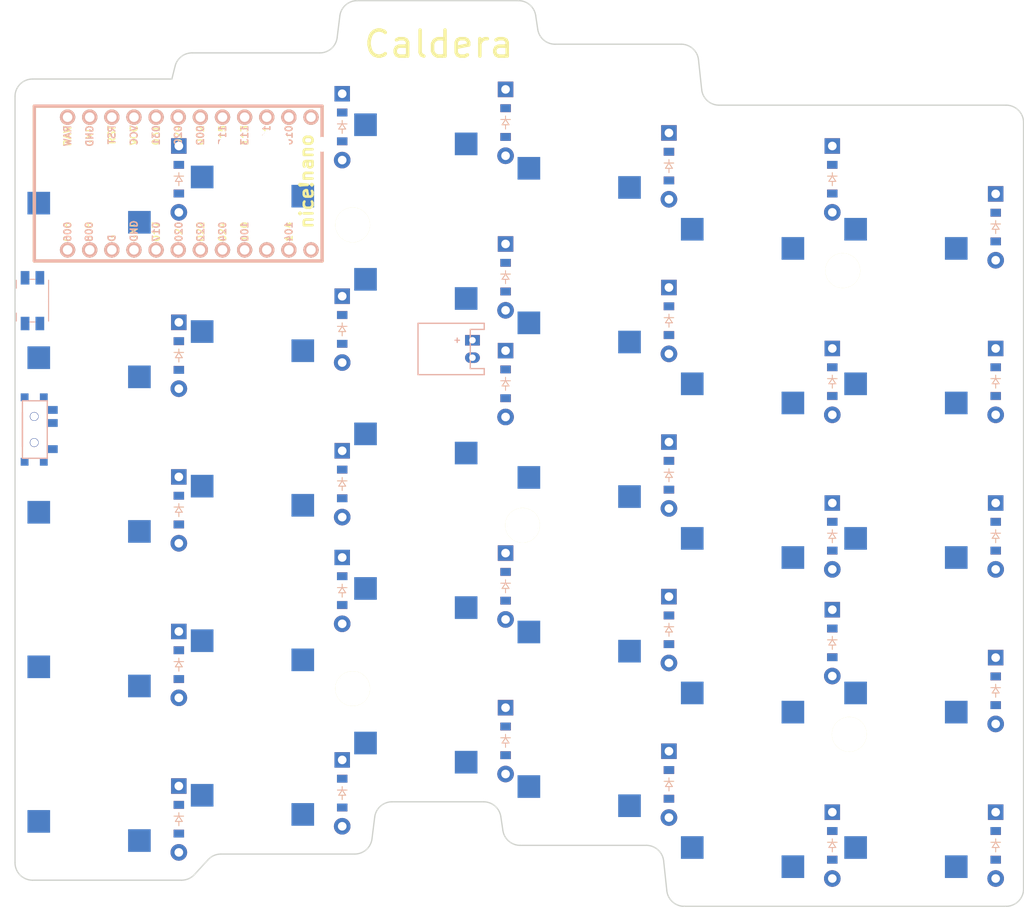
<source format=kicad_pcb>


(kicad_pcb (version 20171130) (host pcbnew 5.1.6)

  (page A3)
  (title_block
    (title "right")
    (rev "v1.0.0")
    (company "Unknown")
  )

  (general
    (thickness 1.6)
  )

  (layers
    (0 F.Cu signal)
    (31 B.Cu signal)
    (32 B.Adhes user)
    (33 F.Adhes user)
    (34 B.Paste user)
    (35 F.Paste user)
    (36 B.SilkS user)
    (37 F.SilkS user)
    (38 B.Mask user)
    (39 F.Mask user)
    (40 Dwgs.User user)
    (41 Cmts.User user)
    (42 Eco1.User user)
    (43 Eco2.User user)
    (44 Edge.Cuts user)
    (45 Margin user)
    (46 B.CrtYd user)
    (47 F.CrtYd user)
    (48 B.Fab user)
    (49 F.Fab user)
  )

  (setup
    (last_trace_width 0.25)
    (trace_clearance 0.2)
    (zone_clearance 0.508)
    (zone_45_only no)
    (trace_min 0.2)
    (via_size 0.8)
    (via_drill 0.4)
    (via_min_size 0.4)
    (via_min_drill 0.3)
    (uvia_size 0.3)
    (uvia_drill 0.1)
    (uvias_allowed no)
    (uvia_min_size 0.2)
    (uvia_min_drill 0.1)
    (edge_width 0.05)
    (segment_width 0.2)
    (pcb_text_width 0.3)
    (pcb_text_size 1.5 1.5)
    (mod_edge_width 0.12)
    (mod_text_size 1 1)
    (mod_text_width 0.15)
    (pad_size 1.524 1.524)
    (pad_drill 0.762)
    (pad_to_mask_clearance 0.05)
    (aux_axis_origin 0 0)
    (visible_elements FFFFFF7F)
    (pcbplotparams
      (layerselection 0x010fc_ffffffff)
      (usegerberextensions false)
      (usegerberattributes true)
      (usegerberadvancedattributes true)
      (creategerberjobfile true)
      (excludeedgelayer true)
      (linewidth 0.100000)
      (plotframeref false)
      (viasonmask false)
      (mode 1)
      (useauxorigin false)
      (hpglpennumber 1)
      (hpglpenspeed 20)
      (hpglpendiameter 15.000000)
      (psnegative false)
      (psa4output false)
      (plotreference true)
      (plotvalue true)
      (plotinvisibletext false)
      (padsonsilk false)
      (subtractmaskfromsilk false)
      (outputformat 1)
      (mirror false)
      (drillshape 1)
      (scaleselection 1)
      (outputdirectory ""))
  )

  (net 0 "")
(net 1 "P020")
(net 2 "mirror_first_mod")
(net 3 "mirror_first_bottom")
(net 4 "mirror_first_home")
(net 5 "mirror_first_top")
(net 6 "mirror_first_num")
(net 7 "P022")
(net 8 "mirror_second_mod")
(net 9 "mirror_second_bottom")
(net 10 "mirror_second_home")
(net 11 "mirror_second_top")
(net 12 "mirror_second_num")
(net 13 "P024")
(net 14 "mirror_third_mod")
(net 15 "mirror_third_bottom")
(net 16 "mirror_third_home")
(net 17 "mirror_third_top")
(net 18 "mirror_third_num")
(net 19 "P100")
(net 20 "mirror_fourth_mod")
(net 21 "mirror_fourth_bottom")
(net 22 "mirror_fourth_home")
(net 23 "mirror_fourth_top")
(net 24 "mirror_fourth_num")
(net 25 "P011")
(net 26 "mirror_fifth_mod")
(net 27 "mirror_fifth_bottom")
(net 28 "mirror_fifth_home")
(net 29 "mirror_fifth_top")
(net 30 "mirror_fifth_num")
(net 31 "P017")
(net 32 "mirror_sixth_mod")
(net 33 "mirror_sixth_bottom")
(net 34 "mirror_sixth_home")
(net 35 "mirror_sixth_top")
(net 36 "mirror_sixth_num")
(net 37 "P113")
(net 38 "P115")
(net 39 "P002")
(net 40 "P029")
(net 41 "P031")
(net 42 "RAW")
(net 43 "GND")
(net 44 "RST")
(net 45 "VCC")
(net 46 "P111")
(net 47 "P010")
(net 48 "P009")
(net 49 "P006")
(net 50 "P008")
(net 51 "P104")
(net 52 "P106")
(net 53 "pos")

  (net_class Default "This is the default net class."
    (clearance 0.2)
    (trace_width 0.25)
    (via_dia 0.8)
    (via_drill 0.4)
    (uvia_dia 0.3)
    (uvia_drill 0.1)
    (add_net "")
(add_net "P020")
(add_net "mirror_first_mod")
(add_net "mirror_first_bottom")
(add_net "mirror_first_home")
(add_net "mirror_first_top")
(add_net "mirror_first_num")
(add_net "P022")
(add_net "mirror_second_mod")
(add_net "mirror_second_bottom")
(add_net "mirror_second_home")
(add_net "mirror_second_top")
(add_net "mirror_second_num")
(add_net "P024")
(add_net "mirror_third_mod")
(add_net "mirror_third_bottom")
(add_net "mirror_third_home")
(add_net "mirror_third_top")
(add_net "mirror_third_num")
(add_net "P100")
(add_net "mirror_fourth_mod")
(add_net "mirror_fourth_bottom")
(add_net "mirror_fourth_home")
(add_net "mirror_fourth_top")
(add_net "mirror_fourth_num")
(add_net "P011")
(add_net "mirror_fifth_mod")
(add_net "mirror_fifth_bottom")
(add_net "mirror_fifth_home")
(add_net "mirror_fifth_top")
(add_net "mirror_fifth_num")
(add_net "P017")
(add_net "mirror_sixth_mod")
(add_net "mirror_sixth_bottom")
(add_net "mirror_sixth_home")
(add_net "mirror_sixth_top")
(add_net "mirror_sixth_num")
(add_net "P113")
(add_net "P115")
(add_net "P002")
(add_net "P029")
(add_net "P031")
(add_net "RAW")
(add_net "GND")
(add_net "RST")
(add_net "VCC")
(add_net "P111")
(add_net "P010")
(add_net "P009")
(add_net "P006")
(add_net "P008")
(add_net "P104")
(add_net "P106")
(add_net "pos")
  )

  
        
      (module PG1350 (layer F.Cu) (tedit 5DD50112)
      (at 347.5 150 -180)

      
      (fp_text reference "S1" (at 0 0) (layer F.SilkS) hide (effects (font (size 1.27 1.27) (thickness 0.15))))
      (fp_text value "" (at 0 0) (layer F.SilkS) hide (effects (font (size 1.27 1.27) (thickness 0.15))))

      
      (fp_line (start -7 -6) (end -7 -7) (layer Dwgs.User) (width 0.15))
      (fp_line (start -7 7) (end -6 7) (layer Dwgs.User) (width 0.15))
      (fp_line (start -6 -7) (end -7 -7) (layer Dwgs.User) (width 0.15))
      (fp_line (start -7 7) (end -7 6) (layer Dwgs.User) (width 0.15))
      (fp_line (start 7 6) (end 7 7) (layer Dwgs.User) (width 0.15))
      (fp_line (start 7 -7) (end 6 -7) (layer Dwgs.User) (width 0.15))
      (fp_line (start 6 7) (end 7 7) (layer Dwgs.User) (width 0.15))
      (fp_line (start 7 -7) (end 7 -6) (layer Dwgs.User) (width 0.15))      
      
      
      (pad "" np_thru_hole circle (at 0 0) (size 3.429 3.429) (drill 3.429) (layers *.Cu *.Mask))
        
      
      (pad "" np_thru_hole circle (at 5.5 0) (size 1.7018 1.7018) (drill 1.7018) (layers *.Cu *.Mask))
      (pad "" np_thru_hole circle (at -5.5 0) (size 1.7018 1.7018) (drill 1.7018) (layers *.Cu *.Mask))
      
        
      
      (fp_line (start -9 -8.5) (end 9 -8.5) (layer Dwgs.User) (width 0.15))
      (fp_line (start 9 -8.5) (end 9 8.5) (layer Dwgs.User) (width 0.15))
      (fp_line (start 9 8.5) (end -9 8.5) (layer Dwgs.User) (width 0.15))
      (fp_line (start -9 8.5) (end -9 -8.5) (layer Dwgs.User) (width 0.15))
      
        
          
          (pad "" np_thru_hole circle (at 5 -3.75) (size 3 3) (drill 3) (layers *.Cu *.Mask))
          (pad "" np_thru_hole circle (at 0 -5.95) (size 3 3) (drill 3) (layers *.Cu *.Mask))
      
          
          (pad 1 smd rect (at -3.275 -5.95 -180) (size 2.6 2.6) (layers B.Cu B.Paste B.Mask)  (net 1 "P020"))
          (pad 2 smd rect (at 8.275 -3.75 -180) (size 2.6 2.6) (layers B.Cu B.Paste B.Mask)  (net 2 "mirror_first_mod"))
        )
        

        
      (module PG1350 (layer F.Cu) (tedit 5DD50112)
      (at 347.5 132.25 -180)

      
      (fp_text reference "S2" (at 0 0) (layer F.SilkS) hide (effects (font (size 1.27 1.27) (thickness 0.15))))
      (fp_text value "" (at 0 0) (layer F.SilkS) hide (effects (font (size 1.27 1.27) (thickness 0.15))))

      
      (fp_line (start -7 -6) (end -7 -7) (layer Dwgs.User) (width 0.15))
      (fp_line (start -7 7) (end -6 7) (layer Dwgs.User) (width 0.15))
      (fp_line (start -6 -7) (end -7 -7) (layer Dwgs.User) (width 0.15))
      (fp_line (start -7 7) (end -7 6) (layer Dwgs.User) (width 0.15))
      (fp_line (start 7 6) (end 7 7) (layer Dwgs.User) (width 0.15))
      (fp_line (start 7 -7) (end 6 -7) (layer Dwgs.User) (width 0.15))
      (fp_line (start 6 7) (end 7 7) (layer Dwgs.User) (width 0.15))
      (fp_line (start 7 -7) (end 7 -6) (layer Dwgs.User) (width 0.15))      
      
      
      (pad "" np_thru_hole circle (at 0 0) (size 3.429 3.429) (drill 3.429) (layers *.Cu *.Mask))
        
      
      (pad "" np_thru_hole circle (at 5.5 0) (size 1.7018 1.7018) (drill 1.7018) (layers *.Cu *.Mask))
      (pad "" np_thru_hole circle (at -5.5 0) (size 1.7018 1.7018) (drill 1.7018) (layers *.Cu *.Mask))
      
        
      
      (fp_line (start -9 -8.5) (end 9 -8.5) (layer Dwgs.User) (width 0.15))
      (fp_line (start 9 -8.5) (end 9 8.5) (layer Dwgs.User) (width 0.15))
      (fp_line (start 9 8.5) (end -9 8.5) (layer Dwgs.User) (width 0.15))
      (fp_line (start -9 8.5) (end -9 -8.5) (layer Dwgs.User) (width 0.15))
      
        
          
          (pad "" np_thru_hole circle (at 5 -3.75) (size 3 3) (drill 3) (layers *.Cu *.Mask))
          (pad "" np_thru_hole circle (at 0 -5.95) (size 3 3) (drill 3) (layers *.Cu *.Mask))
      
          
          (pad 1 smd rect (at -3.275 -5.95 -180) (size 2.6 2.6) (layers B.Cu B.Paste B.Mask)  (net 1 "P020"))
          (pad 2 smd rect (at 8.275 -3.75 -180) (size 2.6 2.6) (layers B.Cu B.Paste B.Mask)  (net 3 "mirror_first_bottom"))
        )
        

        
      (module PG1350 (layer F.Cu) (tedit 5DD50112)
      (at 347.5 114.5 -180)

      
      (fp_text reference "S3" (at 0 0) (layer F.SilkS) hide (effects (font (size 1.27 1.27) (thickness 0.15))))
      (fp_text value "" (at 0 0) (layer F.SilkS) hide (effects (font (size 1.27 1.27) (thickness 0.15))))

      
      (fp_line (start -7 -6) (end -7 -7) (layer Dwgs.User) (width 0.15))
      (fp_line (start -7 7) (end -6 7) (layer Dwgs.User) (width 0.15))
      (fp_line (start -6 -7) (end -7 -7) (layer Dwgs.User) (width 0.15))
      (fp_line (start -7 7) (end -7 6) (layer Dwgs.User) (width 0.15))
      (fp_line (start 7 6) (end 7 7) (layer Dwgs.User) (width 0.15))
      (fp_line (start 7 -7) (end 6 -7) (layer Dwgs.User) (width 0.15))
      (fp_line (start 6 7) (end 7 7) (layer Dwgs.User) (width 0.15))
      (fp_line (start 7 -7) (end 7 -6) (layer Dwgs.User) (width 0.15))      
      
      
      (pad "" np_thru_hole circle (at 0 0) (size 3.429 3.429) (drill 3.429) (layers *.Cu *.Mask))
        
      
      (pad "" np_thru_hole circle (at 5.5 0) (size 1.7018 1.7018) (drill 1.7018) (layers *.Cu *.Mask))
      (pad "" np_thru_hole circle (at -5.5 0) (size 1.7018 1.7018) (drill 1.7018) (layers *.Cu *.Mask))
      
        
      
      (fp_line (start -9 -8.5) (end 9 -8.5) (layer Dwgs.User) (width 0.15))
      (fp_line (start 9 -8.5) (end 9 8.5) (layer Dwgs.User) (width 0.15))
      (fp_line (start 9 8.5) (end -9 8.5) (layer Dwgs.User) (width 0.15))
      (fp_line (start -9 8.5) (end -9 -8.5) (layer Dwgs.User) (width 0.15))
      
        
          
          (pad "" np_thru_hole circle (at 5 -3.75) (size 3 3) (drill 3) (layers *.Cu *.Mask))
          (pad "" np_thru_hole circle (at 0 -5.95) (size 3 3) (drill 3) (layers *.Cu *.Mask))
      
          
          (pad 1 smd rect (at -3.275 -5.95 -180) (size 2.6 2.6) (layers B.Cu B.Paste B.Mask)  (net 1 "P020"))
          (pad 2 smd rect (at 8.275 -3.75 -180) (size 2.6 2.6) (layers B.Cu B.Paste B.Mask)  (net 4 "mirror_first_home"))
        )
        

        
      (module PG1350 (layer F.Cu) (tedit 5DD50112)
      (at 347.5 96.75 -180)

      
      (fp_text reference "S4" (at 0 0) (layer F.SilkS) hide (effects (font (size 1.27 1.27) (thickness 0.15))))
      (fp_text value "" (at 0 0) (layer F.SilkS) hide (effects (font (size 1.27 1.27) (thickness 0.15))))

      
      (fp_line (start -7 -6) (end -7 -7) (layer Dwgs.User) (width 0.15))
      (fp_line (start -7 7) (end -6 7) (layer Dwgs.User) (width 0.15))
      (fp_line (start -6 -7) (end -7 -7) (layer Dwgs.User) (width 0.15))
      (fp_line (start -7 7) (end -7 6) (layer Dwgs.User) (width 0.15))
      (fp_line (start 7 6) (end 7 7) (layer Dwgs.User) (width 0.15))
      (fp_line (start 7 -7) (end 6 -7) (layer Dwgs.User) (width 0.15))
      (fp_line (start 6 7) (end 7 7) (layer Dwgs.User) (width 0.15))
      (fp_line (start 7 -7) (end 7 -6) (layer Dwgs.User) (width 0.15))      
      
      
      (pad "" np_thru_hole circle (at 0 0) (size 3.429 3.429) (drill 3.429) (layers *.Cu *.Mask))
        
      
      (pad "" np_thru_hole circle (at 5.5 0) (size 1.7018 1.7018) (drill 1.7018) (layers *.Cu *.Mask))
      (pad "" np_thru_hole circle (at -5.5 0) (size 1.7018 1.7018) (drill 1.7018) (layers *.Cu *.Mask))
      
        
      
      (fp_line (start -9 -8.5) (end 9 -8.5) (layer Dwgs.User) (width 0.15))
      (fp_line (start 9 -8.5) (end 9 8.5) (layer Dwgs.User) (width 0.15))
      (fp_line (start 9 8.5) (end -9 8.5) (layer Dwgs.User) (width 0.15))
      (fp_line (start -9 8.5) (end -9 -8.5) (layer Dwgs.User) (width 0.15))
      
        
          
          (pad "" np_thru_hole circle (at 5 -3.75) (size 3 3) (drill 3) (layers *.Cu *.Mask))
          (pad "" np_thru_hole circle (at 0 -5.95) (size 3 3) (drill 3) (layers *.Cu *.Mask))
      
          
          (pad 1 smd rect (at -3.275 -5.95 -180) (size 2.6 2.6) (layers B.Cu B.Paste B.Mask)  (net 1 "P020"))
          (pad 2 smd rect (at 8.275 -3.75 -180) (size 2.6 2.6) (layers B.Cu B.Paste B.Mask)  (net 5 "mirror_first_top"))
        )
        

        
      (module PG1350 (layer F.Cu) (tedit 5DD50112)
      (at 347.5 79 -180)

      
      (fp_text reference "S5" (at 0 0) (layer F.SilkS) hide (effects (font (size 1.27 1.27) (thickness 0.15))))
      (fp_text value "" (at 0 0) (layer F.SilkS) hide (effects (font (size 1.27 1.27) (thickness 0.15))))

      
      (fp_line (start -7 -6) (end -7 -7) (layer Dwgs.User) (width 0.15))
      (fp_line (start -7 7) (end -6 7) (layer Dwgs.User) (width 0.15))
      (fp_line (start -6 -7) (end -7 -7) (layer Dwgs.User) (width 0.15))
      (fp_line (start -7 7) (end -7 6) (layer Dwgs.User) (width 0.15))
      (fp_line (start 7 6) (end 7 7) (layer Dwgs.User) (width 0.15))
      (fp_line (start 7 -7) (end 6 -7) (layer Dwgs.User) (width 0.15))
      (fp_line (start 6 7) (end 7 7) (layer Dwgs.User) (width 0.15))
      (fp_line (start 7 -7) (end 7 -6) (layer Dwgs.User) (width 0.15))      
      
      
      (pad "" np_thru_hole circle (at 0 0) (size 3.429 3.429) (drill 3.429) (layers *.Cu *.Mask))
        
      
      (pad "" np_thru_hole circle (at 5.5 0) (size 1.7018 1.7018) (drill 1.7018) (layers *.Cu *.Mask))
      (pad "" np_thru_hole circle (at -5.5 0) (size 1.7018 1.7018) (drill 1.7018) (layers *.Cu *.Mask))
      
        
      
      (fp_line (start -9 -8.5) (end 9 -8.5) (layer Dwgs.User) (width 0.15))
      (fp_line (start 9 -8.5) (end 9 8.5) (layer Dwgs.User) (width 0.15))
      (fp_line (start 9 8.5) (end -9 8.5) (layer Dwgs.User) (width 0.15))
      (fp_line (start -9 8.5) (end -9 -8.5) (layer Dwgs.User) (width 0.15))
      
        
          
          (pad "" np_thru_hole circle (at 5 -3.75) (size 3 3) (drill 3) (layers *.Cu *.Mask))
          (pad "" np_thru_hole circle (at 0 -5.95) (size 3 3) (drill 3) (layers *.Cu *.Mask))
      
          
          (pad 1 smd rect (at -3.275 -5.95 -180) (size 2.6 2.6) (layers B.Cu B.Paste B.Mask)  (net 1 "P020"))
          (pad 2 smd rect (at 8.275 -3.75 -180) (size 2.6 2.6) (layers B.Cu B.Paste B.Mask)  (net 6 "mirror_first_num"))
        )
        

        
      (module PG1350 (layer F.Cu) (tedit 5DD50112)
      (at 328.75 150 -180)

      
      (fp_text reference "S6" (at 0 0) (layer F.SilkS) hide (effects (font (size 1.27 1.27) (thickness 0.15))))
      (fp_text value "" (at 0 0) (layer F.SilkS) hide (effects (font (size 1.27 1.27) (thickness 0.15))))

      
      (fp_line (start -7 -6) (end -7 -7) (layer Dwgs.User) (width 0.15))
      (fp_line (start -7 7) (end -6 7) (layer Dwgs.User) (width 0.15))
      (fp_line (start -6 -7) (end -7 -7) (layer Dwgs.User) (width 0.15))
      (fp_line (start -7 7) (end -7 6) (layer Dwgs.User) (width 0.15))
      (fp_line (start 7 6) (end 7 7) (layer Dwgs.User) (width 0.15))
      (fp_line (start 7 -7) (end 6 -7) (layer Dwgs.User) (width 0.15))
      (fp_line (start 6 7) (end 7 7) (layer Dwgs.User) (width 0.15))
      (fp_line (start 7 -7) (end 7 -6) (layer Dwgs.User) (width 0.15))      
      
      
      (pad "" np_thru_hole circle (at 0 0) (size 3.429 3.429) (drill 3.429) (layers *.Cu *.Mask))
        
      
      (pad "" np_thru_hole circle (at 5.5 0) (size 1.7018 1.7018) (drill 1.7018) (layers *.Cu *.Mask))
      (pad "" np_thru_hole circle (at -5.5 0) (size 1.7018 1.7018) (drill 1.7018) (layers *.Cu *.Mask))
      
        
      
      (fp_line (start -9 -8.5) (end 9 -8.5) (layer Dwgs.User) (width 0.15))
      (fp_line (start 9 -8.5) (end 9 8.5) (layer Dwgs.User) (width 0.15))
      (fp_line (start 9 8.5) (end -9 8.5) (layer Dwgs.User) (width 0.15))
      (fp_line (start -9 8.5) (end -9 -8.5) (layer Dwgs.User) (width 0.15))
      
        
          
          (pad "" np_thru_hole circle (at 5 -3.75) (size 3 3) (drill 3) (layers *.Cu *.Mask))
          (pad "" np_thru_hole circle (at 0 -5.95) (size 3 3) (drill 3) (layers *.Cu *.Mask))
      
          
          (pad 1 smd rect (at -3.275 -5.95 -180) (size 2.6 2.6) (layers B.Cu B.Paste B.Mask)  (net 7 "P022"))
          (pad 2 smd rect (at 8.275 -3.75 -180) (size 2.6 2.6) (layers B.Cu B.Paste B.Mask)  (net 8 "mirror_second_mod"))
        )
        

        
      (module PG1350 (layer F.Cu) (tedit 5DD50112)
      (at 328.75 132.25 -180)

      
      (fp_text reference "S7" (at 0 0) (layer F.SilkS) hide (effects (font (size 1.27 1.27) (thickness 0.15))))
      (fp_text value "" (at 0 0) (layer F.SilkS) hide (effects (font (size 1.27 1.27) (thickness 0.15))))

      
      (fp_line (start -7 -6) (end -7 -7) (layer Dwgs.User) (width 0.15))
      (fp_line (start -7 7) (end -6 7) (layer Dwgs.User) (width 0.15))
      (fp_line (start -6 -7) (end -7 -7) (layer Dwgs.User) (width 0.15))
      (fp_line (start -7 7) (end -7 6) (layer Dwgs.User) (width 0.15))
      (fp_line (start 7 6) (end 7 7) (layer Dwgs.User) (width 0.15))
      (fp_line (start 7 -7) (end 6 -7) (layer Dwgs.User) (width 0.15))
      (fp_line (start 6 7) (end 7 7) (layer Dwgs.User) (width 0.15))
      (fp_line (start 7 -7) (end 7 -6) (layer Dwgs.User) (width 0.15))      
      
      
      (pad "" np_thru_hole circle (at 0 0) (size 3.429 3.429) (drill 3.429) (layers *.Cu *.Mask))
        
      
      (pad "" np_thru_hole circle (at 5.5 0) (size 1.7018 1.7018) (drill 1.7018) (layers *.Cu *.Mask))
      (pad "" np_thru_hole circle (at -5.5 0) (size 1.7018 1.7018) (drill 1.7018) (layers *.Cu *.Mask))
      
        
      
      (fp_line (start -9 -8.5) (end 9 -8.5) (layer Dwgs.User) (width 0.15))
      (fp_line (start 9 -8.5) (end 9 8.5) (layer Dwgs.User) (width 0.15))
      (fp_line (start 9 8.5) (end -9 8.5) (layer Dwgs.User) (width 0.15))
      (fp_line (start -9 8.5) (end -9 -8.5) (layer Dwgs.User) (width 0.15))
      
        
          
          (pad "" np_thru_hole circle (at 5 -3.75) (size 3 3) (drill 3) (layers *.Cu *.Mask))
          (pad "" np_thru_hole circle (at 0 -5.95) (size 3 3) (drill 3) (layers *.Cu *.Mask))
      
          
          (pad 1 smd rect (at -3.275 -5.95 -180) (size 2.6 2.6) (layers B.Cu B.Paste B.Mask)  (net 7 "P022"))
          (pad 2 smd rect (at 8.275 -3.75 -180) (size 2.6 2.6) (layers B.Cu B.Paste B.Mask)  (net 9 "mirror_second_bottom"))
        )
        

        
      (module PG1350 (layer F.Cu) (tedit 5DD50112)
      (at 328.75 114.5 -180)

      
      (fp_text reference "S8" (at 0 0) (layer F.SilkS) hide (effects (font (size 1.27 1.27) (thickness 0.15))))
      (fp_text value "" (at 0 0) (layer F.SilkS) hide (effects (font (size 1.27 1.27) (thickness 0.15))))

      
      (fp_line (start -7 -6) (end -7 -7) (layer Dwgs.User) (width 0.15))
      (fp_line (start -7 7) (end -6 7) (layer Dwgs.User) (width 0.15))
      (fp_line (start -6 -7) (end -7 -7) (layer Dwgs.User) (width 0.15))
      (fp_line (start -7 7) (end -7 6) (layer Dwgs.User) (width 0.15))
      (fp_line (start 7 6) (end 7 7) (layer Dwgs.User) (width 0.15))
      (fp_line (start 7 -7) (end 6 -7) (layer Dwgs.User) (width 0.15))
      (fp_line (start 6 7) (end 7 7) (layer Dwgs.User) (width 0.15))
      (fp_line (start 7 -7) (end 7 -6) (layer Dwgs.User) (width 0.15))      
      
      
      (pad "" np_thru_hole circle (at 0 0) (size 3.429 3.429) (drill 3.429) (layers *.Cu *.Mask))
        
      
      (pad "" np_thru_hole circle (at 5.5 0) (size 1.7018 1.7018) (drill 1.7018) (layers *.Cu *.Mask))
      (pad "" np_thru_hole circle (at -5.5 0) (size 1.7018 1.7018) (drill 1.7018) (layers *.Cu *.Mask))
      
        
      
      (fp_line (start -9 -8.5) (end 9 -8.5) (layer Dwgs.User) (width 0.15))
      (fp_line (start 9 -8.5) (end 9 8.5) (layer Dwgs.User) (width 0.15))
      (fp_line (start 9 8.5) (end -9 8.5) (layer Dwgs.User) (width 0.15))
      (fp_line (start -9 8.5) (end -9 -8.5) (layer Dwgs.User) (width 0.15))
      
        
          
          (pad "" np_thru_hole circle (at 5 -3.75) (size 3 3) (drill 3) (layers *.Cu *.Mask))
          (pad "" np_thru_hole circle (at 0 -5.95) (size 3 3) (drill 3) (layers *.Cu *.Mask))
      
          
          (pad 1 smd rect (at -3.275 -5.95 -180) (size 2.6 2.6) (layers B.Cu B.Paste B.Mask)  (net 7 "P022"))
          (pad 2 smd rect (at 8.275 -3.75 -180) (size 2.6 2.6) (layers B.Cu B.Paste B.Mask)  (net 10 "mirror_second_home"))
        )
        

        
      (module PG1350 (layer F.Cu) (tedit 5DD50112)
      (at 328.75 96.75 -180)

      
      (fp_text reference "S9" (at 0 0) (layer F.SilkS) hide (effects (font (size 1.27 1.27) (thickness 0.15))))
      (fp_text value "" (at 0 0) (layer F.SilkS) hide (effects (font (size 1.27 1.27) (thickness 0.15))))

      
      (fp_line (start -7 -6) (end -7 -7) (layer Dwgs.User) (width 0.15))
      (fp_line (start -7 7) (end -6 7) (layer Dwgs.User) (width 0.15))
      (fp_line (start -6 -7) (end -7 -7) (layer Dwgs.User) (width 0.15))
      (fp_line (start -7 7) (end -7 6) (layer Dwgs.User) (width 0.15))
      (fp_line (start 7 6) (end 7 7) (layer Dwgs.User) (width 0.15))
      (fp_line (start 7 -7) (end 6 -7) (layer Dwgs.User) (width 0.15))
      (fp_line (start 6 7) (end 7 7) (layer Dwgs.User) (width 0.15))
      (fp_line (start 7 -7) (end 7 -6) (layer Dwgs.User) (width 0.15))      
      
      
      (pad "" np_thru_hole circle (at 0 0) (size 3.429 3.429) (drill 3.429) (layers *.Cu *.Mask))
        
      
      (pad "" np_thru_hole circle (at 5.5 0) (size 1.7018 1.7018) (drill 1.7018) (layers *.Cu *.Mask))
      (pad "" np_thru_hole circle (at -5.5 0) (size 1.7018 1.7018) (drill 1.7018) (layers *.Cu *.Mask))
      
        
      
      (fp_line (start -9 -8.5) (end 9 -8.5) (layer Dwgs.User) (width 0.15))
      (fp_line (start 9 -8.5) (end 9 8.5) (layer Dwgs.User) (width 0.15))
      (fp_line (start 9 8.5) (end -9 8.5) (layer Dwgs.User) (width 0.15))
      (fp_line (start -9 8.5) (end -9 -8.5) (layer Dwgs.User) (width 0.15))
      
        
          
          (pad "" np_thru_hole circle (at 5 -3.75) (size 3 3) (drill 3) (layers *.Cu *.Mask))
          (pad "" np_thru_hole circle (at 0 -5.95) (size 3 3) (drill 3) (layers *.Cu *.Mask))
      
          
          (pad 1 smd rect (at -3.275 -5.95 -180) (size 2.6 2.6) (layers B.Cu B.Paste B.Mask)  (net 7 "P022"))
          (pad 2 smd rect (at 8.275 -3.75 -180) (size 2.6 2.6) (layers B.Cu B.Paste B.Mask)  (net 11 "mirror_second_top"))
        )
        

        
      (module PG1350 (layer F.Cu) (tedit 5DD50112)
      (at 328.75 79 -180)

      
      (fp_text reference "S10" (at 0 0) (layer F.SilkS) hide (effects (font (size 1.27 1.27) (thickness 0.15))))
      (fp_text value "" (at 0 0) (layer F.SilkS) hide (effects (font (size 1.27 1.27) (thickness 0.15))))

      
      (fp_line (start -7 -6) (end -7 -7) (layer Dwgs.User) (width 0.15))
      (fp_line (start -7 7) (end -6 7) (layer Dwgs.User) (width 0.15))
      (fp_line (start -6 -7) (end -7 -7) (layer Dwgs.User) (width 0.15))
      (fp_line (start -7 7) (end -7 6) (layer Dwgs.User) (width 0.15))
      (fp_line (start 7 6) (end 7 7) (layer Dwgs.User) (width 0.15))
      (fp_line (start 7 -7) (end 6 -7) (layer Dwgs.User) (width 0.15))
      (fp_line (start 6 7) (end 7 7) (layer Dwgs.User) (width 0.15))
      (fp_line (start 7 -7) (end 7 -6) (layer Dwgs.User) (width 0.15))      
      
      
      (pad "" np_thru_hole circle (at 0 0) (size 3.429 3.429) (drill 3.429) (layers *.Cu *.Mask))
        
      
      (pad "" np_thru_hole circle (at 5.5 0) (size 1.7018 1.7018) (drill 1.7018) (layers *.Cu *.Mask))
      (pad "" np_thru_hole circle (at -5.5 0) (size 1.7018 1.7018) (drill 1.7018) (layers *.Cu *.Mask))
      
        
      
      (fp_line (start -9 -8.5) (end 9 -8.5) (layer Dwgs.User) (width 0.15))
      (fp_line (start 9 -8.5) (end 9 8.5) (layer Dwgs.User) (width 0.15))
      (fp_line (start 9 8.5) (end -9 8.5) (layer Dwgs.User) (width 0.15))
      (fp_line (start -9 8.5) (end -9 -8.5) (layer Dwgs.User) (width 0.15))
      
        
          
          (pad "" np_thru_hole circle (at 5 -3.75) (size 3 3) (drill 3) (layers *.Cu *.Mask))
          (pad "" np_thru_hole circle (at 0 -5.95) (size 3 3) (drill 3) (layers *.Cu *.Mask))
      
          
          (pad 1 smd rect (at -3.275 -5.95 -180) (size 2.6 2.6) (layers B.Cu B.Paste B.Mask)  (net 7 "P022"))
          (pad 2 smd rect (at 8.275 -3.75 -180) (size 2.6 2.6) (layers B.Cu B.Paste B.Mask)  (net 12 "mirror_second_num"))
        )
        

        
      (module PG1350 (layer F.Cu) (tedit 5DD50112)
      (at 310 143 -180)

      
      (fp_text reference "S11" (at 0 0) (layer F.SilkS) hide (effects (font (size 1.27 1.27) (thickness 0.15))))
      (fp_text value "" (at 0 0) (layer F.SilkS) hide (effects (font (size 1.27 1.27) (thickness 0.15))))

      
      (fp_line (start -7 -6) (end -7 -7) (layer Dwgs.User) (width 0.15))
      (fp_line (start -7 7) (end -6 7) (layer Dwgs.User) (width 0.15))
      (fp_line (start -6 -7) (end -7 -7) (layer Dwgs.User) (width 0.15))
      (fp_line (start -7 7) (end -7 6) (layer Dwgs.User) (width 0.15))
      (fp_line (start 7 6) (end 7 7) (layer Dwgs.User) (width 0.15))
      (fp_line (start 7 -7) (end 6 -7) (layer Dwgs.User) (width 0.15))
      (fp_line (start 6 7) (end 7 7) (layer Dwgs.User) (width 0.15))
      (fp_line (start 7 -7) (end 7 -6) (layer Dwgs.User) (width 0.15))      
      
      
      (pad "" np_thru_hole circle (at 0 0) (size 3.429 3.429) (drill 3.429) (layers *.Cu *.Mask))
        
      
      (pad "" np_thru_hole circle (at 5.5 0) (size 1.7018 1.7018) (drill 1.7018) (layers *.Cu *.Mask))
      (pad "" np_thru_hole circle (at -5.5 0) (size 1.7018 1.7018) (drill 1.7018) (layers *.Cu *.Mask))
      
        
      
      (fp_line (start -9 -8.5) (end 9 -8.5) (layer Dwgs.User) (width 0.15))
      (fp_line (start 9 -8.5) (end 9 8.5) (layer Dwgs.User) (width 0.15))
      (fp_line (start 9 8.5) (end -9 8.5) (layer Dwgs.User) (width 0.15))
      (fp_line (start -9 8.5) (end -9 -8.5) (layer Dwgs.User) (width 0.15))
      
        
          
          (pad "" np_thru_hole circle (at 5 -3.75) (size 3 3) (drill 3) (layers *.Cu *.Mask))
          (pad "" np_thru_hole circle (at 0 -5.95) (size 3 3) (drill 3) (layers *.Cu *.Mask))
      
          
          (pad 1 smd rect (at -3.275 -5.95 -180) (size 2.6 2.6) (layers B.Cu B.Paste B.Mask)  (net 13 "P024"))
          (pad 2 smd rect (at 8.275 -3.75 -180) (size 2.6 2.6) (layers B.Cu B.Paste B.Mask)  (net 14 "mirror_third_mod"))
        )
        

        
      (module PG1350 (layer F.Cu) (tedit 5DD50112)
      (at 310 125.25 -180)

      
      (fp_text reference "S12" (at 0 0) (layer F.SilkS) hide (effects (font (size 1.27 1.27) (thickness 0.15))))
      (fp_text value "" (at 0 0) (layer F.SilkS) hide (effects (font (size 1.27 1.27) (thickness 0.15))))

      
      (fp_line (start -7 -6) (end -7 -7) (layer Dwgs.User) (width 0.15))
      (fp_line (start -7 7) (end -6 7) (layer Dwgs.User) (width 0.15))
      (fp_line (start -6 -7) (end -7 -7) (layer Dwgs.User) (width 0.15))
      (fp_line (start -7 7) (end -7 6) (layer Dwgs.User) (width 0.15))
      (fp_line (start 7 6) (end 7 7) (layer Dwgs.User) (width 0.15))
      (fp_line (start 7 -7) (end 6 -7) (layer Dwgs.User) (width 0.15))
      (fp_line (start 6 7) (end 7 7) (layer Dwgs.User) (width 0.15))
      (fp_line (start 7 -7) (end 7 -6) (layer Dwgs.User) (width 0.15))      
      
      
      (pad "" np_thru_hole circle (at 0 0) (size 3.429 3.429) (drill 3.429) (layers *.Cu *.Mask))
        
      
      (pad "" np_thru_hole circle (at 5.5 0) (size 1.7018 1.7018) (drill 1.7018) (layers *.Cu *.Mask))
      (pad "" np_thru_hole circle (at -5.5 0) (size 1.7018 1.7018) (drill 1.7018) (layers *.Cu *.Mask))
      
        
      
      (fp_line (start -9 -8.5) (end 9 -8.5) (layer Dwgs.User) (width 0.15))
      (fp_line (start 9 -8.5) (end 9 8.5) (layer Dwgs.User) (width 0.15))
      (fp_line (start 9 8.5) (end -9 8.5) (layer Dwgs.User) (width 0.15))
      (fp_line (start -9 8.5) (end -9 -8.5) (layer Dwgs.User) (width 0.15))
      
        
          
          (pad "" np_thru_hole circle (at 5 -3.75) (size 3 3) (drill 3) (layers *.Cu *.Mask))
          (pad "" np_thru_hole circle (at 0 -5.95) (size 3 3) (drill 3) (layers *.Cu *.Mask))
      
          
          (pad 1 smd rect (at -3.275 -5.95 -180) (size 2.6 2.6) (layers B.Cu B.Paste B.Mask)  (net 13 "P024"))
          (pad 2 smd rect (at 8.275 -3.75 -180) (size 2.6 2.6) (layers B.Cu B.Paste B.Mask)  (net 15 "mirror_third_bottom"))
        )
        

        
      (module PG1350 (layer F.Cu) (tedit 5DD50112)
      (at 310 107.5 -180)

      
      (fp_text reference "S13" (at 0 0) (layer F.SilkS) hide (effects (font (size 1.27 1.27) (thickness 0.15))))
      (fp_text value "" (at 0 0) (layer F.SilkS) hide (effects (font (size 1.27 1.27) (thickness 0.15))))

      
      (fp_line (start -7 -6) (end -7 -7) (layer Dwgs.User) (width 0.15))
      (fp_line (start -7 7) (end -6 7) (layer Dwgs.User) (width 0.15))
      (fp_line (start -6 -7) (end -7 -7) (layer Dwgs.User) (width 0.15))
      (fp_line (start -7 7) (end -7 6) (layer Dwgs.User) (width 0.15))
      (fp_line (start 7 6) (end 7 7) (layer Dwgs.User) (width 0.15))
      (fp_line (start 7 -7) (end 6 -7) (layer Dwgs.User) (width 0.15))
      (fp_line (start 6 7) (end 7 7) (layer Dwgs.User) (width 0.15))
      (fp_line (start 7 -7) (end 7 -6) (layer Dwgs.User) (width 0.15))      
      
      
      (pad "" np_thru_hole circle (at 0 0) (size 3.429 3.429) (drill 3.429) (layers *.Cu *.Mask))
        
      
      (pad "" np_thru_hole circle (at 5.5 0) (size 1.7018 1.7018) (drill 1.7018) (layers *.Cu *.Mask))
      (pad "" np_thru_hole circle (at -5.5 0) (size 1.7018 1.7018) (drill 1.7018) (layers *.Cu *.Mask))
      
        
      
      (fp_line (start -9 -8.5) (end 9 -8.5) (layer Dwgs.User) (width 0.15))
      (fp_line (start 9 -8.5) (end 9 8.5) (layer Dwgs.User) (width 0.15))
      (fp_line (start 9 8.5) (end -9 8.5) (layer Dwgs.User) (width 0.15))
      (fp_line (start -9 8.5) (end -9 -8.5) (layer Dwgs.User) (width 0.15))
      
        
          
          (pad "" np_thru_hole circle (at 5 -3.75) (size 3 3) (drill 3) (layers *.Cu *.Mask))
          (pad "" np_thru_hole circle (at 0 -5.95) (size 3 3) (drill 3) (layers *.Cu *.Mask))
      
          
          (pad 1 smd rect (at -3.275 -5.95 -180) (size 2.6 2.6) (layers B.Cu B.Paste B.Mask)  (net 13 "P024"))
          (pad 2 smd rect (at 8.275 -3.75 -180) (size 2.6 2.6) (layers B.Cu B.Paste B.Mask)  (net 16 "mirror_third_home"))
        )
        

        
      (module PG1350 (layer F.Cu) (tedit 5DD50112)
      (at 310 89.75 -180)

      
      (fp_text reference "S14" (at 0 0) (layer F.SilkS) hide (effects (font (size 1.27 1.27) (thickness 0.15))))
      (fp_text value "" (at 0 0) (layer F.SilkS) hide (effects (font (size 1.27 1.27) (thickness 0.15))))

      
      (fp_line (start -7 -6) (end -7 -7) (layer Dwgs.User) (width 0.15))
      (fp_line (start -7 7) (end -6 7) (layer Dwgs.User) (width 0.15))
      (fp_line (start -6 -7) (end -7 -7) (layer Dwgs.User) (width 0.15))
      (fp_line (start -7 7) (end -7 6) (layer Dwgs.User) (width 0.15))
      (fp_line (start 7 6) (end 7 7) (layer Dwgs.User) (width 0.15))
      (fp_line (start 7 -7) (end 6 -7) (layer Dwgs.User) (width 0.15))
      (fp_line (start 6 7) (end 7 7) (layer Dwgs.User) (width 0.15))
      (fp_line (start 7 -7) (end 7 -6) (layer Dwgs.User) (width 0.15))      
      
      
      (pad "" np_thru_hole circle (at 0 0) (size 3.429 3.429) (drill 3.429) (layers *.Cu *.Mask))
        
      
      (pad "" np_thru_hole circle (at 5.5 0) (size 1.7018 1.7018) (drill 1.7018) (layers *.Cu *.Mask))
      (pad "" np_thru_hole circle (at -5.5 0) (size 1.7018 1.7018) (drill 1.7018) (layers *.Cu *.Mask))
      
        
      
      (fp_line (start -9 -8.5) (end 9 -8.5) (layer Dwgs.User) (width 0.15))
      (fp_line (start 9 -8.5) (end 9 8.5) (layer Dwgs.User) (width 0.15))
      (fp_line (start 9 8.5) (end -9 8.5) (layer Dwgs.User) (width 0.15))
      (fp_line (start -9 8.5) (end -9 -8.5) (layer Dwgs.User) (width 0.15))
      
        
          
          (pad "" np_thru_hole circle (at 5 -3.75) (size 3 3) (drill 3) (layers *.Cu *.Mask))
          (pad "" np_thru_hole circle (at 0 -5.95) (size 3 3) (drill 3) (layers *.Cu *.Mask))
      
          
          (pad 1 smd rect (at -3.275 -5.95 -180) (size 2.6 2.6) (layers B.Cu B.Paste B.Mask)  (net 13 "P024"))
          (pad 2 smd rect (at 8.275 -3.75 -180) (size 2.6 2.6) (layers B.Cu B.Paste B.Mask)  (net 17 "mirror_third_top"))
        )
        

        
      (module PG1350 (layer F.Cu) (tedit 5DD50112)
      (at 310 72 -180)

      
      (fp_text reference "S15" (at 0 0) (layer F.SilkS) hide (effects (font (size 1.27 1.27) (thickness 0.15))))
      (fp_text value "" (at 0 0) (layer F.SilkS) hide (effects (font (size 1.27 1.27) (thickness 0.15))))

      
      (fp_line (start -7 -6) (end -7 -7) (layer Dwgs.User) (width 0.15))
      (fp_line (start -7 7) (end -6 7) (layer Dwgs.User) (width 0.15))
      (fp_line (start -6 -7) (end -7 -7) (layer Dwgs.User) (width 0.15))
      (fp_line (start -7 7) (end -7 6) (layer Dwgs.User) (width 0.15))
      (fp_line (start 7 6) (end 7 7) (layer Dwgs.User) (width 0.15))
      (fp_line (start 7 -7) (end 6 -7) (layer Dwgs.User) (width 0.15))
      (fp_line (start 6 7) (end 7 7) (layer Dwgs.User) (width 0.15))
      (fp_line (start 7 -7) (end 7 -6) (layer Dwgs.User) (width 0.15))      
      
      
      (pad "" np_thru_hole circle (at 0 0) (size 3.429 3.429) (drill 3.429) (layers *.Cu *.Mask))
        
      
      (pad "" np_thru_hole circle (at 5.5 0) (size 1.7018 1.7018) (drill 1.7018) (layers *.Cu *.Mask))
      (pad "" np_thru_hole circle (at -5.5 0) (size 1.7018 1.7018) (drill 1.7018) (layers *.Cu *.Mask))
      
        
      
      (fp_line (start -9 -8.5) (end 9 -8.5) (layer Dwgs.User) (width 0.15))
      (fp_line (start 9 -8.5) (end 9 8.5) (layer Dwgs.User) (width 0.15))
      (fp_line (start 9 8.5) (end -9 8.5) (layer Dwgs.User) (width 0.15))
      (fp_line (start -9 8.5) (end -9 -8.5) (layer Dwgs.User) (width 0.15))
      
        
          
          (pad "" np_thru_hole circle (at 5 -3.75) (size 3 3) (drill 3) (layers *.Cu *.Mask))
          (pad "" np_thru_hole circle (at 0 -5.95) (size 3 3) (drill 3) (layers *.Cu *.Mask))
      
          
          (pad 1 smd rect (at -3.275 -5.95 -180) (size 2.6 2.6) (layers B.Cu B.Paste B.Mask)  (net 13 "P024"))
          (pad 2 smd rect (at 8.275 -3.75 -180) (size 2.6 2.6) (layers B.Cu B.Paste B.Mask)  (net 18 "mirror_third_num"))
        )
        

        
      (module PG1350 (layer F.Cu) (tedit 5DD50112)
      (at 291.25 138 -180)

      
      (fp_text reference "S16" (at 0 0) (layer F.SilkS) hide (effects (font (size 1.27 1.27) (thickness 0.15))))
      (fp_text value "" (at 0 0) (layer F.SilkS) hide (effects (font (size 1.27 1.27) (thickness 0.15))))

      
      (fp_line (start -7 -6) (end -7 -7) (layer Dwgs.User) (width 0.15))
      (fp_line (start -7 7) (end -6 7) (layer Dwgs.User) (width 0.15))
      (fp_line (start -6 -7) (end -7 -7) (layer Dwgs.User) (width 0.15))
      (fp_line (start -7 7) (end -7 6) (layer Dwgs.User) (width 0.15))
      (fp_line (start 7 6) (end 7 7) (layer Dwgs.User) (width 0.15))
      (fp_line (start 7 -7) (end 6 -7) (layer Dwgs.User) (width 0.15))
      (fp_line (start 6 7) (end 7 7) (layer Dwgs.User) (width 0.15))
      (fp_line (start 7 -7) (end 7 -6) (layer Dwgs.User) (width 0.15))      
      
      
      (pad "" np_thru_hole circle (at 0 0) (size 3.429 3.429) (drill 3.429) (layers *.Cu *.Mask))
        
      
      (pad "" np_thru_hole circle (at 5.5 0) (size 1.7018 1.7018) (drill 1.7018) (layers *.Cu *.Mask))
      (pad "" np_thru_hole circle (at -5.5 0) (size 1.7018 1.7018) (drill 1.7018) (layers *.Cu *.Mask))
      
        
      
      (fp_line (start -9 -8.5) (end 9 -8.5) (layer Dwgs.User) (width 0.15))
      (fp_line (start 9 -8.5) (end 9 8.5) (layer Dwgs.User) (width 0.15))
      (fp_line (start 9 8.5) (end -9 8.5) (layer Dwgs.User) (width 0.15))
      (fp_line (start -9 8.5) (end -9 -8.5) (layer Dwgs.User) (width 0.15))
      
        
          
          (pad "" np_thru_hole circle (at 5 -3.75) (size 3 3) (drill 3) (layers *.Cu *.Mask))
          (pad "" np_thru_hole circle (at 0 -5.95) (size 3 3) (drill 3) (layers *.Cu *.Mask))
      
          
          (pad 1 smd rect (at -3.275 -5.95 -180) (size 2.6 2.6) (layers B.Cu B.Paste B.Mask)  (net 19 "P100"))
          (pad 2 smd rect (at 8.275 -3.75 -180) (size 2.6 2.6) (layers B.Cu B.Paste B.Mask)  (net 20 "mirror_fourth_mod"))
        )
        

        
      (module PG1350 (layer F.Cu) (tedit 5DD50112)
      (at 291.25 120.25 -180)

      
      (fp_text reference "S17" (at 0 0) (layer F.SilkS) hide (effects (font (size 1.27 1.27) (thickness 0.15))))
      (fp_text value "" (at 0 0) (layer F.SilkS) hide (effects (font (size 1.27 1.27) (thickness 0.15))))

      
      (fp_line (start -7 -6) (end -7 -7) (layer Dwgs.User) (width 0.15))
      (fp_line (start -7 7) (end -6 7) (layer Dwgs.User) (width 0.15))
      (fp_line (start -6 -7) (end -7 -7) (layer Dwgs.User) (width 0.15))
      (fp_line (start -7 7) (end -7 6) (layer Dwgs.User) (width 0.15))
      (fp_line (start 7 6) (end 7 7) (layer Dwgs.User) (width 0.15))
      (fp_line (start 7 -7) (end 6 -7) (layer Dwgs.User) (width 0.15))
      (fp_line (start 6 7) (end 7 7) (layer Dwgs.User) (width 0.15))
      (fp_line (start 7 -7) (end 7 -6) (layer Dwgs.User) (width 0.15))      
      
      
      (pad "" np_thru_hole circle (at 0 0) (size 3.429 3.429) (drill 3.429) (layers *.Cu *.Mask))
        
      
      (pad "" np_thru_hole circle (at 5.5 0) (size 1.7018 1.7018) (drill 1.7018) (layers *.Cu *.Mask))
      (pad "" np_thru_hole circle (at -5.5 0) (size 1.7018 1.7018) (drill 1.7018) (layers *.Cu *.Mask))
      
        
      
      (fp_line (start -9 -8.5) (end 9 -8.5) (layer Dwgs.User) (width 0.15))
      (fp_line (start 9 -8.5) (end 9 8.5) (layer Dwgs.User) (width 0.15))
      (fp_line (start 9 8.5) (end -9 8.5) (layer Dwgs.User) (width 0.15))
      (fp_line (start -9 8.5) (end -9 -8.5) (layer Dwgs.User) (width 0.15))
      
        
          
          (pad "" np_thru_hole circle (at 5 -3.75) (size 3 3) (drill 3) (layers *.Cu *.Mask))
          (pad "" np_thru_hole circle (at 0 -5.95) (size 3 3) (drill 3) (layers *.Cu *.Mask))
      
          
          (pad 1 smd rect (at -3.275 -5.95 -180) (size 2.6 2.6) (layers B.Cu B.Paste B.Mask)  (net 19 "P100"))
          (pad 2 smd rect (at 8.275 -3.75 -180) (size 2.6 2.6) (layers B.Cu B.Paste B.Mask)  (net 21 "mirror_fourth_bottom"))
        )
        

        
      (module PG1350 (layer F.Cu) (tedit 5DD50112)
      (at 291.25 102.5 -180)

      
      (fp_text reference "S18" (at 0 0) (layer F.SilkS) hide (effects (font (size 1.27 1.27) (thickness 0.15))))
      (fp_text value "" (at 0 0) (layer F.SilkS) hide (effects (font (size 1.27 1.27) (thickness 0.15))))

      
      (fp_line (start -7 -6) (end -7 -7) (layer Dwgs.User) (width 0.15))
      (fp_line (start -7 7) (end -6 7) (layer Dwgs.User) (width 0.15))
      (fp_line (start -6 -7) (end -7 -7) (layer Dwgs.User) (width 0.15))
      (fp_line (start -7 7) (end -7 6) (layer Dwgs.User) (width 0.15))
      (fp_line (start 7 6) (end 7 7) (layer Dwgs.User) (width 0.15))
      (fp_line (start 7 -7) (end 6 -7) (layer Dwgs.User) (width 0.15))
      (fp_line (start 6 7) (end 7 7) (layer Dwgs.User) (width 0.15))
      (fp_line (start 7 -7) (end 7 -6) (layer Dwgs.User) (width 0.15))      
      
      
      (pad "" np_thru_hole circle (at 0 0) (size 3.429 3.429) (drill 3.429) (layers *.Cu *.Mask))
        
      
      (pad "" np_thru_hole circle (at 5.5 0) (size 1.7018 1.7018) (drill 1.7018) (layers *.Cu *.Mask))
      (pad "" np_thru_hole circle (at -5.5 0) (size 1.7018 1.7018) (drill 1.7018) (layers *.Cu *.Mask))
      
        
      
      (fp_line (start -9 -8.5) (end 9 -8.5) (layer Dwgs.User) (width 0.15))
      (fp_line (start 9 -8.5) (end 9 8.5) (layer Dwgs.User) (width 0.15))
      (fp_line (start 9 8.5) (end -9 8.5) (layer Dwgs.User) (width 0.15))
      (fp_line (start -9 8.5) (end -9 -8.5) (layer Dwgs.User) (width 0.15))
      
        
          
          (pad "" np_thru_hole circle (at 5 -3.75) (size 3 3) (drill 3) (layers *.Cu *.Mask))
          (pad "" np_thru_hole circle (at 0 -5.95) (size 3 3) (drill 3) (layers *.Cu *.Mask))
      
          
          (pad 1 smd rect (at -3.275 -5.95 -180) (size 2.6 2.6) (layers B.Cu B.Paste B.Mask)  (net 19 "P100"))
          (pad 2 smd rect (at 8.275 -3.75 -180) (size 2.6 2.6) (layers B.Cu B.Paste B.Mask)  (net 22 "mirror_fourth_home"))
        )
        

        
      (module PG1350 (layer F.Cu) (tedit 5DD50112)
      (at 291.25 84.75 -180)

      
      (fp_text reference "S19" (at 0 0) (layer F.SilkS) hide (effects (font (size 1.27 1.27) (thickness 0.15))))
      (fp_text value "" (at 0 0) (layer F.SilkS) hide (effects (font (size 1.27 1.27) (thickness 0.15))))

      
      (fp_line (start -7 -6) (end -7 -7) (layer Dwgs.User) (width 0.15))
      (fp_line (start -7 7) (end -6 7) (layer Dwgs.User) (width 0.15))
      (fp_line (start -6 -7) (end -7 -7) (layer Dwgs.User) (width 0.15))
      (fp_line (start -7 7) (end -7 6) (layer Dwgs.User) (width 0.15))
      (fp_line (start 7 6) (end 7 7) (layer Dwgs.User) (width 0.15))
      (fp_line (start 7 -7) (end 6 -7) (layer Dwgs.User) (width 0.15))
      (fp_line (start 6 7) (end 7 7) (layer Dwgs.User) (width 0.15))
      (fp_line (start 7 -7) (end 7 -6) (layer Dwgs.User) (width 0.15))      
      
      
      (pad "" np_thru_hole circle (at 0 0) (size 3.429 3.429) (drill 3.429) (layers *.Cu *.Mask))
        
      
      (pad "" np_thru_hole circle (at 5.5 0) (size 1.7018 1.7018) (drill 1.7018) (layers *.Cu *.Mask))
      (pad "" np_thru_hole circle (at -5.5 0) (size 1.7018 1.7018) (drill 1.7018) (layers *.Cu *.Mask))
      
        
      
      (fp_line (start -9 -8.5) (end 9 -8.5) (layer Dwgs.User) (width 0.15))
      (fp_line (start 9 -8.5) (end 9 8.5) (layer Dwgs.User) (width 0.15))
      (fp_line (start 9 8.5) (end -9 8.5) (layer Dwgs.User) (width 0.15))
      (fp_line (start -9 8.5) (end -9 -8.5) (layer Dwgs.User) (width 0.15))
      
        
          
          (pad "" np_thru_hole circle (at 5 -3.75) (size 3 3) (drill 3) (layers *.Cu *.Mask))
          (pad "" np_thru_hole circle (at 0 -5.95) (size 3 3) (drill 3) (layers *.Cu *.Mask))
      
          
          (pad 1 smd rect (at -3.275 -5.95 -180) (size 2.6 2.6) (layers B.Cu B.Paste B.Mask)  (net 19 "P100"))
          (pad 2 smd rect (at 8.275 -3.75 -180) (size 2.6 2.6) (layers B.Cu B.Paste B.Mask)  (net 23 "mirror_fourth_top"))
        )
        

        
      (module PG1350 (layer F.Cu) (tedit 5DD50112)
      (at 291.25 67 -180)

      
      (fp_text reference "S20" (at 0 0) (layer F.SilkS) hide (effects (font (size 1.27 1.27) (thickness 0.15))))
      (fp_text value "" (at 0 0) (layer F.SilkS) hide (effects (font (size 1.27 1.27) (thickness 0.15))))

      
      (fp_line (start -7 -6) (end -7 -7) (layer Dwgs.User) (width 0.15))
      (fp_line (start -7 7) (end -6 7) (layer Dwgs.User) (width 0.15))
      (fp_line (start -6 -7) (end -7 -7) (layer Dwgs.User) (width 0.15))
      (fp_line (start -7 7) (end -7 6) (layer Dwgs.User) (width 0.15))
      (fp_line (start 7 6) (end 7 7) (layer Dwgs.User) (width 0.15))
      (fp_line (start 7 -7) (end 6 -7) (layer Dwgs.User) (width 0.15))
      (fp_line (start 6 7) (end 7 7) (layer Dwgs.User) (width 0.15))
      (fp_line (start 7 -7) (end 7 -6) (layer Dwgs.User) (width 0.15))      
      
      
      (pad "" np_thru_hole circle (at 0 0) (size 3.429 3.429) (drill 3.429) (layers *.Cu *.Mask))
        
      
      (pad "" np_thru_hole circle (at 5.5 0) (size 1.7018 1.7018) (drill 1.7018) (layers *.Cu *.Mask))
      (pad "" np_thru_hole circle (at -5.5 0) (size 1.7018 1.7018) (drill 1.7018) (layers *.Cu *.Mask))
      
        
      
      (fp_line (start -9 -8.5) (end 9 -8.5) (layer Dwgs.User) (width 0.15))
      (fp_line (start 9 -8.5) (end 9 8.5) (layer Dwgs.User) (width 0.15))
      (fp_line (start 9 8.5) (end -9 8.5) (layer Dwgs.User) (width 0.15))
      (fp_line (start -9 8.5) (end -9 -8.5) (layer Dwgs.User) (width 0.15))
      
        
          
          (pad "" np_thru_hole circle (at 5 -3.75) (size 3 3) (drill 3) (layers *.Cu *.Mask))
          (pad "" np_thru_hole circle (at 0 -5.95) (size 3 3) (drill 3) (layers *.Cu *.Mask))
      
          
          (pad 1 smd rect (at -3.275 -5.95 -180) (size 2.6 2.6) (layers B.Cu B.Paste B.Mask)  (net 19 "P100"))
          (pad 2 smd rect (at 8.275 -3.75 -180) (size 2.6 2.6) (layers B.Cu B.Paste B.Mask)  (net 24 "mirror_fourth_num"))
        )
        

        
      (module PG1350 (layer F.Cu) (tedit 5DD50112)
      (at 272.5 144 -180)

      
      (fp_text reference "S21" (at 0 0) (layer F.SilkS) hide (effects (font (size 1.27 1.27) (thickness 0.15))))
      (fp_text value "" (at 0 0) (layer F.SilkS) hide (effects (font (size 1.27 1.27) (thickness 0.15))))

      
      (fp_line (start -7 -6) (end -7 -7) (layer Dwgs.User) (width 0.15))
      (fp_line (start -7 7) (end -6 7) (layer Dwgs.User) (width 0.15))
      (fp_line (start -6 -7) (end -7 -7) (layer Dwgs.User) (width 0.15))
      (fp_line (start -7 7) (end -7 6) (layer Dwgs.User) (width 0.15))
      (fp_line (start 7 6) (end 7 7) (layer Dwgs.User) (width 0.15))
      (fp_line (start 7 -7) (end 6 -7) (layer Dwgs.User) (width 0.15))
      (fp_line (start 6 7) (end 7 7) (layer Dwgs.User) (width 0.15))
      (fp_line (start 7 -7) (end 7 -6) (layer Dwgs.User) (width 0.15))      
      
      
      (pad "" np_thru_hole circle (at 0 0) (size 3.429 3.429) (drill 3.429) (layers *.Cu *.Mask))
        
      
      (pad "" np_thru_hole circle (at 5.5 0) (size 1.7018 1.7018) (drill 1.7018) (layers *.Cu *.Mask))
      (pad "" np_thru_hole circle (at -5.5 0) (size 1.7018 1.7018) (drill 1.7018) (layers *.Cu *.Mask))
      
        
      
      (fp_line (start -9 -8.5) (end 9 -8.5) (layer Dwgs.User) (width 0.15))
      (fp_line (start 9 -8.5) (end 9 8.5) (layer Dwgs.User) (width 0.15))
      (fp_line (start 9 8.5) (end -9 8.5) (layer Dwgs.User) (width 0.15))
      (fp_line (start -9 8.5) (end -9 -8.5) (layer Dwgs.User) (width 0.15))
      
        
          
          (pad "" np_thru_hole circle (at 5 -3.75) (size 3 3) (drill 3) (layers *.Cu *.Mask))
          (pad "" np_thru_hole circle (at 0 -5.95) (size 3 3) (drill 3) (layers *.Cu *.Mask))
      
          
          (pad 1 smd rect (at -3.275 -5.95 -180) (size 2.6 2.6) (layers B.Cu B.Paste B.Mask)  (net 25 "P011"))
          (pad 2 smd rect (at 8.275 -3.75 -180) (size 2.6 2.6) (layers B.Cu B.Paste B.Mask)  (net 26 "mirror_fifth_mod"))
        )
        

        
      (module PG1350 (layer F.Cu) (tedit 5DD50112)
      (at 272.5 126.25 -180)

      
      (fp_text reference "S22" (at 0 0) (layer F.SilkS) hide (effects (font (size 1.27 1.27) (thickness 0.15))))
      (fp_text value "" (at 0 0) (layer F.SilkS) hide (effects (font (size 1.27 1.27) (thickness 0.15))))

      
      (fp_line (start -7 -6) (end -7 -7) (layer Dwgs.User) (width 0.15))
      (fp_line (start -7 7) (end -6 7) (layer Dwgs.User) (width 0.15))
      (fp_line (start -6 -7) (end -7 -7) (layer Dwgs.User) (width 0.15))
      (fp_line (start -7 7) (end -7 6) (layer Dwgs.User) (width 0.15))
      (fp_line (start 7 6) (end 7 7) (layer Dwgs.User) (width 0.15))
      (fp_line (start 7 -7) (end 6 -7) (layer Dwgs.User) (width 0.15))
      (fp_line (start 6 7) (end 7 7) (layer Dwgs.User) (width 0.15))
      (fp_line (start 7 -7) (end 7 -6) (layer Dwgs.User) (width 0.15))      
      
      
      (pad "" np_thru_hole circle (at 0 0) (size 3.429 3.429) (drill 3.429) (layers *.Cu *.Mask))
        
      
      (pad "" np_thru_hole circle (at 5.5 0) (size 1.7018 1.7018) (drill 1.7018) (layers *.Cu *.Mask))
      (pad "" np_thru_hole circle (at -5.5 0) (size 1.7018 1.7018) (drill 1.7018) (layers *.Cu *.Mask))
      
        
      
      (fp_line (start -9 -8.5) (end 9 -8.5) (layer Dwgs.User) (width 0.15))
      (fp_line (start 9 -8.5) (end 9 8.5) (layer Dwgs.User) (width 0.15))
      (fp_line (start 9 8.5) (end -9 8.5) (layer Dwgs.User) (width 0.15))
      (fp_line (start -9 8.5) (end -9 -8.5) (layer Dwgs.User) (width 0.15))
      
        
          
          (pad "" np_thru_hole circle (at 5 -3.75) (size 3 3) (drill 3) (layers *.Cu *.Mask))
          (pad "" np_thru_hole circle (at 0 -5.95) (size 3 3) (drill 3) (layers *.Cu *.Mask))
      
          
          (pad 1 smd rect (at -3.275 -5.95 -180) (size 2.6 2.6) (layers B.Cu B.Paste B.Mask)  (net 25 "P011"))
          (pad 2 smd rect (at 8.275 -3.75 -180) (size 2.6 2.6) (layers B.Cu B.Paste B.Mask)  (net 27 "mirror_fifth_bottom"))
        )
        

        
      (module PG1350 (layer F.Cu) (tedit 5DD50112)
      (at 272.5 108.5 -180)

      
      (fp_text reference "S23" (at 0 0) (layer F.SilkS) hide (effects (font (size 1.27 1.27) (thickness 0.15))))
      (fp_text value "" (at 0 0) (layer F.SilkS) hide (effects (font (size 1.27 1.27) (thickness 0.15))))

      
      (fp_line (start -7 -6) (end -7 -7) (layer Dwgs.User) (width 0.15))
      (fp_line (start -7 7) (end -6 7) (layer Dwgs.User) (width 0.15))
      (fp_line (start -6 -7) (end -7 -7) (layer Dwgs.User) (width 0.15))
      (fp_line (start -7 7) (end -7 6) (layer Dwgs.User) (width 0.15))
      (fp_line (start 7 6) (end 7 7) (layer Dwgs.User) (width 0.15))
      (fp_line (start 7 -7) (end 6 -7) (layer Dwgs.User) (width 0.15))
      (fp_line (start 6 7) (end 7 7) (layer Dwgs.User) (width 0.15))
      (fp_line (start 7 -7) (end 7 -6) (layer Dwgs.User) (width 0.15))      
      
      
      (pad "" np_thru_hole circle (at 0 0) (size 3.429 3.429) (drill 3.429) (layers *.Cu *.Mask))
        
      
      (pad "" np_thru_hole circle (at 5.5 0) (size 1.7018 1.7018) (drill 1.7018) (layers *.Cu *.Mask))
      (pad "" np_thru_hole circle (at -5.5 0) (size 1.7018 1.7018) (drill 1.7018) (layers *.Cu *.Mask))
      
        
      
      (fp_line (start -9 -8.5) (end 9 -8.5) (layer Dwgs.User) (width 0.15))
      (fp_line (start 9 -8.5) (end 9 8.5) (layer Dwgs.User) (width 0.15))
      (fp_line (start 9 8.5) (end -9 8.5) (layer Dwgs.User) (width 0.15))
      (fp_line (start -9 8.5) (end -9 -8.5) (layer Dwgs.User) (width 0.15))
      
        
          
          (pad "" np_thru_hole circle (at 5 -3.75) (size 3 3) (drill 3) (layers *.Cu *.Mask))
          (pad "" np_thru_hole circle (at 0 -5.95) (size 3 3) (drill 3) (layers *.Cu *.Mask))
      
          
          (pad 1 smd rect (at -3.275 -5.95 -180) (size 2.6 2.6) (layers B.Cu B.Paste B.Mask)  (net 25 "P011"))
          (pad 2 smd rect (at 8.275 -3.75 -180) (size 2.6 2.6) (layers B.Cu B.Paste B.Mask)  (net 28 "mirror_fifth_home"))
        )
        

        
      (module PG1350 (layer F.Cu) (tedit 5DD50112)
      (at 272.5 90.75 -180)

      
      (fp_text reference "S24" (at 0 0) (layer F.SilkS) hide (effects (font (size 1.27 1.27) (thickness 0.15))))
      (fp_text value "" (at 0 0) (layer F.SilkS) hide (effects (font (size 1.27 1.27) (thickness 0.15))))

      
      (fp_line (start -7 -6) (end -7 -7) (layer Dwgs.User) (width 0.15))
      (fp_line (start -7 7) (end -6 7) (layer Dwgs.User) (width 0.15))
      (fp_line (start -6 -7) (end -7 -7) (layer Dwgs.User) (width 0.15))
      (fp_line (start -7 7) (end -7 6) (layer Dwgs.User) (width 0.15))
      (fp_line (start 7 6) (end 7 7) (layer Dwgs.User) (width 0.15))
      (fp_line (start 7 -7) (end 6 -7) (layer Dwgs.User) (width 0.15))
      (fp_line (start 6 7) (end 7 7) (layer Dwgs.User) (width 0.15))
      (fp_line (start 7 -7) (end 7 -6) (layer Dwgs.User) (width 0.15))      
      
      
      (pad "" np_thru_hole circle (at 0 0) (size 3.429 3.429) (drill 3.429) (layers *.Cu *.Mask))
        
      
      (pad "" np_thru_hole circle (at 5.5 0) (size 1.7018 1.7018) (drill 1.7018) (layers *.Cu *.Mask))
      (pad "" np_thru_hole circle (at -5.5 0) (size 1.7018 1.7018) (drill 1.7018) (layers *.Cu *.Mask))
      
        
      
      (fp_line (start -9 -8.5) (end 9 -8.5) (layer Dwgs.User) (width 0.15))
      (fp_line (start 9 -8.5) (end 9 8.5) (layer Dwgs.User) (width 0.15))
      (fp_line (start 9 8.5) (end -9 8.5) (layer Dwgs.User) (width 0.15))
      (fp_line (start -9 8.5) (end -9 -8.5) (layer Dwgs.User) (width 0.15))
      
        
          
          (pad "" np_thru_hole circle (at 5 -3.75) (size 3 3) (drill 3) (layers *.Cu *.Mask))
          (pad "" np_thru_hole circle (at 0 -5.95) (size 3 3) (drill 3) (layers *.Cu *.Mask))
      
          
          (pad 1 smd rect (at -3.275 -5.95 -180) (size 2.6 2.6) (layers B.Cu B.Paste B.Mask)  (net 25 "P011"))
          (pad 2 smd rect (at 8.275 -3.75 -180) (size 2.6 2.6) (layers B.Cu B.Paste B.Mask)  (net 29 "mirror_fifth_top"))
        )
        

        
      (module PG1350 (layer F.Cu) (tedit 5DD50112)
      (at 272.5 73 -180)

      
      (fp_text reference "S25" (at 0 0) (layer F.SilkS) hide (effects (font (size 1.27 1.27) (thickness 0.15))))
      (fp_text value "" (at 0 0) (layer F.SilkS) hide (effects (font (size 1.27 1.27) (thickness 0.15))))

      
      (fp_line (start -7 -6) (end -7 -7) (layer Dwgs.User) (width 0.15))
      (fp_line (start -7 7) (end -6 7) (layer Dwgs.User) (width 0.15))
      (fp_line (start -6 -7) (end -7 -7) (layer Dwgs.User) (width 0.15))
      (fp_line (start -7 7) (end -7 6) (layer Dwgs.User) (width 0.15))
      (fp_line (start 7 6) (end 7 7) (layer Dwgs.User) (width 0.15))
      (fp_line (start 7 -7) (end 6 -7) (layer Dwgs.User) (width 0.15))
      (fp_line (start 6 7) (end 7 7) (layer Dwgs.User) (width 0.15))
      (fp_line (start 7 -7) (end 7 -6) (layer Dwgs.User) (width 0.15))      
      
      
      (pad "" np_thru_hole circle (at 0 0) (size 3.429 3.429) (drill 3.429) (layers *.Cu *.Mask))
        
      
      (pad "" np_thru_hole circle (at 5.5 0) (size 1.7018 1.7018) (drill 1.7018) (layers *.Cu *.Mask))
      (pad "" np_thru_hole circle (at -5.5 0) (size 1.7018 1.7018) (drill 1.7018) (layers *.Cu *.Mask))
      
        
      
      (fp_line (start -9 -8.5) (end 9 -8.5) (layer Dwgs.User) (width 0.15))
      (fp_line (start 9 -8.5) (end 9 8.5) (layer Dwgs.User) (width 0.15))
      (fp_line (start 9 8.5) (end -9 8.5) (layer Dwgs.User) (width 0.15))
      (fp_line (start -9 8.5) (end -9 -8.5) (layer Dwgs.User) (width 0.15))
      
        
          
          (pad "" np_thru_hole circle (at 5 -3.75) (size 3 3) (drill 3) (layers *.Cu *.Mask))
          (pad "" np_thru_hole circle (at 0 -5.95) (size 3 3) (drill 3) (layers *.Cu *.Mask))
      
          
          (pad 1 smd rect (at -3.275 -5.95 -180) (size 2.6 2.6) (layers B.Cu B.Paste B.Mask)  (net 25 "P011"))
          (pad 2 smd rect (at 8.275 -3.75 -180) (size 2.6 2.6) (layers B.Cu B.Paste B.Mask)  (net 30 "mirror_fifth_num"))
        )
        

        
      (module PG1350 (layer F.Cu) (tedit 5DD50112)
      (at 253.75 147 -180)

      
      (fp_text reference "S26" (at 0 0) (layer F.SilkS) hide (effects (font (size 1.27 1.27) (thickness 0.15))))
      (fp_text value "" (at 0 0) (layer F.SilkS) hide (effects (font (size 1.27 1.27) (thickness 0.15))))

      
      (fp_line (start -7 -6) (end -7 -7) (layer Dwgs.User) (width 0.15))
      (fp_line (start -7 7) (end -6 7) (layer Dwgs.User) (width 0.15))
      (fp_line (start -6 -7) (end -7 -7) (layer Dwgs.User) (width 0.15))
      (fp_line (start -7 7) (end -7 6) (layer Dwgs.User) (width 0.15))
      (fp_line (start 7 6) (end 7 7) (layer Dwgs.User) (width 0.15))
      (fp_line (start 7 -7) (end 6 -7) (layer Dwgs.User) (width 0.15))
      (fp_line (start 6 7) (end 7 7) (layer Dwgs.User) (width 0.15))
      (fp_line (start 7 -7) (end 7 -6) (layer Dwgs.User) (width 0.15))      
      
      
      (pad "" np_thru_hole circle (at 0 0) (size 3.429 3.429) (drill 3.429) (layers *.Cu *.Mask))
        
      
      (pad "" np_thru_hole circle (at 5.5 0) (size 1.7018 1.7018) (drill 1.7018) (layers *.Cu *.Mask))
      (pad "" np_thru_hole circle (at -5.5 0) (size 1.7018 1.7018) (drill 1.7018) (layers *.Cu *.Mask))
      
        
      
      (fp_line (start -9 -8.5) (end 9 -8.5) (layer Dwgs.User) (width 0.15))
      (fp_line (start 9 -8.5) (end 9 8.5) (layer Dwgs.User) (width 0.15))
      (fp_line (start 9 8.5) (end -9 8.5) (layer Dwgs.User) (width 0.15))
      (fp_line (start -9 8.5) (end -9 -8.5) (layer Dwgs.User) (width 0.15))
      
        
          
          (pad "" np_thru_hole circle (at 5 -3.75) (size 3 3) (drill 3) (layers *.Cu *.Mask))
          (pad "" np_thru_hole circle (at 0 -5.95) (size 3 3) (drill 3) (layers *.Cu *.Mask))
      
          
          (pad 1 smd rect (at -3.275 -5.95 -180) (size 2.6 2.6) (layers B.Cu B.Paste B.Mask)  (net 31 "P017"))
          (pad 2 smd rect (at 8.275 -3.75 -180) (size 2.6 2.6) (layers B.Cu B.Paste B.Mask)  (net 32 "mirror_sixth_mod"))
        )
        

        
      (module PG1350 (layer F.Cu) (tedit 5DD50112)
      (at 253.75 129.25 -180)

      
      (fp_text reference "S27" (at 0 0) (layer F.SilkS) hide (effects (font (size 1.27 1.27) (thickness 0.15))))
      (fp_text value "" (at 0 0) (layer F.SilkS) hide (effects (font (size 1.27 1.27) (thickness 0.15))))

      
      (fp_line (start -7 -6) (end -7 -7) (layer Dwgs.User) (width 0.15))
      (fp_line (start -7 7) (end -6 7) (layer Dwgs.User) (width 0.15))
      (fp_line (start -6 -7) (end -7 -7) (layer Dwgs.User) (width 0.15))
      (fp_line (start -7 7) (end -7 6) (layer Dwgs.User) (width 0.15))
      (fp_line (start 7 6) (end 7 7) (layer Dwgs.User) (width 0.15))
      (fp_line (start 7 -7) (end 6 -7) (layer Dwgs.User) (width 0.15))
      (fp_line (start 6 7) (end 7 7) (layer Dwgs.User) (width 0.15))
      (fp_line (start 7 -7) (end 7 -6) (layer Dwgs.User) (width 0.15))      
      
      
      (pad "" np_thru_hole circle (at 0 0) (size 3.429 3.429) (drill 3.429) (layers *.Cu *.Mask))
        
      
      (pad "" np_thru_hole circle (at 5.5 0) (size 1.7018 1.7018) (drill 1.7018) (layers *.Cu *.Mask))
      (pad "" np_thru_hole circle (at -5.5 0) (size 1.7018 1.7018) (drill 1.7018) (layers *.Cu *.Mask))
      
        
      
      (fp_line (start -9 -8.5) (end 9 -8.5) (layer Dwgs.User) (width 0.15))
      (fp_line (start 9 -8.5) (end 9 8.5) (layer Dwgs.User) (width 0.15))
      (fp_line (start 9 8.5) (end -9 8.5) (layer Dwgs.User) (width 0.15))
      (fp_line (start -9 8.5) (end -9 -8.5) (layer Dwgs.User) (width 0.15))
      
        
          
          (pad "" np_thru_hole circle (at 5 -3.75) (size 3 3) (drill 3) (layers *.Cu *.Mask))
          (pad "" np_thru_hole circle (at 0 -5.95) (size 3 3) (drill 3) (layers *.Cu *.Mask))
      
          
          (pad 1 smd rect (at -3.275 -5.95 -180) (size 2.6 2.6) (layers B.Cu B.Paste B.Mask)  (net 31 "P017"))
          (pad 2 smd rect (at 8.275 -3.75 -180) (size 2.6 2.6) (layers B.Cu B.Paste B.Mask)  (net 33 "mirror_sixth_bottom"))
        )
        

        
      (module PG1350 (layer F.Cu) (tedit 5DD50112)
      (at 253.75 111.5 -180)

      
      (fp_text reference "S28" (at 0 0) (layer F.SilkS) hide (effects (font (size 1.27 1.27) (thickness 0.15))))
      (fp_text value "" (at 0 0) (layer F.SilkS) hide (effects (font (size 1.27 1.27) (thickness 0.15))))

      
      (fp_line (start -7 -6) (end -7 -7) (layer Dwgs.User) (width 0.15))
      (fp_line (start -7 7) (end -6 7) (layer Dwgs.User) (width 0.15))
      (fp_line (start -6 -7) (end -7 -7) (layer Dwgs.User) (width 0.15))
      (fp_line (start -7 7) (end -7 6) (layer Dwgs.User) (width 0.15))
      (fp_line (start 7 6) (end 7 7) (layer Dwgs.User) (width 0.15))
      (fp_line (start 7 -7) (end 6 -7) (layer Dwgs.User) (width 0.15))
      (fp_line (start 6 7) (end 7 7) (layer Dwgs.User) (width 0.15))
      (fp_line (start 7 -7) (end 7 -6) (layer Dwgs.User) (width 0.15))      
      
      
      (pad "" np_thru_hole circle (at 0 0) (size 3.429 3.429) (drill 3.429) (layers *.Cu *.Mask))
        
      
      (pad "" np_thru_hole circle (at 5.5 0) (size 1.7018 1.7018) (drill 1.7018) (layers *.Cu *.Mask))
      (pad "" np_thru_hole circle (at -5.5 0) (size 1.7018 1.7018) (drill 1.7018) (layers *.Cu *.Mask))
      
        
      
      (fp_line (start -9 -8.5) (end 9 -8.5) (layer Dwgs.User) (width 0.15))
      (fp_line (start 9 -8.5) (end 9 8.5) (layer Dwgs.User) (width 0.15))
      (fp_line (start 9 8.5) (end -9 8.5) (layer Dwgs.User) (width 0.15))
      (fp_line (start -9 8.5) (end -9 -8.5) (layer Dwgs.User) (width 0.15))
      
        
          
          (pad "" np_thru_hole circle (at 5 -3.75) (size 3 3) (drill 3) (layers *.Cu *.Mask))
          (pad "" np_thru_hole circle (at 0 -5.95) (size 3 3) (drill 3) (layers *.Cu *.Mask))
      
          
          (pad 1 smd rect (at -3.275 -5.95 -180) (size 2.6 2.6) (layers B.Cu B.Paste B.Mask)  (net 31 "P017"))
          (pad 2 smd rect (at 8.275 -3.75 -180) (size 2.6 2.6) (layers B.Cu B.Paste B.Mask)  (net 34 "mirror_sixth_home"))
        )
        

        
      (module PG1350 (layer F.Cu) (tedit 5DD50112)
      (at 253.75 93.75 -180)

      
      (fp_text reference "S29" (at 0 0) (layer F.SilkS) hide (effects (font (size 1.27 1.27) (thickness 0.15))))
      (fp_text value "" (at 0 0) (layer F.SilkS) hide (effects (font (size 1.27 1.27) (thickness 0.15))))

      
      (fp_line (start -7 -6) (end -7 -7) (layer Dwgs.User) (width 0.15))
      (fp_line (start -7 7) (end -6 7) (layer Dwgs.User) (width 0.15))
      (fp_line (start -6 -7) (end -7 -7) (layer Dwgs.User) (width 0.15))
      (fp_line (start -7 7) (end -7 6) (layer Dwgs.User) (width 0.15))
      (fp_line (start 7 6) (end 7 7) (layer Dwgs.User) (width 0.15))
      (fp_line (start 7 -7) (end 6 -7) (layer Dwgs.User) (width 0.15))
      (fp_line (start 6 7) (end 7 7) (layer Dwgs.User) (width 0.15))
      (fp_line (start 7 -7) (end 7 -6) (layer Dwgs.User) (width 0.15))      
      
      
      (pad "" np_thru_hole circle (at 0 0) (size 3.429 3.429) (drill 3.429) (layers *.Cu *.Mask))
        
      
      (pad "" np_thru_hole circle (at 5.5 0) (size 1.7018 1.7018) (drill 1.7018) (layers *.Cu *.Mask))
      (pad "" np_thru_hole circle (at -5.5 0) (size 1.7018 1.7018) (drill 1.7018) (layers *.Cu *.Mask))
      
        
      
      (fp_line (start -9 -8.5) (end 9 -8.5) (layer Dwgs.User) (width 0.15))
      (fp_line (start 9 -8.5) (end 9 8.5) (layer Dwgs.User) (width 0.15))
      (fp_line (start 9 8.5) (end -9 8.5) (layer Dwgs.User) (width 0.15))
      (fp_line (start -9 8.5) (end -9 -8.5) (layer Dwgs.User) (width 0.15))
      
        
          
          (pad "" np_thru_hole circle (at 5 -3.75) (size 3 3) (drill 3) (layers *.Cu *.Mask))
          (pad "" np_thru_hole circle (at 0 -5.95) (size 3 3) (drill 3) (layers *.Cu *.Mask))
      
          
          (pad 1 smd rect (at -3.275 -5.95 -180) (size 2.6 2.6) (layers B.Cu B.Paste B.Mask)  (net 31 "P017"))
          (pad 2 smd rect (at 8.275 -3.75 -180) (size 2.6 2.6) (layers B.Cu B.Paste B.Mask)  (net 35 "mirror_sixth_top"))
        )
        

        
      (module PG1350 (layer F.Cu) (tedit 5DD50112)
      (at 253.75 76 -180)

      
      (fp_text reference "S30" (at 0 0) (layer F.SilkS) hide (effects (font (size 1.27 1.27) (thickness 0.15))))
      (fp_text value "" (at 0 0) (layer F.SilkS) hide (effects (font (size 1.27 1.27) (thickness 0.15))))

      
      (fp_line (start -7 -6) (end -7 -7) (layer Dwgs.User) (width 0.15))
      (fp_line (start -7 7) (end -6 7) (layer Dwgs.User) (width 0.15))
      (fp_line (start -6 -7) (end -7 -7) (layer Dwgs.User) (width 0.15))
      (fp_line (start -7 7) (end -7 6) (layer Dwgs.User) (width 0.15))
      (fp_line (start 7 6) (end 7 7) (layer Dwgs.User) (width 0.15))
      (fp_line (start 7 -7) (end 6 -7) (layer Dwgs.User) (width 0.15))
      (fp_line (start 6 7) (end 7 7) (layer Dwgs.User) (width 0.15))
      (fp_line (start 7 -7) (end 7 -6) (layer Dwgs.User) (width 0.15))      
      
      
      (pad "" np_thru_hole circle (at 0 0) (size 3.429 3.429) (drill 3.429) (layers *.Cu *.Mask))
        
      
      (pad "" np_thru_hole circle (at 5.5 0) (size 1.7018 1.7018) (drill 1.7018) (layers *.Cu *.Mask))
      (pad "" np_thru_hole circle (at -5.5 0) (size 1.7018 1.7018) (drill 1.7018) (layers *.Cu *.Mask))
      
        
      
      (fp_line (start -9 -8.5) (end 9 -8.5) (layer Dwgs.User) (width 0.15))
      (fp_line (start 9 -8.5) (end 9 8.5) (layer Dwgs.User) (width 0.15))
      (fp_line (start 9 8.5) (end -9 8.5) (layer Dwgs.User) (width 0.15))
      (fp_line (start -9 8.5) (end -9 -8.5) (layer Dwgs.User) (width 0.15))
      
        
          
          (pad "" np_thru_hole circle (at 5 -3.75) (size 3 3) (drill 3) (layers *.Cu *.Mask))
          (pad "" np_thru_hole circle (at 0 -5.95) (size 3 3) (drill 3) (layers *.Cu *.Mask))
      
          
          (pad 1 smd rect (at -3.275 -5.95 -180) (size 2.6 2.6) (layers B.Cu B.Paste B.Mask)  (net 31 "P017"))
          (pad 2 smd rect (at 8.275 -3.75 -180) (size 2.6 2.6) (layers B.Cu B.Paste B.Mask)  (net 36 "mirror_sixth_num"))
        )
        

  
    (module ComboDiode (layer F.Cu) (tedit 5B24D78E)


        (at 355.3 153.5 -90)

        
        (fp_text reference "D1" (at 0 0) (layer F.SilkS) hide (effects (font (size 1.27 1.27) (thickness 0.15))))
        (fp_text value "" (at 0 0) (layer F.SilkS) hide (effects (font (size 1.27 1.27) (thickness 0.15))))
        
        
        (fp_line (start 0.25 0) (end 0.75 0) (layer F.SilkS) (width 0.1))
        (fp_line (start 0.25 0.4) (end -0.35 0) (layer F.SilkS) (width 0.1))
        (fp_line (start 0.25 -0.4) (end 0.25 0.4) (layer F.SilkS) (width 0.1))
        (fp_line (start -0.35 0) (end 0.25 -0.4) (layer F.SilkS) (width 0.1))
        (fp_line (start -0.35 0) (end -0.35 0.55) (layer F.SilkS) (width 0.1))
        (fp_line (start -0.35 0) (end -0.35 -0.55) (layer F.SilkS) (width 0.1))
        (fp_line (start -0.75 0) (end -0.35 0) (layer F.SilkS) (width 0.1))
        (fp_line (start 0.25 0) (end 0.75 0) (layer B.SilkS) (width 0.1))
        (fp_line (start 0.25 0.4) (end -0.35 0) (layer B.SilkS) (width 0.1))
        (fp_line (start 0.25 -0.4) (end 0.25 0.4) (layer B.SilkS) (width 0.1))
        (fp_line (start -0.35 0) (end 0.25 -0.4) (layer B.SilkS) (width 0.1))
        (fp_line (start -0.35 0) (end -0.35 0.55) (layer B.SilkS) (width 0.1))
        (fp_line (start -0.35 0) (end -0.35 -0.55) (layer B.SilkS) (width 0.1))
        (fp_line (start -0.75 0) (end -0.35 0) (layer B.SilkS) (width 0.1))
    
        
        (pad 1 smd rect (at -1.65 0 -90) (size 0.9 1.2) (layers F.Cu F.Paste F.Mask) (net 37 "P113"))
        (pad 2 smd rect (at 1.65 0 -90) (size 0.9 1.2) (layers B.Cu B.Paste B.Mask) (net 2 "mirror_first_mod"))
        (pad 1 smd rect (at -1.65 0 -90) (size 0.9 1.2) (layers B.Cu B.Paste B.Mask) (net 37 "P113"))
        (pad 2 smd rect (at 1.65 0 -90) (size 0.9 1.2) (layers F.Cu F.Paste F.Mask) (net 2 "mirror_first_mod"))
        
        
        (pad 1 thru_hole rect (at -3.81 0 -90) (size 1.778 1.778) (drill 0.9906) (layers *.Cu *.Mask) (net 37 "P113"))
        (pad 2 thru_hole circle (at 3.81 0 -90) (size 1.905 1.905) (drill 0.9906) (layers *.Cu *.Mask) (net 2 "mirror_first_mod"))
    )
  
    

  
    (module ComboDiode (layer F.Cu) (tedit 5B24D78E)


        (at 355.3 135.75 -90)

        
        (fp_text reference "D2" (at 0 0) (layer F.SilkS) hide (effects (font (size 1.27 1.27) (thickness 0.15))))
        (fp_text value "" (at 0 0) (layer F.SilkS) hide (effects (font (size 1.27 1.27) (thickness 0.15))))
        
        
        (fp_line (start 0.25 0) (end 0.75 0) (layer F.SilkS) (width 0.1))
        (fp_line (start 0.25 0.4) (end -0.35 0) (layer F.SilkS) (width 0.1))
        (fp_line (start 0.25 -0.4) (end 0.25 0.4) (layer F.SilkS) (width 0.1))
        (fp_line (start -0.35 0) (end 0.25 -0.4) (layer F.SilkS) (width 0.1))
        (fp_line (start -0.35 0) (end -0.35 0.55) (layer F.SilkS) (width 0.1))
        (fp_line (start -0.35 0) (end -0.35 -0.55) (layer F.SilkS) (width 0.1))
        (fp_line (start -0.75 0) (end -0.35 0) (layer F.SilkS) (width 0.1))
        (fp_line (start 0.25 0) (end 0.75 0) (layer B.SilkS) (width 0.1))
        (fp_line (start 0.25 0.4) (end -0.35 0) (layer B.SilkS) (width 0.1))
        (fp_line (start 0.25 -0.4) (end 0.25 0.4) (layer B.SilkS) (width 0.1))
        (fp_line (start -0.35 0) (end 0.25 -0.4) (layer B.SilkS) (width 0.1))
        (fp_line (start -0.35 0) (end -0.35 0.55) (layer B.SilkS) (width 0.1))
        (fp_line (start -0.35 0) (end -0.35 -0.55) (layer B.SilkS) (width 0.1))
        (fp_line (start -0.75 0) (end -0.35 0) (layer B.SilkS) (width 0.1))
    
        
        (pad 1 smd rect (at -1.65 0 -90) (size 0.9 1.2) (layers F.Cu F.Paste F.Mask) (net 38 "P115"))
        (pad 2 smd rect (at 1.65 0 -90) (size 0.9 1.2) (layers B.Cu B.Paste B.Mask) (net 3 "mirror_first_bottom"))
        (pad 1 smd rect (at -1.65 0 -90) (size 0.9 1.2) (layers B.Cu B.Paste B.Mask) (net 38 "P115"))
        (pad 2 smd rect (at 1.65 0 -90) (size 0.9 1.2) (layers F.Cu F.Paste F.Mask) (net 3 "mirror_first_bottom"))
        
        
        (pad 1 thru_hole rect (at -3.81 0 -90) (size 1.778 1.778) (drill 0.9906) (layers *.Cu *.Mask) (net 38 "P115"))
        (pad 2 thru_hole circle (at 3.81 0 -90) (size 1.905 1.905) (drill 0.9906) (layers *.Cu *.Mask) (net 3 "mirror_first_bottom"))
    )
  
    

  
    (module ComboDiode (layer F.Cu) (tedit 5B24D78E)


        (at 355.3 118 -90)

        
        (fp_text reference "D3" (at 0 0) (layer F.SilkS) hide (effects (font (size 1.27 1.27) (thickness 0.15))))
        (fp_text value "" (at 0 0) (layer F.SilkS) hide (effects (font (size 1.27 1.27) (thickness 0.15))))
        
        
        (fp_line (start 0.25 0) (end 0.75 0) (layer F.SilkS) (width 0.1))
        (fp_line (start 0.25 0.4) (end -0.35 0) (layer F.SilkS) (width 0.1))
        (fp_line (start 0.25 -0.4) (end 0.25 0.4) (layer F.SilkS) (width 0.1))
        (fp_line (start -0.35 0) (end 0.25 -0.4) (layer F.SilkS) (width 0.1))
        (fp_line (start -0.35 0) (end -0.35 0.55) (layer F.SilkS) (width 0.1))
        (fp_line (start -0.35 0) (end -0.35 -0.55) (layer F.SilkS) (width 0.1))
        (fp_line (start -0.75 0) (end -0.35 0) (layer F.SilkS) (width 0.1))
        (fp_line (start 0.25 0) (end 0.75 0) (layer B.SilkS) (width 0.1))
        (fp_line (start 0.25 0.4) (end -0.35 0) (layer B.SilkS) (width 0.1))
        (fp_line (start 0.25 -0.4) (end 0.25 0.4) (layer B.SilkS) (width 0.1))
        (fp_line (start -0.35 0) (end 0.25 -0.4) (layer B.SilkS) (width 0.1))
        (fp_line (start -0.35 0) (end -0.35 0.55) (layer B.SilkS) (width 0.1))
        (fp_line (start -0.35 0) (end -0.35 -0.55) (layer B.SilkS) (width 0.1))
        (fp_line (start -0.75 0) (end -0.35 0) (layer B.SilkS) (width 0.1))
    
        
        (pad 1 smd rect (at -1.65 0 -90) (size 0.9 1.2) (layers F.Cu F.Paste F.Mask) (net 39 "P002"))
        (pad 2 smd rect (at 1.65 0 -90) (size 0.9 1.2) (layers B.Cu B.Paste B.Mask) (net 4 "mirror_first_home"))
        (pad 1 smd rect (at -1.65 0 -90) (size 0.9 1.2) (layers B.Cu B.Paste B.Mask) (net 39 "P002"))
        (pad 2 smd rect (at 1.65 0 -90) (size 0.9 1.2) (layers F.Cu F.Paste F.Mask) (net 4 "mirror_first_home"))
        
        
        (pad 1 thru_hole rect (at -3.81 0 -90) (size 1.778 1.778) (drill 0.9906) (layers *.Cu *.Mask) (net 39 "P002"))
        (pad 2 thru_hole circle (at 3.81 0 -90) (size 1.905 1.905) (drill 0.9906) (layers *.Cu *.Mask) (net 4 "mirror_first_home"))
    )
  
    

  
    (module ComboDiode (layer F.Cu) (tedit 5B24D78E)


        (at 355.3 100.25 -90)

        
        (fp_text reference "D4" (at 0 0) (layer F.SilkS) hide (effects (font (size 1.27 1.27) (thickness 0.15))))
        (fp_text value "" (at 0 0) (layer F.SilkS) hide (effects (font (size 1.27 1.27) (thickness 0.15))))
        
        
        (fp_line (start 0.25 0) (end 0.75 0) (layer F.SilkS) (width 0.1))
        (fp_line (start 0.25 0.4) (end -0.35 0) (layer F.SilkS) (width 0.1))
        (fp_line (start 0.25 -0.4) (end 0.25 0.4) (layer F.SilkS) (width 0.1))
        (fp_line (start -0.35 0) (end 0.25 -0.4) (layer F.SilkS) (width 0.1))
        (fp_line (start -0.35 0) (end -0.35 0.55) (layer F.SilkS) (width 0.1))
        (fp_line (start -0.35 0) (end -0.35 -0.55) (layer F.SilkS) (width 0.1))
        (fp_line (start -0.75 0) (end -0.35 0) (layer F.SilkS) (width 0.1))
        (fp_line (start 0.25 0) (end 0.75 0) (layer B.SilkS) (width 0.1))
        (fp_line (start 0.25 0.4) (end -0.35 0) (layer B.SilkS) (width 0.1))
        (fp_line (start 0.25 -0.4) (end 0.25 0.4) (layer B.SilkS) (width 0.1))
        (fp_line (start -0.35 0) (end 0.25 -0.4) (layer B.SilkS) (width 0.1))
        (fp_line (start -0.35 0) (end -0.35 0.55) (layer B.SilkS) (width 0.1))
        (fp_line (start -0.35 0) (end -0.35 -0.55) (layer B.SilkS) (width 0.1))
        (fp_line (start -0.75 0) (end -0.35 0) (layer B.SilkS) (width 0.1))
    
        
        (pad 1 smd rect (at -1.65 0 -90) (size 0.9 1.2) (layers F.Cu F.Paste F.Mask) (net 40 "P029"))
        (pad 2 smd rect (at 1.65 0 -90) (size 0.9 1.2) (layers B.Cu B.Paste B.Mask) (net 5 "mirror_first_top"))
        (pad 1 smd rect (at -1.65 0 -90) (size 0.9 1.2) (layers B.Cu B.Paste B.Mask) (net 40 "P029"))
        (pad 2 smd rect (at 1.65 0 -90) (size 0.9 1.2) (layers F.Cu F.Paste F.Mask) (net 5 "mirror_first_top"))
        
        
        (pad 1 thru_hole rect (at -3.81 0 -90) (size 1.778 1.778) (drill 0.9906) (layers *.Cu *.Mask) (net 40 "P029"))
        (pad 2 thru_hole circle (at 3.81 0 -90) (size 1.905 1.905) (drill 0.9906) (layers *.Cu *.Mask) (net 5 "mirror_first_top"))
    )
  
    

  
    (module ComboDiode (layer F.Cu) (tedit 5B24D78E)


        (at 355.3 82.5 -90)

        
        (fp_text reference "D5" (at 0 0) (layer F.SilkS) hide (effects (font (size 1.27 1.27) (thickness 0.15))))
        (fp_text value "" (at 0 0) (layer F.SilkS) hide (effects (font (size 1.27 1.27) (thickness 0.15))))
        
        
        (fp_line (start 0.25 0) (end 0.75 0) (layer F.SilkS) (width 0.1))
        (fp_line (start 0.25 0.4) (end -0.35 0) (layer F.SilkS) (width 0.1))
        (fp_line (start 0.25 -0.4) (end 0.25 0.4) (layer F.SilkS) (width 0.1))
        (fp_line (start -0.35 0) (end 0.25 -0.4) (layer F.SilkS) (width 0.1))
        (fp_line (start -0.35 0) (end -0.35 0.55) (layer F.SilkS) (width 0.1))
        (fp_line (start -0.35 0) (end -0.35 -0.55) (layer F.SilkS) (width 0.1))
        (fp_line (start -0.75 0) (end -0.35 0) (layer F.SilkS) (width 0.1))
        (fp_line (start 0.25 0) (end 0.75 0) (layer B.SilkS) (width 0.1))
        (fp_line (start 0.25 0.4) (end -0.35 0) (layer B.SilkS) (width 0.1))
        (fp_line (start 0.25 -0.4) (end 0.25 0.4) (layer B.SilkS) (width 0.1))
        (fp_line (start -0.35 0) (end 0.25 -0.4) (layer B.SilkS) (width 0.1))
        (fp_line (start -0.35 0) (end -0.35 0.55) (layer B.SilkS) (width 0.1))
        (fp_line (start -0.35 0) (end -0.35 -0.55) (layer B.SilkS) (width 0.1))
        (fp_line (start -0.75 0) (end -0.35 0) (layer B.SilkS) (width 0.1))
    
        
        (pad 1 smd rect (at -1.65 0 -90) (size 0.9 1.2) (layers F.Cu F.Paste F.Mask) (net 41 "P031"))
        (pad 2 smd rect (at 1.65 0 -90) (size 0.9 1.2) (layers B.Cu B.Paste B.Mask) (net 6 "mirror_first_num"))
        (pad 1 smd rect (at -1.65 0 -90) (size 0.9 1.2) (layers B.Cu B.Paste B.Mask) (net 41 "P031"))
        (pad 2 smd rect (at 1.65 0 -90) (size 0.9 1.2) (layers F.Cu F.Paste F.Mask) (net 6 "mirror_first_num"))
        
        
        (pad 1 thru_hole rect (at -3.81 0 -90) (size 1.778 1.778) (drill 0.9906) (layers *.Cu *.Mask) (net 41 "P031"))
        (pad 2 thru_hole circle (at 3.81 0 -90) (size 1.905 1.905) (drill 0.9906) (layers *.Cu *.Mask) (net 6 "mirror_first_num"))
    )
  
    

  
    (module ComboDiode (layer F.Cu) (tedit 5B24D78E)


        (at 336.55 153.5 -90)

        
        (fp_text reference "D6" (at 0 0) (layer F.SilkS) hide (effects (font (size 1.27 1.27) (thickness 0.15))))
        (fp_text value "" (at 0 0) (layer F.SilkS) hide (effects (font (size 1.27 1.27) (thickness 0.15))))
        
        
        (fp_line (start 0.25 0) (end 0.75 0) (layer F.SilkS) (width 0.1))
        (fp_line (start 0.25 0.4) (end -0.35 0) (layer F.SilkS) (width 0.1))
        (fp_line (start 0.25 -0.4) (end 0.25 0.4) (layer F.SilkS) (width 0.1))
        (fp_line (start -0.35 0) (end 0.25 -0.4) (layer F.SilkS) (width 0.1))
        (fp_line (start -0.35 0) (end -0.35 0.55) (layer F.SilkS) (width 0.1))
        (fp_line (start -0.35 0) (end -0.35 -0.55) (layer F.SilkS) (width 0.1))
        (fp_line (start -0.75 0) (end -0.35 0) (layer F.SilkS) (width 0.1))
        (fp_line (start 0.25 0) (end 0.75 0) (layer B.SilkS) (width 0.1))
        (fp_line (start 0.25 0.4) (end -0.35 0) (layer B.SilkS) (width 0.1))
        (fp_line (start 0.25 -0.4) (end 0.25 0.4) (layer B.SilkS) (width 0.1))
        (fp_line (start -0.35 0) (end 0.25 -0.4) (layer B.SilkS) (width 0.1))
        (fp_line (start -0.35 0) (end -0.35 0.55) (layer B.SilkS) (width 0.1))
        (fp_line (start -0.35 0) (end -0.35 -0.55) (layer B.SilkS) (width 0.1))
        (fp_line (start -0.75 0) (end -0.35 0) (layer B.SilkS) (width 0.1))
    
        
        (pad 1 smd rect (at -1.65 0 -90) (size 0.9 1.2) (layers F.Cu F.Paste F.Mask) (net 37 "P113"))
        (pad 2 smd rect (at 1.65 0 -90) (size 0.9 1.2) (layers B.Cu B.Paste B.Mask) (net 8 "mirror_second_mod"))
        (pad 1 smd rect (at -1.65 0 -90) (size 0.9 1.2) (layers B.Cu B.Paste B.Mask) (net 37 "P113"))
        (pad 2 smd rect (at 1.65 0 -90) (size 0.9 1.2) (layers F.Cu F.Paste F.Mask) (net 8 "mirror_second_mod"))
        
        
        (pad 1 thru_hole rect (at -3.81 0 -90) (size 1.778 1.778) (drill 0.9906) (layers *.Cu *.Mask) (net 37 "P113"))
        (pad 2 thru_hole circle (at 3.81 0 -90) (size 1.905 1.905) (drill 0.9906) (layers *.Cu *.Mask) (net 8 "mirror_second_mod"))
    )
  
    

  
    (module ComboDiode (layer F.Cu) (tedit 5B24D78E)


        (at 336.55 118 -90)

        
        (fp_text reference "D7" (at 0 0) (layer F.SilkS) hide (effects (font (size 1.27 1.27) (thickness 0.15))))
        (fp_text value "" (at 0 0) (layer F.SilkS) hide (effects (font (size 1.27 1.27) (thickness 0.15))))
        
        
        (fp_line (start 0.25 0) (end 0.75 0) (layer F.SilkS) (width 0.1))
        (fp_line (start 0.25 0.4) (end -0.35 0) (layer F.SilkS) (width 0.1))
        (fp_line (start 0.25 -0.4) (end 0.25 0.4) (layer F.SilkS) (width 0.1))
        (fp_line (start -0.35 0) (end 0.25 -0.4) (layer F.SilkS) (width 0.1))
        (fp_line (start -0.35 0) (end -0.35 0.55) (layer F.SilkS) (width 0.1))
        (fp_line (start -0.35 0) (end -0.35 -0.55) (layer F.SilkS) (width 0.1))
        (fp_line (start -0.75 0) (end -0.35 0) (layer F.SilkS) (width 0.1))
        (fp_line (start 0.25 0) (end 0.75 0) (layer B.SilkS) (width 0.1))
        (fp_line (start 0.25 0.4) (end -0.35 0) (layer B.SilkS) (width 0.1))
        (fp_line (start 0.25 -0.4) (end 0.25 0.4) (layer B.SilkS) (width 0.1))
        (fp_line (start -0.35 0) (end 0.25 -0.4) (layer B.SilkS) (width 0.1))
        (fp_line (start -0.35 0) (end -0.35 0.55) (layer B.SilkS) (width 0.1))
        (fp_line (start -0.35 0) (end -0.35 -0.55) (layer B.SilkS) (width 0.1))
        (fp_line (start -0.75 0) (end -0.35 0) (layer B.SilkS) (width 0.1))
    
        
        (pad 1 smd rect (at -1.65 0 -90) (size 0.9 1.2) (layers F.Cu F.Paste F.Mask) (net 39 "P002"))
        (pad 2 smd rect (at 1.65 0 -90) (size 0.9 1.2) (layers B.Cu B.Paste B.Mask) (net 10 "mirror_second_home"))
        (pad 1 smd rect (at -1.65 0 -90) (size 0.9 1.2) (layers B.Cu B.Paste B.Mask) (net 39 "P002"))
        (pad 2 smd rect (at 1.65 0 -90) (size 0.9 1.2) (layers F.Cu F.Paste F.Mask) (net 10 "mirror_second_home"))
        
        
        (pad 1 thru_hole rect (at -3.81 0 -90) (size 1.778 1.778) (drill 0.9906) (layers *.Cu *.Mask) (net 39 "P002"))
        (pad 2 thru_hole circle (at 3.81 0 -90) (size 1.905 1.905) (drill 0.9906) (layers *.Cu *.Mask) (net 10 "mirror_second_home"))
    )
  
    

  
    (module ComboDiode (layer F.Cu) (tedit 5B24D78E)


        (at 336.55 100.25 -90)

        
        (fp_text reference "D8" (at 0 0) (layer F.SilkS) hide (effects (font (size 1.27 1.27) (thickness 0.15))))
        (fp_text value "" (at 0 0) (layer F.SilkS) hide (effects (font (size 1.27 1.27) (thickness 0.15))))
        
        
        (fp_line (start 0.25 0) (end 0.75 0) (layer F.SilkS) (width 0.1))
        (fp_line (start 0.25 0.4) (end -0.35 0) (layer F.SilkS) (width 0.1))
        (fp_line (start 0.25 -0.4) (end 0.25 0.4) (layer F.SilkS) (width 0.1))
        (fp_line (start -0.35 0) (end 0.25 -0.4) (layer F.SilkS) (width 0.1))
        (fp_line (start -0.35 0) (end -0.35 0.55) (layer F.SilkS) (width 0.1))
        (fp_line (start -0.35 0) (end -0.35 -0.55) (layer F.SilkS) (width 0.1))
        (fp_line (start -0.75 0) (end -0.35 0) (layer F.SilkS) (width 0.1))
        (fp_line (start 0.25 0) (end 0.75 0) (layer B.SilkS) (width 0.1))
        (fp_line (start 0.25 0.4) (end -0.35 0) (layer B.SilkS) (width 0.1))
        (fp_line (start 0.25 -0.4) (end 0.25 0.4) (layer B.SilkS) (width 0.1))
        (fp_line (start -0.35 0) (end 0.25 -0.4) (layer B.SilkS) (width 0.1))
        (fp_line (start -0.35 0) (end -0.35 0.55) (layer B.SilkS) (width 0.1))
        (fp_line (start -0.35 0) (end -0.35 -0.55) (layer B.SilkS) (width 0.1))
        (fp_line (start -0.75 0) (end -0.35 0) (layer B.SilkS) (width 0.1))
    
        
        (pad 1 smd rect (at -1.65 0 -90) (size 0.9 1.2) (layers F.Cu F.Paste F.Mask) (net 40 "P029"))
        (pad 2 smd rect (at 1.65 0 -90) (size 0.9 1.2) (layers B.Cu B.Paste B.Mask) (net 11 "mirror_second_top"))
        (pad 1 smd rect (at -1.65 0 -90) (size 0.9 1.2) (layers B.Cu B.Paste B.Mask) (net 40 "P029"))
        (pad 2 smd rect (at 1.65 0 -90) (size 0.9 1.2) (layers F.Cu F.Paste F.Mask) (net 11 "mirror_second_top"))
        
        
        (pad 1 thru_hole rect (at -3.81 0 -90) (size 1.778 1.778) (drill 0.9906) (layers *.Cu *.Mask) (net 40 "P029"))
        (pad 2 thru_hole circle (at 3.81 0 -90) (size 1.905 1.905) (drill 0.9906) (layers *.Cu *.Mask) (net 11 "mirror_second_top"))
    )
  
    

  
    (module ComboDiode (layer F.Cu) (tedit 5B24D78E)


        (at 317.8 146.5 -90)

        
        (fp_text reference "D9" (at 0 0) (layer F.SilkS) hide (effects (font (size 1.27 1.27) (thickness 0.15))))
        (fp_text value "" (at 0 0) (layer F.SilkS) hide (effects (font (size 1.27 1.27) (thickness 0.15))))
        
        
        (fp_line (start 0.25 0) (end 0.75 0) (layer F.SilkS) (width 0.1))
        (fp_line (start 0.25 0.4) (end -0.35 0) (layer F.SilkS) (width 0.1))
        (fp_line (start 0.25 -0.4) (end 0.25 0.4) (layer F.SilkS) (width 0.1))
        (fp_line (start -0.35 0) (end 0.25 -0.4) (layer F.SilkS) (width 0.1))
        (fp_line (start -0.35 0) (end -0.35 0.55) (layer F.SilkS) (width 0.1))
        (fp_line (start -0.35 0) (end -0.35 -0.55) (layer F.SilkS) (width 0.1))
        (fp_line (start -0.75 0) (end -0.35 0) (layer F.SilkS) (width 0.1))
        (fp_line (start 0.25 0) (end 0.75 0) (layer B.SilkS) (width 0.1))
        (fp_line (start 0.25 0.4) (end -0.35 0) (layer B.SilkS) (width 0.1))
        (fp_line (start 0.25 -0.4) (end 0.25 0.4) (layer B.SilkS) (width 0.1))
        (fp_line (start -0.35 0) (end 0.25 -0.4) (layer B.SilkS) (width 0.1))
        (fp_line (start -0.35 0) (end -0.35 0.55) (layer B.SilkS) (width 0.1))
        (fp_line (start -0.35 0) (end -0.35 -0.55) (layer B.SilkS) (width 0.1))
        (fp_line (start -0.75 0) (end -0.35 0) (layer B.SilkS) (width 0.1))
    
        
        (pad 1 smd rect (at -1.65 0 -90) (size 0.9 1.2) (layers F.Cu F.Paste F.Mask) (net 37 "P113"))
        (pad 2 smd rect (at 1.65 0 -90) (size 0.9 1.2) (layers B.Cu B.Paste B.Mask) (net 14 "mirror_third_mod"))
        (pad 1 smd rect (at -1.65 0 -90) (size 0.9 1.2) (layers B.Cu B.Paste B.Mask) (net 37 "P113"))
        (pad 2 smd rect (at 1.65 0 -90) (size 0.9 1.2) (layers F.Cu F.Paste F.Mask) (net 14 "mirror_third_mod"))
        
        
        (pad 1 thru_hole rect (at -3.81 0 -90) (size 1.778 1.778) (drill 0.9906) (layers *.Cu *.Mask) (net 37 "P113"))
        (pad 2 thru_hole circle (at 3.81 0 -90) (size 1.905 1.905) (drill 0.9906) (layers *.Cu *.Mask) (net 14 "mirror_third_mod"))
    )
  
    

  
    (module ComboDiode (layer F.Cu) (tedit 5B24D78E)


        (at 317.8 128.75 -90)

        
        (fp_text reference "D10" (at 0 0) (layer F.SilkS) hide (effects (font (size 1.27 1.27) (thickness 0.15))))
        (fp_text value "" (at 0 0) (layer F.SilkS) hide (effects (font (size 1.27 1.27) (thickness 0.15))))
        
        
        (fp_line (start 0.25 0) (end 0.75 0) (layer F.SilkS) (width 0.1))
        (fp_line (start 0.25 0.4) (end -0.35 0) (layer F.SilkS) (width 0.1))
        (fp_line (start 0.25 -0.4) (end 0.25 0.4) (layer F.SilkS) (width 0.1))
        (fp_line (start -0.35 0) (end 0.25 -0.4) (layer F.SilkS) (width 0.1))
        (fp_line (start -0.35 0) (end -0.35 0.55) (layer F.SilkS) (width 0.1))
        (fp_line (start -0.35 0) (end -0.35 -0.55) (layer F.SilkS) (width 0.1))
        (fp_line (start -0.75 0) (end -0.35 0) (layer F.SilkS) (width 0.1))
        (fp_line (start 0.25 0) (end 0.75 0) (layer B.SilkS) (width 0.1))
        (fp_line (start 0.25 0.4) (end -0.35 0) (layer B.SilkS) (width 0.1))
        (fp_line (start 0.25 -0.4) (end 0.25 0.4) (layer B.SilkS) (width 0.1))
        (fp_line (start -0.35 0) (end 0.25 -0.4) (layer B.SilkS) (width 0.1))
        (fp_line (start -0.35 0) (end -0.35 0.55) (layer B.SilkS) (width 0.1))
        (fp_line (start -0.35 0) (end -0.35 -0.55) (layer B.SilkS) (width 0.1))
        (fp_line (start -0.75 0) (end -0.35 0) (layer B.SilkS) (width 0.1))
    
        
        (pad 1 smd rect (at -1.65 0 -90) (size 0.9 1.2) (layers F.Cu F.Paste F.Mask) (net 38 "P115"))
        (pad 2 smd rect (at 1.65 0 -90) (size 0.9 1.2) (layers B.Cu B.Paste B.Mask) (net 15 "mirror_third_bottom"))
        (pad 1 smd rect (at -1.65 0 -90) (size 0.9 1.2) (layers B.Cu B.Paste B.Mask) (net 38 "P115"))
        (pad 2 smd rect (at 1.65 0 -90) (size 0.9 1.2) (layers F.Cu F.Paste F.Mask) (net 15 "mirror_third_bottom"))
        
        
        (pad 1 thru_hole rect (at -3.81 0 -90) (size 1.778 1.778) (drill 0.9906) (layers *.Cu *.Mask) (net 38 "P115"))
        (pad 2 thru_hole circle (at 3.81 0 -90) (size 1.905 1.905) (drill 0.9906) (layers *.Cu *.Mask) (net 15 "mirror_third_bottom"))
    )
  
    

  
    (module ComboDiode (layer F.Cu) (tedit 5B24D78E)


        (at 317.8 111 -90)

        
        (fp_text reference "D11" (at 0 0) (layer F.SilkS) hide (effects (font (size 1.27 1.27) (thickness 0.15))))
        (fp_text value "" (at 0 0) (layer F.SilkS) hide (effects (font (size 1.27 1.27) (thickness 0.15))))
        
        
        (fp_line (start 0.25 0) (end 0.75 0) (layer F.SilkS) (width 0.1))
        (fp_line (start 0.25 0.4) (end -0.35 0) (layer F.SilkS) (width 0.1))
        (fp_line (start 0.25 -0.4) (end 0.25 0.4) (layer F.SilkS) (width 0.1))
        (fp_line (start -0.35 0) (end 0.25 -0.4) (layer F.SilkS) (width 0.1))
        (fp_line (start -0.35 0) (end -0.35 0.55) (layer F.SilkS) (width 0.1))
        (fp_line (start -0.35 0) (end -0.35 -0.55) (layer F.SilkS) (width 0.1))
        (fp_line (start -0.75 0) (end -0.35 0) (layer F.SilkS) (width 0.1))
        (fp_line (start 0.25 0) (end 0.75 0) (layer B.SilkS) (width 0.1))
        (fp_line (start 0.25 0.4) (end -0.35 0) (layer B.SilkS) (width 0.1))
        (fp_line (start 0.25 -0.4) (end 0.25 0.4) (layer B.SilkS) (width 0.1))
        (fp_line (start -0.35 0) (end 0.25 -0.4) (layer B.SilkS) (width 0.1))
        (fp_line (start -0.35 0) (end -0.35 0.55) (layer B.SilkS) (width 0.1))
        (fp_line (start -0.35 0) (end -0.35 -0.55) (layer B.SilkS) (width 0.1))
        (fp_line (start -0.75 0) (end -0.35 0) (layer B.SilkS) (width 0.1))
    
        
        (pad 1 smd rect (at -1.65 0 -90) (size 0.9 1.2) (layers F.Cu F.Paste F.Mask) (net 39 "P002"))
        (pad 2 smd rect (at 1.65 0 -90) (size 0.9 1.2) (layers B.Cu B.Paste B.Mask) (net 16 "mirror_third_home"))
        (pad 1 smd rect (at -1.65 0 -90) (size 0.9 1.2) (layers B.Cu B.Paste B.Mask) (net 39 "P002"))
        (pad 2 smd rect (at 1.65 0 -90) (size 0.9 1.2) (layers F.Cu F.Paste F.Mask) (net 16 "mirror_third_home"))
        
        
        (pad 1 thru_hole rect (at -3.81 0 -90) (size 1.778 1.778) (drill 0.9906) (layers *.Cu *.Mask) (net 39 "P002"))
        (pad 2 thru_hole circle (at 3.81 0 -90) (size 1.905 1.905) (drill 0.9906) (layers *.Cu *.Mask) (net 16 "mirror_third_home"))
    )
  
    

  
    (module ComboDiode (layer F.Cu) (tedit 5B24D78E)


        (at 317.8 93.25 -90)

        
        (fp_text reference "D12" (at 0 0) (layer F.SilkS) hide (effects (font (size 1.27 1.27) (thickness 0.15))))
        (fp_text value "" (at 0 0) (layer F.SilkS) hide (effects (font (size 1.27 1.27) (thickness 0.15))))
        
        
        (fp_line (start 0.25 0) (end 0.75 0) (layer F.SilkS) (width 0.1))
        (fp_line (start 0.25 0.4) (end -0.35 0) (layer F.SilkS) (width 0.1))
        (fp_line (start 0.25 -0.4) (end 0.25 0.4) (layer F.SilkS) (width 0.1))
        (fp_line (start -0.35 0) (end 0.25 -0.4) (layer F.SilkS) (width 0.1))
        (fp_line (start -0.35 0) (end -0.35 0.55) (layer F.SilkS) (width 0.1))
        (fp_line (start -0.35 0) (end -0.35 -0.55) (layer F.SilkS) (width 0.1))
        (fp_line (start -0.75 0) (end -0.35 0) (layer F.SilkS) (width 0.1))
        (fp_line (start 0.25 0) (end 0.75 0) (layer B.SilkS) (width 0.1))
        (fp_line (start 0.25 0.4) (end -0.35 0) (layer B.SilkS) (width 0.1))
        (fp_line (start 0.25 -0.4) (end 0.25 0.4) (layer B.SilkS) (width 0.1))
        (fp_line (start -0.35 0) (end 0.25 -0.4) (layer B.SilkS) (width 0.1))
        (fp_line (start -0.35 0) (end -0.35 0.55) (layer B.SilkS) (width 0.1))
        (fp_line (start -0.35 0) (end -0.35 -0.55) (layer B.SilkS) (width 0.1))
        (fp_line (start -0.75 0) (end -0.35 0) (layer B.SilkS) (width 0.1))
    
        
        (pad 1 smd rect (at -1.65 0 -90) (size 0.9 1.2) (layers F.Cu F.Paste F.Mask) (net 40 "P029"))
        (pad 2 smd rect (at 1.65 0 -90) (size 0.9 1.2) (layers B.Cu B.Paste B.Mask) (net 17 "mirror_third_top"))
        (pad 1 smd rect (at -1.65 0 -90) (size 0.9 1.2) (layers B.Cu B.Paste B.Mask) (net 40 "P029"))
        (pad 2 smd rect (at 1.65 0 -90) (size 0.9 1.2) (layers F.Cu F.Paste F.Mask) (net 17 "mirror_third_top"))
        
        
        (pad 1 thru_hole rect (at -3.81 0 -90) (size 1.778 1.778) (drill 0.9906) (layers *.Cu *.Mask) (net 40 "P029"))
        (pad 2 thru_hole circle (at 3.81 0 -90) (size 1.905 1.905) (drill 0.9906) (layers *.Cu *.Mask) (net 17 "mirror_third_top"))
    )
  
    

  
    (module ComboDiode (layer F.Cu) (tedit 5B24D78E)


        (at 317.8 75.5 -90)

        
        (fp_text reference "D13" (at 0 0) (layer F.SilkS) hide (effects (font (size 1.27 1.27) (thickness 0.15))))
        (fp_text value "" (at 0 0) (layer F.SilkS) hide (effects (font (size 1.27 1.27) (thickness 0.15))))
        
        
        (fp_line (start 0.25 0) (end 0.75 0) (layer F.SilkS) (width 0.1))
        (fp_line (start 0.25 0.4) (end -0.35 0) (layer F.SilkS) (width 0.1))
        (fp_line (start 0.25 -0.4) (end 0.25 0.4) (layer F.SilkS) (width 0.1))
        (fp_line (start -0.35 0) (end 0.25 -0.4) (layer F.SilkS) (width 0.1))
        (fp_line (start -0.35 0) (end -0.35 0.55) (layer F.SilkS) (width 0.1))
        (fp_line (start -0.35 0) (end -0.35 -0.55) (layer F.SilkS) (width 0.1))
        (fp_line (start -0.75 0) (end -0.35 0) (layer F.SilkS) (width 0.1))
        (fp_line (start 0.25 0) (end 0.75 0) (layer B.SilkS) (width 0.1))
        (fp_line (start 0.25 0.4) (end -0.35 0) (layer B.SilkS) (width 0.1))
        (fp_line (start 0.25 -0.4) (end 0.25 0.4) (layer B.SilkS) (width 0.1))
        (fp_line (start -0.35 0) (end 0.25 -0.4) (layer B.SilkS) (width 0.1))
        (fp_line (start -0.35 0) (end -0.35 0.55) (layer B.SilkS) (width 0.1))
        (fp_line (start -0.35 0) (end -0.35 -0.55) (layer B.SilkS) (width 0.1))
        (fp_line (start -0.75 0) (end -0.35 0) (layer B.SilkS) (width 0.1))
    
        
        (pad 1 smd rect (at -1.65 0 -90) (size 0.9 1.2) (layers F.Cu F.Paste F.Mask) (net 41 "P031"))
        (pad 2 smd rect (at 1.65 0 -90) (size 0.9 1.2) (layers B.Cu B.Paste B.Mask) (net 18 "mirror_third_num"))
        (pad 1 smd rect (at -1.65 0 -90) (size 0.9 1.2) (layers B.Cu B.Paste B.Mask) (net 41 "P031"))
        (pad 2 smd rect (at 1.65 0 -90) (size 0.9 1.2) (layers F.Cu F.Paste F.Mask) (net 18 "mirror_third_num"))
        
        
        (pad 1 thru_hole rect (at -3.81 0 -90) (size 1.778 1.778) (drill 0.9906) (layers *.Cu *.Mask) (net 41 "P031"))
        (pad 2 thru_hole circle (at 3.81 0 -90) (size 1.905 1.905) (drill 0.9906) (layers *.Cu *.Mask) (net 18 "mirror_third_num"))
    )
  
    

  
    (module ComboDiode (layer F.Cu) (tedit 5B24D78E)


        (at 299.05 141.5 -90)

        
        (fp_text reference "D14" (at 0 0) (layer F.SilkS) hide (effects (font (size 1.27 1.27) (thickness 0.15))))
        (fp_text value "" (at 0 0) (layer F.SilkS) hide (effects (font (size 1.27 1.27) (thickness 0.15))))
        
        
        (fp_line (start 0.25 0) (end 0.75 0) (layer F.SilkS) (width 0.1))
        (fp_line (start 0.25 0.4) (end -0.35 0) (layer F.SilkS) (width 0.1))
        (fp_line (start 0.25 -0.4) (end 0.25 0.4) (layer F.SilkS) (width 0.1))
        (fp_line (start -0.35 0) (end 0.25 -0.4) (layer F.SilkS) (width 0.1))
        (fp_line (start -0.35 0) (end -0.35 0.55) (layer F.SilkS) (width 0.1))
        (fp_line (start -0.35 0) (end -0.35 -0.55) (layer F.SilkS) (width 0.1))
        (fp_line (start -0.75 0) (end -0.35 0) (layer F.SilkS) (width 0.1))
        (fp_line (start 0.25 0) (end 0.75 0) (layer B.SilkS) (width 0.1))
        (fp_line (start 0.25 0.4) (end -0.35 0) (layer B.SilkS) (width 0.1))
        (fp_line (start 0.25 -0.4) (end 0.25 0.4) (layer B.SilkS) (width 0.1))
        (fp_line (start -0.35 0) (end 0.25 -0.4) (layer B.SilkS) (width 0.1))
        (fp_line (start -0.35 0) (end -0.35 0.55) (layer B.SilkS) (width 0.1))
        (fp_line (start -0.35 0) (end -0.35 -0.55) (layer B.SilkS) (width 0.1))
        (fp_line (start -0.75 0) (end -0.35 0) (layer B.SilkS) (width 0.1))
    
        
        (pad 1 smd rect (at -1.65 0 -90) (size 0.9 1.2) (layers F.Cu F.Paste F.Mask) (net 37 "P113"))
        (pad 2 smd rect (at 1.65 0 -90) (size 0.9 1.2) (layers B.Cu B.Paste B.Mask) (net 20 "mirror_fourth_mod"))
        (pad 1 smd rect (at -1.65 0 -90) (size 0.9 1.2) (layers B.Cu B.Paste B.Mask) (net 37 "P113"))
        (pad 2 smd rect (at 1.65 0 -90) (size 0.9 1.2) (layers F.Cu F.Paste F.Mask) (net 20 "mirror_fourth_mod"))
        
        
        (pad 1 thru_hole rect (at -3.81 0 -90) (size 1.778 1.778) (drill 0.9906) (layers *.Cu *.Mask) (net 37 "P113"))
        (pad 2 thru_hole circle (at 3.81 0 -90) (size 1.905 1.905) (drill 0.9906) (layers *.Cu *.Mask) (net 20 "mirror_fourth_mod"))
    )
  
    

  
    (module ComboDiode (layer F.Cu) (tedit 5B24D78E)


        (at 299.05 123.75 -90)

        
        (fp_text reference "D15" (at 0 0) (layer F.SilkS) hide (effects (font (size 1.27 1.27) (thickness 0.15))))
        (fp_text value "" (at 0 0) (layer F.SilkS) hide (effects (font (size 1.27 1.27) (thickness 0.15))))
        
        
        (fp_line (start 0.25 0) (end 0.75 0) (layer F.SilkS) (width 0.1))
        (fp_line (start 0.25 0.4) (end -0.35 0) (layer F.SilkS) (width 0.1))
        (fp_line (start 0.25 -0.4) (end 0.25 0.4) (layer F.SilkS) (width 0.1))
        (fp_line (start -0.35 0) (end 0.25 -0.4) (layer F.SilkS) (width 0.1))
        (fp_line (start -0.35 0) (end -0.35 0.55) (layer F.SilkS) (width 0.1))
        (fp_line (start -0.35 0) (end -0.35 -0.55) (layer F.SilkS) (width 0.1))
        (fp_line (start -0.75 0) (end -0.35 0) (layer F.SilkS) (width 0.1))
        (fp_line (start 0.25 0) (end 0.75 0) (layer B.SilkS) (width 0.1))
        (fp_line (start 0.25 0.4) (end -0.35 0) (layer B.SilkS) (width 0.1))
        (fp_line (start 0.25 -0.4) (end 0.25 0.4) (layer B.SilkS) (width 0.1))
        (fp_line (start -0.35 0) (end 0.25 -0.4) (layer B.SilkS) (width 0.1))
        (fp_line (start -0.35 0) (end -0.35 0.55) (layer B.SilkS) (width 0.1))
        (fp_line (start -0.35 0) (end -0.35 -0.55) (layer B.SilkS) (width 0.1))
        (fp_line (start -0.75 0) (end -0.35 0) (layer B.SilkS) (width 0.1))
    
        
        (pad 1 smd rect (at -1.65 0 -90) (size 0.9 1.2) (layers F.Cu F.Paste F.Mask) (net 38 "P115"))
        (pad 2 smd rect (at 1.65 0 -90) (size 0.9 1.2) (layers B.Cu B.Paste B.Mask) (net 21 "mirror_fourth_bottom"))
        (pad 1 smd rect (at -1.65 0 -90) (size 0.9 1.2) (layers B.Cu B.Paste B.Mask) (net 38 "P115"))
        (pad 2 smd rect (at 1.65 0 -90) (size 0.9 1.2) (layers F.Cu F.Paste F.Mask) (net 21 "mirror_fourth_bottom"))
        
        
        (pad 1 thru_hole rect (at -3.81 0 -90) (size 1.778 1.778) (drill 0.9906) (layers *.Cu *.Mask) (net 38 "P115"))
        (pad 2 thru_hole circle (at 3.81 0 -90) (size 1.905 1.905) (drill 0.9906) (layers *.Cu *.Mask) (net 21 "mirror_fourth_bottom"))
    )
  
    

  
    (module ComboDiode (layer F.Cu) (tedit 5B24D78E)


        (at 299.05 88.25 -90)

        
        (fp_text reference "D16" (at 0 0) (layer F.SilkS) hide (effects (font (size 1.27 1.27) (thickness 0.15))))
        (fp_text value "" (at 0 0) (layer F.SilkS) hide (effects (font (size 1.27 1.27) (thickness 0.15))))
        
        
        (fp_line (start 0.25 0) (end 0.75 0) (layer F.SilkS) (width 0.1))
        (fp_line (start 0.25 0.4) (end -0.35 0) (layer F.SilkS) (width 0.1))
        (fp_line (start 0.25 -0.4) (end 0.25 0.4) (layer F.SilkS) (width 0.1))
        (fp_line (start -0.35 0) (end 0.25 -0.4) (layer F.SilkS) (width 0.1))
        (fp_line (start -0.35 0) (end -0.35 0.55) (layer F.SilkS) (width 0.1))
        (fp_line (start -0.35 0) (end -0.35 -0.55) (layer F.SilkS) (width 0.1))
        (fp_line (start -0.75 0) (end -0.35 0) (layer F.SilkS) (width 0.1))
        (fp_line (start 0.25 0) (end 0.75 0) (layer B.SilkS) (width 0.1))
        (fp_line (start 0.25 0.4) (end -0.35 0) (layer B.SilkS) (width 0.1))
        (fp_line (start 0.25 -0.4) (end 0.25 0.4) (layer B.SilkS) (width 0.1))
        (fp_line (start -0.35 0) (end 0.25 -0.4) (layer B.SilkS) (width 0.1))
        (fp_line (start -0.35 0) (end -0.35 0.55) (layer B.SilkS) (width 0.1))
        (fp_line (start -0.35 0) (end -0.35 -0.55) (layer B.SilkS) (width 0.1))
        (fp_line (start -0.75 0) (end -0.35 0) (layer B.SilkS) (width 0.1))
    
        
        (pad 1 smd rect (at -1.65 0 -90) (size 0.9 1.2) (layers F.Cu F.Paste F.Mask) (net 40 "P029"))
        (pad 2 smd rect (at 1.65 0 -90) (size 0.9 1.2) (layers B.Cu B.Paste B.Mask) (net 23 "mirror_fourth_top"))
        (pad 1 smd rect (at -1.65 0 -90) (size 0.9 1.2) (layers B.Cu B.Paste B.Mask) (net 40 "P029"))
        (pad 2 smd rect (at 1.65 0 -90) (size 0.9 1.2) (layers F.Cu F.Paste F.Mask) (net 23 "mirror_fourth_top"))
        
        
        (pad 1 thru_hole rect (at -3.81 0 -90) (size 1.778 1.778) (drill 0.9906) (layers *.Cu *.Mask) (net 40 "P029"))
        (pad 2 thru_hole circle (at 3.81 0 -90) (size 1.905 1.905) (drill 0.9906) (layers *.Cu *.Mask) (net 23 "mirror_fourth_top"))
    )
  
    

  
    (module ComboDiode (layer F.Cu) (tedit 5B24D78E)


        (at 299.05 70.5 -90)

        
        (fp_text reference "D17" (at 0 0) (layer F.SilkS) hide (effects (font (size 1.27 1.27) (thickness 0.15))))
        (fp_text value "" (at 0 0) (layer F.SilkS) hide (effects (font (size 1.27 1.27) (thickness 0.15))))
        
        
        (fp_line (start 0.25 0) (end 0.75 0) (layer F.SilkS) (width 0.1))
        (fp_line (start 0.25 0.4) (end -0.35 0) (layer F.SilkS) (width 0.1))
        (fp_line (start 0.25 -0.4) (end 0.25 0.4) (layer F.SilkS) (width 0.1))
        (fp_line (start -0.35 0) (end 0.25 -0.4) (layer F.SilkS) (width 0.1))
        (fp_line (start -0.35 0) (end -0.35 0.55) (layer F.SilkS) (width 0.1))
        (fp_line (start -0.35 0) (end -0.35 -0.55) (layer F.SilkS) (width 0.1))
        (fp_line (start -0.75 0) (end -0.35 0) (layer F.SilkS) (width 0.1))
        (fp_line (start 0.25 0) (end 0.75 0) (layer B.SilkS) (width 0.1))
        (fp_line (start 0.25 0.4) (end -0.35 0) (layer B.SilkS) (width 0.1))
        (fp_line (start 0.25 -0.4) (end 0.25 0.4) (layer B.SilkS) (width 0.1))
        (fp_line (start -0.35 0) (end 0.25 -0.4) (layer B.SilkS) (width 0.1))
        (fp_line (start -0.35 0) (end -0.35 0.55) (layer B.SilkS) (width 0.1))
        (fp_line (start -0.35 0) (end -0.35 -0.55) (layer B.SilkS) (width 0.1))
        (fp_line (start -0.75 0) (end -0.35 0) (layer B.SilkS) (width 0.1))
    
        
        (pad 1 smd rect (at -1.65 0 -90) (size 0.9 1.2) (layers F.Cu F.Paste F.Mask) (net 41 "P031"))
        (pad 2 smd rect (at 1.65 0 -90) (size 0.9 1.2) (layers B.Cu B.Paste B.Mask) (net 24 "mirror_fourth_num"))
        (pad 1 smd rect (at -1.65 0 -90) (size 0.9 1.2) (layers B.Cu B.Paste B.Mask) (net 41 "P031"))
        (pad 2 smd rect (at 1.65 0 -90) (size 0.9 1.2) (layers F.Cu F.Paste F.Mask) (net 24 "mirror_fourth_num"))
        
        
        (pad 1 thru_hole rect (at -3.81 0 -90) (size 1.778 1.778) (drill 0.9906) (layers *.Cu *.Mask) (net 41 "P031"))
        (pad 2 thru_hole circle (at 3.81 0 -90) (size 1.905 1.905) (drill 0.9906) (layers *.Cu *.Mask) (net 24 "mirror_fourth_num"))
    )
  
    

  
    (module ComboDiode (layer F.Cu) (tedit 5B24D78E)


        (at 280.3 147.5 -90)

        
        (fp_text reference "D18" (at 0 0) (layer F.SilkS) hide (effects (font (size 1.27 1.27) (thickness 0.15))))
        (fp_text value "" (at 0 0) (layer F.SilkS) hide (effects (font (size 1.27 1.27) (thickness 0.15))))
        
        
        (fp_line (start 0.25 0) (end 0.75 0) (layer F.SilkS) (width 0.1))
        (fp_line (start 0.25 0.4) (end -0.35 0) (layer F.SilkS) (width 0.1))
        (fp_line (start 0.25 -0.4) (end 0.25 0.4) (layer F.SilkS) (width 0.1))
        (fp_line (start -0.35 0) (end 0.25 -0.4) (layer F.SilkS) (width 0.1))
        (fp_line (start -0.35 0) (end -0.35 0.55) (layer F.SilkS) (width 0.1))
        (fp_line (start -0.35 0) (end -0.35 -0.55) (layer F.SilkS) (width 0.1))
        (fp_line (start -0.75 0) (end -0.35 0) (layer F.SilkS) (width 0.1))
        (fp_line (start 0.25 0) (end 0.75 0) (layer B.SilkS) (width 0.1))
        (fp_line (start 0.25 0.4) (end -0.35 0) (layer B.SilkS) (width 0.1))
        (fp_line (start 0.25 -0.4) (end 0.25 0.4) (layer B.SilkS) (width 0.1))
        (fp_line (start -0.35 0) (end 0.25 -0.4) (layer B.SilkS) (width 0.1))
        (fp_line (start -0.35 0) (end -0.35 0.55) (layer B.SilkS) (width 0.1))
        (fp_line (start -0.35 0) (end -0.35 -0.55) (layer B.SilkS) (width 0.1))
        (fp_line (start -0.75 0) (end -0.35 0) (layer B.SilkS) (width 0.1))
    
        
        (pad 1 smd rect (at -1.65 0 -90) (size 0.9 1.2) (layers F.Cu F.Paste F.Mask) (net 37 "P113"))
        (pad 2 smd rect (at 1.65 0 -90) (size 0.9 1.2) (layers B.Cu B.Paste B.Mask) (net 26 "mirror_fifth_mod"))
        (pad 1 smd rect (at -1.65 0 -90) (size 0.9 1.2) (layers B.Cu B.Paste B.Mask) (net 37 "P113"))
        (pad 2 smd rect (at 1.65 0 -90) (size 0.9 1.2) (layers F.Cu F.Paste F.Mask) (net 26 "mirror_fifth_mod"))
        
        
        (pad 1 thru_hole rect (at -3.81 0 -90) (size 1.778 1.778) (drill 0.9906) (layers *.Cu *.Mask) (net 37 "P113"))
        (pad 2 thru_hole circle (at 3.81 0 -90) (size 1.905 1.905) (drill 0.9906) (layers *.Cu *.Mask) (net 26 "mirror_fifth_mod"))
    )
  
    

  
    (module ComboDiode (layer F.Cu) (tedit 5B24D78E)


        (at 280.3 112 -90)

        
        (fp_text reference "D19" (at 0 0) (layer F.SilkS) hide (effects (font (size 1.27 1.27) (thickness 0.15))))
        (fp_text value "" (at 0 0) (layer F.SilkS) hide (effects (font (size 1.27 1.27) (thickness 0.15))))
        
        
        (fp_line (start 0.25 0) (end 0.75 0) (layer F.SilkS) (width 0.1))
        (fp_line (start 0.25 0.4) (end -0.35 0) (layer F.SilkS) (width 0.1))
        (fp_line (start 0.25 -0.4) (end 0.25 0.4) (layer F.SilkS) (width 0.1))
        (fp_line (start -0.35 0) (end 0.25 -0.4) (layer F.SilkS) (width 0.1))
        (fp_line (start -0.35 0) (end -0.35 0.55) (layer F.SilkS) (width 0.1))
        (fp_line (start -0.35 0) (end -0.35 -0.55) (layer F.SilkS) (width 0.1))
        (fp_line (start -0.75 0) (end -0.35 0) (layer F.SilkS) (width 0.1))
        (fp_line (start 0.25 0) (end 0.75 0) (layer B.SilkS) (width 0.1))
        (fp_line (start 0.25 0.4) (end -0.35 0) (layer B.SilkS) (width 0.1))
        (fp_line (start 0.25 -0.4) (end 0.25 0.4) (layer B.SilkS) (width 0.1))
        (fp_line (start -0.35 0) (end 0.25 -0.4) (layer B.SilkS) (width 0.1))
        (fp_line (start -0.35 0) (end -0.35 0.55) (layer B.SilkS) (width 0.1))
        (fp_line (start -0.35 0) (end -0.35 -0.55) (layer B.SilkS) (width 0.1))
        (fp_line (start -0.75 0) (end -0.35 0) (layer B.SilkS) (width 0.1))
    
        
        (pad 1 smd rect (at -1.65 0 -90) (size 0.9 1.2) (layers F.Cu F.Paste F.Mask) (net 39 "P002"))
        (pad 2 smd rect (at 1.65 0 -90) (size 0.9 1.2) (layers B.Cu B.Paste B.Mask) (net 28 "mirror_fifth_home"))
        (pad 1 smd rect (at -1.65 0 -90) (size 0.9 1.2) (layers B.Cu B.Paste B.Mask) (net 39 "P002"))
        (pad 2 smd rect (at 1.65 0 -90) (size 0.9 1.2) (layers F.Cu F.Paste F.Mask) (net 28 "mirror_fifth_home"))
        
        
        (pad 1 thru_hole rect (at -3.81 0 -90) (size 1.778 1.778) (drill 0.9906) (layers *.Cu *.Mask) (net 39 "P002"))
        (pad 2 thru_hole circle (at 3.81 0 -90) (size 1.905 1.905) (drill 0.9906) (layers *.Cu *.Mask) (net 28 "mirror_fifth_home"))
    )
  
    

  
    (module ComboDiode (layer F.Cu) (tedit 5B24D78E)


        (at 280.3 94.25 -90)

        
        (fp_text reference "D20" (at 0 0) (layer F.SilkS) hide (effects (font (size 1.27 1.27) (thickness 0.15))))
        (fp_text value "" (at 0 0) (layer F.SilkS) hide (effects (font (size 1.27 1.27) (thickness 0.15))))
        
        
        (fp_line (start 0.25 0) (end 0.75 0) (layer F.SilkS) (width 0.1))
        (fp_line (start 0.25 0.4) (end -0.35 0) (layer F.SilkS) (width 0.1))
        (fp_line (start 0.25 -0.4) (end 0.25 0.4) (layer F.SilkS) (width 0.1))
        (fp_line (start -0.35 0) (end 0.25 -0.4) (layer F.SilkS) (width 0.1))
        (fp_line (start -0.35 0) (end -0.35 0.55) (layer F.SilkS) (width 0.1))
        (fp_line (start -0.35 0) (end -0.35 -0.55) (layer F.SilkS) (width 0.1))
        (fp_line (start -0.75 0) (end -0.35 0) (layer F.SilkS) (width 0.1))
        (fp_line (start 0.25 0) (end 0.75 0) (layer B.SilkS) (width 0.1))
        (fp_line (start 0.25 0.4) (end -0.35 0) (layer B.SilkS) (width 0.1))
        (fp_line (start 0.25 -0.4) (end 0.25 0.4) (layer B.SilkS) (width 0.1))
        (fp_line (start -0.35 0) (end 0.25 -0.4) (layer B.SilkS) (width 0.1))
        (fp_line (start -0.35 0) (end -0.35 0.55) (layer B.SilkS) (width 0.1))
        (fp_line (start -0.35 0) (end -0.35 -0.55) (layer B.SilkS) (width 0.1))
        (fp_line (start -0.75 0) (end -0.35 0) (layer B.SilkS) (width 0.1))
    
        
        (pad 1 smd rect (at -1.65 0 -90) (size 0.9 1.2) (layers F.Cu F.Paste F.Mask) (net 40 "P029"))
        (pad 2 smd rect (at 1.65 0 -90) (size 0.9 1.2) (layers B.Cu B.Paste B.Mask) (net 29 "mirror_fifth_top"))
        (pad 1 smd rect (at -1.65 0 -90) (size 0.9 1.2) (layers B.Cu B.Paste B.Mask) (net 40 "P029"))
        (pad 2 smd rect (at 1.65 0 -90) (size 0.9 1.2) (layers F.Cu F.Paste F.Mask) (net 29 "mirror_fifth_top"))
        
        
        (pad 1 thru_hole rect (at -3.81 0 -90) (size 1.778 1.778) (drill 0.9906) (layers *.Cu *.Mask) (net 40 "P029"))
        (pad 2 thru_hole circle (at 3.81 0 -90) (size 1.905 1.905) (drill 0.9906) (layers *.Cu *.Mask) (net 29 "mirror_fifth_top"))
    )
  
    

  
    (module ComboDiode (layer F.Cu) (tedit 5B24D78E)


        (at 261.55 150.5 -90)

        
        (fp_text reference "D21" (at 0 0) (layer F.SilkS) hide (effects (font (size 1.27 1.27) (thickness 0.15))))
        (fp_text value "" (at 0 0) (layer F.SilkS) hide (effects (font (size 1.27 1.27) (thickness 0.15))))
        
        
        (fp_line (start 0.25 0) (end 0.75 0) (layer F.SilkS) (width 0.1))
        (fp_line (start 0.25 0.4) (end -0.35 0) (layer F.SilkS) (width 0.1))
        (fp_line (start 0.25 -0.4) (end 0.25 0.4) (layer F.SilkS) (width 0.1))
        (fp_line (start -0.35 0) (end 0.25 -0.4) (layer F.SilkS) (width 0.1))
        (fp_line (start -0.35 0) (end -0.35 0.55) (layer F.SilkS) (width 0.1))
        (fp_line (start -0.35 0) (end -0.35 -0.55) (layer F.SilkS) (width 0.1))
        (fp_line (start -0.75 0) (end -0.35 0) (layer F.SilkS) (width 0.1))
        (fp_line (start 0.25 0) (end 0.75 0) (layer B.SilkS) (width 0.1))
        (fp_line (start 0.25 0.4) (end -0.35 0) (layer B.SilkS) (width 0.1))
        (fp_line (start 0.25 -0.4) (end 0.25 0.4) (layer B.SilkS) (width 0.1))
        (fp_line (start -0.35 0) (end 0.25 -0.4) (layer B.SilkS) (width 0.1))
        (fp_line (start -0.35 0) (end -0.35 0.55) (layer B.SilkS) (width 0.1))
        (fp_line (start -0.35 0) (end -0.35 -0.55) (layer B.SilkS) (width 0.1))
        (fp_line (start -0.75 0) (end -0.35 0) (layer B.SilkS) (width 0.1))
    
        
        (pad 1 smd rect (at -1.65 0 -90) (size 0.9 1.2) (layers F.Cu F.Paste F.Mask) (net 37 "P113"))
        (pad 2 smd rect (at 1.65 0 -90) (size 0.9 1.2) (layers B.Cu B.Paste B.Mask) (net 32 "mirror_sixth_mod"))
        (pad 1 smd rect (at -1.65 0 -90) (size 0.9 1.2) (layers B.Cu B.Paste B.Mask) (net 37 "P113"))
        (pad 2 smd rect (at 1.65 0 -90) (size 0.9 1.2) (layers F.Cu F.Paste F.Mask) (net 32 "mirror_sixth_mod"))
        
        
        (pad 1 thru_hole rect (at -3.81 0 -90) (size 1.778 1.778) (drill 0.9906) (layers *.Cu *.Mask) (net 37 "P113"))
        (pad 2 thru_hole circle (at 3.81 0 -90) (size 1.905 1.905) (drill 0.9906) (layers *.Cu *.Mask) (net 32 "mirror_sixth_mod"))
    )
  
    

  
    (module ComboDiode (layer F.Cu) (tedit 5B24D78E)


        (at 261.55 132.75 -90)

        
        (fp_text reference "D22" (at 0 0) (layer F.SilkS) hide (effects (font (size 1.27 1.27) (thickness 0.15))))
        (fp_text value "" (at 0 0) (layer F.SilkS) hide (effects (font (size 1.27 1.27) (thickness 0.15))))
        
        
        (fp_line (start 0.25 0) (end 0.75 0) (layer F.SilkS) (width 0.1))
        (fp_line (start 0.25 0.4) (end -0.35 0) (layer F.SilkS) (width 0.1))
        (fp_line (start 0.25 -0.4) (end 0.25 0.4) (layer F.SilkS) (width 0.1))
        (fp_line (start -0.35 0) (end 0.25 -0.4) (layer F.SilkS) (width 0.1))
        (fp_line (start -0.35 0) (end -0.35 0.55) (layer F.SilkS) (width 0.1))
        (fp_line (start -0.35 0) (end -0.35 -0.55) (layer F.SilkS) (width 0.1))
        (fp_line (start -0.75 0) (end -0.35 0) (layer F.SilkS) (width 0.1))
        (fp_line (start 0.25 0) (end 0.75 0) (layer B.SilkS) (width 0.1))
        (fp_line (start 0.25 0.4) (end -0.35 0) (layer B.SilkS) (width 0.1))
        (fp_line (start 0.25 -0.4) (end 0.25 0.4) (layer B.SilkS) (width 0.1))
        (fp_line (start -0.35 0) (end 0.25 -0.4) (layer B.SilkS) (width 0.1))
        (fp_line (start -0.35 0) (end -0.35 0.55) (layer B.SilkS) (width 0.1))
        (fp_line (start -0.35 0) (end -0.35 -0.55) (layer B.SilkS) (width 0.1))
        (fp_line (start -0.75 0) (end -0.35 0) (layer B.SilkS) (width 0.1))
    
        
        (pad 1 smd rect (at -1.65 0 -90) (size 0.9 1.2) (layers F.Cu F.Paste F.Mask) (net 38 "P115"))
        (pad 2 smd rect (at 1.65 0 -90) (size 0.9 1.2) (layers B.Cu B.Paste B.Mask) (net 33 "mirror_sixth_bottom"))
        (pad 1 smd rect (at -1.65 0 -90) (size 0.9 1.2) (layers B.Cu B.Paste B.Mask) (net 38 "P115"))
        (pad 2 smd rect (at 1.65 0 -90) (size 0.9 1.2) (layers F.Cu F.Paste F.Mask) (net 33 "mirror_sixth_bottom"))
        
        
        (pad 1 thru_hole rect (at -3.81 0 -90) (size 1.778 1.778) (drill 0.9906) (layers *.Cu *.Mask) (net 38 "P115"))
        (pad 2 thru_hole circle (at 3.81 0 -90) (size 1.905 1.905) (drill 0.9906) (layers *.Cu *.Mask) (net 33 "mirror_sixth_bottom"))
    )
  
    

  
    (module ComboDiode (layer F.Cu) (tedit 5B24D78E)


        (at 261.55 115 -90)

        
        (fp_text reference "D23" (at 0 0) (layer F.SilkS) hide (effects (font (size 1.27 1.27) (thickness 0.15))))
        (fp_text value "" (at 0 0) (layer F.SilkS) hide (effects (font (size 1.27 1.27) (thickness 0.15))))
        
        
        (fp_line (start 0.25 0) (end 0.75 0) (layer F.SilkS) (width 0.1))
        (fp_line (start 0.25 0.4) (end -0.35 0) (layer F.SilkS) (width 0.1))
        (fp_line (start 0.25 -0.4) (end 0.25 0.4) (layer F.SilkS) (width 0.1))
        (fp_line (start -0.35 0) (end 0.25 -0.4) (layer F.SilkS) (width 0.1))
        (fp_line (start -0.35 0) (end -0.35 0.55) (layer F.SilkS) (width 0.1))
        (fp_line (start -0.35 0) (end -0.35 -0.55) (layer F.SilkS) (width 0.1))
        (fp_line (start -0.75 0) (end -0.35 0) (layer F.SilkS) (width 0.1))
        (fp_line (start 0.25 0) (end 0.75 0) (layer B.SilkS) (width 0.1))
        (fp_line (start 0.25 0.4) (end -0.35 0) (layer B.SilkS) (width 0.1))
        (fp_line (start 0.25 -0.4) (end 0.25 0.4) (layer B.SilkS) (width 0.1))
        (fp_line (start -0.35 0) (end 0.25 -0.4) (layer B.SilkS) (width 0.1))
        (fp_line (start -0.35 0) (end -0.35 0.55) (layer B.SilkS) (width 0.1))
        (fp_line (start -0.35 0) (end -0.35 -0.55) (layer B.SilkS) (width 0.1))
        (fp_line (start -0.75 0) (end -0.35 0) (layer B.SilkS) (width 0.1))
    
        
        (pad 1 smd rect (at -1.65 0 -90) (size 0.9 1.2) (layers F.Cu F.Paste F.Mask) (net 39 "P002"))
        (pad 2 smd rect (at 1.65 0 -90) (size 0.9 1.2) (layers B.Cu B.Paste B.Mask) (net 34 "mirror_sixth_home"))
        (pad 1 smd rect (at -1.65 0 -90) (size 0.9 1.2) (layers B.Cu B.Paste B.Mask) (net 39 "P002"))
        (pad 2 smd rect (at 1.65 0 -90) (size 0.9 1.2) (layers F.Cu F.Paste F.Mask) (net 34 "mirror_sixth_home"))
        
        
        (pad 1 thru_hole rect (at -3.81 0 -90) (size 1.778 1.778) (drill 0.9906) (layers *.Cu *.Mask) (net 39 "P002"))
        (pad 2 thru_hole circle (at 3.81 0 -90) (size 1.905 1.905) (drill 0.9906) (layers *.Cu *.Mask) (net 34 "mirror_sixth_home"))
    )
  
    

  
    (module ComboDiode (layer F.Cu) (tedit 5B24D78E)


        (at 261.55 97.25 -90)

        
        (fp_text reference "D24" (at 0 0) (layer F.SilkS) hide (effects (font (size 1.27 1.27) (thickness 0.15))))
        (fp_text value "" (at 0 0) (layer F.SilkS) hide (effects (font (size 1.27 1.27) (thickness 0.15))))
        
        
        (fp_line (start 0.25 0) (end 0.75 0) (layer F.SilkS) (width 0.1))
        (fp_line (start 0.25 0.4) (end -0.35 0) (layer F.SilkS) (width 0.1))
        (fp_line (start 0.25 -0.4) (end 0.25 0.4) (layer F.SilkS) (width 0.1))
        (fp_line (start -0.35 0) (end 0.25 -0.4) (layer F.SilkS) (width 0.1))
        (fp_line (start -0.35 0) (end -0.35 0.55) (layer F.SilkS) (width 0.1))
        (fp_line (start -0.35 0) (end -0.35 -0.55) (layer F.SilkS) (width 0.1))
        (fp_line (start -0.75 0) (end -0.35 0) (layer F.SilkS) (width 0.1))
        (fp_line (start 0.25 0) (end 0.75 0) (layer B.SilkS) (width 0.1))
        (fp_line (start 0.25 0.4) (end -0.35 0) (layer B.SilkS) (width 0.1))
        (fp_line (start 0.25 -0.4) (end 0.25 0.4) (layer B.SilkS) (width 0.1))
        (fp_line (start -0.35 0) (end 0.25 -0.4) (layer B.SilkS) (width 0.1))
        (fp_line (start -0.35 0) (end -0.35 0.55) (layer B.SilkS) (width 0.1))
        (fp_line (start -0.35 0) (end -0.35 -0.55) (layer B.SilkS) (width 0.1))
        (fp_line (start -0.75 0) (end -0.35 0) (layer B.SilkS) (width 0.1))
    
        
        (pad 1 smd rect (at -1.65 0 -90) (size 0.9 1.2) (layers F.Cu F.Paste F.Mask) (net 40 "P029"))
        (pad 2 smd rect (at 1.65 0 -90) (size 0.9 1.2) (layers B.Cu B.Paste B.Mask) (net 35 "mirror_sixth_top"))
        (pad 1 smd rect (at -1.65 0 -90) (size 0.9 1.2) (layers B.Cu B.Paste B.Mask) (net 40 "P029"))
        (pad 2 smd rect (at 1.65 0 -90) (size 0.9 1.2) (layers F.Cu F.Paste F.Mask) (net 35 "mirror_sixth_top"))
        
        
        (pad 1 thru_hole rect (at -3.81 0 -90) (size 1.778 1.778) (drill 0.9906) (layers *.Cu *.Mask) (net 40 "P029"))
        (pad 2 thru_hole circle (at 3.81 0 -90) (size 1.905 1.905) (drill 0.9906) (layers *.Cu *.Mask) (net 35 "mirror_sixth_top"))
    )
  
    

  
    (module ComboDiode (layer F.Cu) (tedit 5B24D78E)


        (at 336.55 130.25 -90)

        
        (fp_text reference "D25" (at 0 0) (layer F.SilkS) hide (effects (font (size 1.27 1.27) (thickness 0.15))))
        (fp_text value "" (at 0 0) (layer F.SilkS) hide (effects (font (size 1.27 1.27) (thickness 0.15))))
        
        
        (fp_line (start 0.25 0) (end 0.75 0) (layer F.SilkS) (width 0.1))
        (fp_line (start 0.25 0.4) (end -0.35 0) (layer F.SilkS) (width 0.1))
        (fp_line (start 0.25 -0.4) (end 0.25 0.4) (layer F.SilkS) (width 0.1))
        (fp_line (start -0.35 0) (end 0.25 -0.4) (layer F.SilkS) (width 0.1))
        (fp_line (start -0.35 0) (end -0.35 0.55) (layer F.SilkS) (width 0.1))
        (fp_line (start -0.35 0) (end -0.35 -0.55) (layer F.SilkS) (width 0.1))
        (fp_line (start -0.75 0) (end -0.35 0) (layer F.SilkS) (width 0.1))
        (fp_line (start 0.25 0) (end 0.75 0) (layer B.SilkS) (width 0.1))
        (fp_line (start 0.25 0.4) (end -0.35 0) (layer B.SilkS) (width 0.1))
        (fp_line (start 0.25 -0.4) (end 0.25 0.4) (layer B.SilkS) (width 0.1))
        (fp_line (start -0.35 0) (end 0.25 -0.4) (layer B.SilkS) (width 0.1))
        (fp_line (start -0.35 0) (end -0.35 0.55) (layer B.SilkS) (width 0.1))
        (fp_line (start -0.35 0) (end -0.35 -0.55) (layer B.SilkS) (width 0.1))
        (fp_line (start -0.75 0) (end -0.35 0) (layer B.SilkS) (width 0.1))
    
        
        (pad 1 smd rect (at -1.65 0 -90) (size 0.9 1.2) (layers F.Cu F.Paste F.Mask) (net 38 "P115"))
        (pad 2 smd rect (at 1.65 0 -90) (size 0.9 1.2) (layers B.Cu B.Paste B.Mask) (net 9 "mirror_second_bottom"))
        (pad 1 smd rect (at -1.65 0 -90) (size 0.9 1.2) (layers B.Cu B.Paste B.Mask) (net 38 "P115"))
        (pad 2 smd rect (at 1.65 0 -90) (size 0.9 1.2) (layers F.Cu F.Paste F.Mask) (net 9 "mirror_second_bottom"))
        
        
        (pad 1 thru_hole rect (at -3.81 0 -90) (size 1.778 1.778) (drill 0.9906) (layers *.Cu *.Mask) (net 38 "P115"))
        (pad 2 thru_hole circle (at 3.81 0 -90) (size 1.905 1.905) (drill 0.9906) (layers *.Cu *.Mask) (net 9 "mirror_second_bottom"))
    )
  
    

  
    (module ComboDiode (layer F.Cu) (tedit 5B24D78E)


        (at 336.55 77 -90)

        
        (fp_text reference "D26" (at 0 0) (layer F.SilkS) hide (effects (font (size 1.27 1.27) (thickness 0.15))))
        (fp_text value "" (at 0 0) (layer F.SilkS) hide (effects (font (size 1.27 1.27) (thickness 0.15))))
        
        
        (fp_line (start 0.25 0) (end 0.75 0) (layer F.SilkS) (width 0.1))
        (fp_line (start 0.25 0.4) (end -0.35 0) (layer F.SilkS) (width 0.1))
        (fp_line (start 0.25 -0.4) (end 0.25 0.4) (layer F.SilkS) (width 0.1))
        (fp_line (start -0.35 0) (end 0.25 -0.4) (layer F.SilkS) (width 0.1))
        (fp_line (start -0.35 0) (end -0.35 0.55) (layer F.SilkS) (width 0.1))
        (fp_line (start -0.35 0) (end -0.35 -0.55) (layer F.SilkS) (width 0.1))
        (fp_line (start -0.75 0) (end -0.35 0) (layer F.SilkS) (width 0.1))
        (fp_line (start 0.25 0) (end 0.75 0) (layer B.SilkS) (width 0.1))
        (fp_line (start 0.25 0.4) (end -0.35 0) (layer B.SilkS) (width 0.1))
        (fp_line (start 0.25 -0.4) (end 0.25 0.4) (layer B.SilkS) (width 0.1))
        (fp_line (start -0.35 0) (end 0.25 -0.4) (layer B.SilkS) (width 0.1))
        (fp_line (start -0.35 0) (end -0.35 0.55) (layer B.SilkS) (width 0.1))
        (fp_line (start -0.35 0) (end -0.35 -0.55) (layer B.SilkS) (width 0.1))
        (fp_line (start -0.75 0) (end -0.35 0) (layer B.SilkS) (width 0.1))
    
        
        (pad 1 smd rect (at -1.65 0 -90) (size 0.9 1.2) (layers F.Cu F.Paste F.Mask) (net 41 "P031"))
        (pad 2 smd rect (at 1.65 0 -90) (size 0.9 1.2) (layers B.Cu B.Paste B.Mask) (net 12 "mirror_second_num"))
        (pad 1 smd rect (at -1.65 0 -90) (size 0.9 1.2) (layers B.Cu B.Paste B.Mask) (net 41 "P031"))
        (pad 2 smd rect (at 1.65 0 -90) (size 0.9 1.2) (layers F.Cu F.Paste F.Mask) (net 12 "mirror_second_num"))
        
        
        (pad 1 thru_hole rect (at -3.81 0 -90) (size 1.778 1.778) (drill 0.9906) (layers *.Cu *.Mask) (net 41 "P031"))
        (pad 2 thru_hole circle (at 3.81 0 -90) (size 1.905 1.905) (drill 0.9906) (layers *.Cu *.Mask) (net 12 "mirror_second_num"))
    )
  
    

  
    (module ComboDiode (layer F.Cu) (tedit 5B24D78E)


        (at 299.05 100.5 -90)

        
        (fp_text reference "D27" (at 0 0) (layer F.SilkS) hide (effects (font (size 1.27 1.27) (thickness 0.15))))
        (fp_text value "" (at 0 0) (layer F.SilkS) hide (effects (font (size 1.27 1.27) (thickness 0.15))))
        
        
        (fp_line (start 0.25 0) (end 0.75 0) (layer F.SilkS) (width 0.1))
        (fp_line (start 0.25 0.4) (end -0.35 0) (layer F.SilkS) (width 0.1))
        (fp_line (start 0.25 -0.4) (end 0.25 0.4) (layer F.SilkS) (width 0.1))
        (fp_line (start -0.35 0) (end 0.25 -0.4) (layer F.SilkS) (width 0.1))
        (fp_line (start -0.35 0) (end -0.35 0.55) (layer F.SilkS) (width 0.1))
        (fp_line (start -0.35 0) (end -0.35 -0.55) (layer F.SilkS) (width 0.1))
        (fp_line (start -0.75 0) (end -0.35 0) (layer F.SilkS) (width 0.1))
        (fp_line (start 0.25 0) (end 0.75 0) (layer B.SilkS) (width 0.1))
        (fp_line (start 0.25 0.4) (end -0.35 0) (layer B.SilkS) (width 0.1))
        (fp_line (start 0.25 -0.4) (end 0.25 0.4) (layer B.SilkS) (width 0.1))
        (fp_line (start -0.35 0) (end 0.25 -0.4) (layer B.SilkS) (width 0.1))
        (fp_line (start -0.35 0) (end -0.35 0.55) (layer B.SilkS) (width 0.1))
        (fp_line (start -0.35 0) (end -0.35 -0.55) (layer B.SilkS) (width 0.1))
        (fp_line (start -0.75 0) (end -0.35 0) (layer B.SilkS) (width 0.1))
    
        
        (pad 1 smd rect (at -1.65 0 -90) (size 0.9 1.2) (layers F.Cu F.Paste F.Mask) (net 39 "P002"))
        (pad 2 smd rect (at 1.65 0 -90) (size 0.9 1.2) (layers B.Cu B.Paste B.Mask) (net 22 "mirror_fourth_home"))
        (pad 1 smd rect (at -1.65 0 -90) (size 0.9 1.2) (layers B.Cu B.Paste B.Mask) (net 39 "P002"))
        (pad 2 smd rect (at 1.65 0 -90) (size 0.9 1.2) (layers F.Cu F.Paste F.Mask) (net 22 "mirror_fourth_home"))
        
        
        (pad 1 thru_hole rect (at -3.81 0 -90) (size 1.778 1.778) (drill 0.9906) (layers *.Cu *.Mask) (net 39 "P002"))
        (pad 2 thru_hole circle (at 3.81 0 -90) (size 1.905 1.905) (drill 0.9906) (layers *.Cu *.Mask) (net 22 "mirror_fourth_home"))
    )
  
    

  
    (module ComboDiode (layer F.Cu) (tedit 5B24D78E)


        (at 280.3 124.25 -90)

        
        (fp_text reference "D28" (at 0 0) (layer F.SilkS) hide (effects (font (size 1.27 1.27) (thickness 0.15))))
        (fp_text value "" (at 0 0) (layer F.SilkS) hide (effects (font (size 1.27 1.27) (thickness 0.15))))
        
        
        (fp_line (start 0.25 0) (end 0.75 0) (layer F.SilkS) (width 0.1))
        (fp_line (start 0.25 0.4) (end -0.35 0) (layer F.SilkS) (width 0.1))
        (fp_line (start 0.25 -0.4) (end 0.25 0.4) (layer F.SilkS) (width 0.1))
        (fp_line (start -0.35 0) (end 0.25 -0.4) (layer F.SilkS) (width 0.1))
        (fp_line (start -0.35 0) (end -0.35 0.55) (layer F.SilkS) (width 0.1))
        (fp_line (start -0.35 0) (end -0.35 -0.55) (layer F.SilkS) (width 0.1))
        (fp_line (start -0.75 0) (end -0.35 0) (layer F.SilkS) (width 0.1))
        (fp_line (start 0.25 0) (end 0.75 0) (layer B.SilkS) (width 0.1))
        (fp_line (start 0.25 0.4) (end -0.35 0) (layer B.SilkS) (width 0.1))
        (fp_line (start 0.25 -0.4) (end 0.25 0.4) (layer B.SilkS) (width 0.1))
        (fp_line (start -0.35 0) (end 0.25 -0.4) (layer B.SilkS) (width 0.1))
        (fp_line (start -0.35 0) (end -0.35 0.55) (layer B.SilkS) (width 0.1))
        (fp_line (start -0.35 0) (end -0.35 -0.55) (layer B.SilkS) (width 0.1))
        (fp_line (start -0.75 0) (end -0.35 0) (layer B.SilkS) (width 0.1))
    
        
        (pad 1 smd rect (at -1.65 0 -90) (size 0.9 1.2) (layers F.Cu F.Paste F.Mask) (net 38 "P115"))
        (pad 2 smd rect (at 1.65 0 -90) (size 0.9 1.2) (layers B.Cu B.Paste B.Mask) (net 27 "mirror_fifth_bottom"))
        (pad 1 smd rect (at -1.65 0 -90) (size 0.9 1.2) (layers B.Cu B.Paste B.Mask) (net 38 "P115"))
        (pad 2 smd rect (at 1.65 0 -90) (size 0.9 1.2) (layers F.Cu F.Paste F.Mask) (net 27 "mirror_fifth_bottom"))
        
        
        (pad 1 thru_hole rect (at -3.81 0 -90) (size 1.778 1.778) (drill 0.9906) (layers *.Cu *.Mask) (net 38 "P115"))
        (pad 2 thru_hole circle (at 3.81 0 -90) (size 1.905 1.905) (drill 0.9906) (layers *.Cu *.Mask) (net 27 "mirror_fifth_bottom"))
    )
  
    

  
    (module ComboDiode (layer F.Cu) (tedit 5B24D78E)


        (at 280.3 71 -90)

        
        (fp_text reference "D29" (at 0 0) (layer F.SilkS) hide (effects (font (size 1.27 1.27) (thickness 0.15))))
        (fp_text value "" (at 0 0) (layer F.SilkS) hide (effects (font (size 1.27 1.27) (thickness 0.15))))
        
        
        (fp_line (start 0.25 0) (end 0.75 0) (layer F.SilkS) (width 0.1))
        (fp_line (start 0.25 0.4) (end -0.35 0) (layer F.SilkS) (width 0.1))
        (fp_line (start 0.25 -0.4) (end 0.25 0.4) (layer F.SilkS) (width 0.1))
        (fp_line (start -0.35 0) (end 0.25 -0.4) (layer F.SilkS) (width 0.1))
        (fp_line (start -0.35 0) (end -0.35 0.55) (layer F.SilkS) (width 0.1))
        (fp_line (start -0.35 0) (end -0.35 -0.55) (layer F.SilkS) (width 0.1))
        (fp_line (start -0.75 0) (end -0.35 0) (layer F.SilkS) (width 0.1))
        (fp_line (start 0.25 0) (end 0.75 0) (layer B.SilkS) (width 0.1))
        (fp_line (start 0.25 0.4) (end -0.35 0) (layer B.SilkS) (width 0.1))
        (fp_line (start 0.25 -0.4) (end 0.25 0.4) (layer B.SilkS) (width 0.1))
        (fp_line (start -0.35 0) (end 0.25 -0.4) (layer B.SilkS) (width 0.1))
        (fp_line (start -0.35 0) (end -0.35 0.55) (layer B.SilkS) (width 0.1))
        (fp_line (start -0.35 0) (end -0.35 -0.55) (layer B.SilkS) (width 0.1))
        (fp_line (start -0.75 0) (end -0.35 0) (layer B.SilkS) (width 0.1))
    
        
        (pad 1 smd rect (at -1.65 0 -90) (size 0.9 1.2) (layers F.Cu F.Paste F.Mask) (net 41 "P031"))
        (pad 2 smd rect (at 1.65 0 -90) (size 0.9 1.2) (layers B.Cu B.Paste B.Mask) (net 30 "mirror_fifth_num"))
        (pad 1 smd rect (at -1.65 0 -90) (size 0.9 1.2) (layers B.Cu B.Paste B.Mask) (net 41 "P031"))
        (pad 2 smd rect (at 1.65 0 -90) (size 0.9 1.2) (layers F.Cu F.Paste F.Mask) (net 30 "mirror_fifth_num"))
        
        
        (pad 1 thru_hole rect (at -3.81 0 -90) (size 1.778 1.778) (drill 0.9906) (layers *.Cu *.Mask) (net 41 "P031"))
        (pad 2 thru_hole circle (at 3.81 0 -90) (size 1.905 1.905) (drill 0.9906) (layers *.Cu *.Mask) (net 30 "mirror_fifth_num"))
    )
  
    

  
    (module ComboDiode (layer F.Cu) (tedit 5B24D78E)


        (at 261.55 77 -90)

        
        (fp_text reference "D30" (at 0 0) (layer F.SilkS) hide (effects (font (size 1.27 1.27) (thickness 0.15))))
        (fp_text value "" (at 0 0) (layer F.SilkS) hide (effects (font (size 1.27 1.27) (thickness 0.15))))
        
        
        (fp_line (start 0.25 0) (end 0.75 0) (layer F.SilkS) (width 0.1))
        (fp_line (start 0.25 0.4) (end -0.35 0) (layer F.SilkS) (width 0.1))
        (fp_line (start 0.25 -0.4) (end 0.25 0.4) (layer F.SilkS) (width 0.1))
        (fp_line (start -0.35 0) (end 0.25 -0.4) (layer F.SilkS) (width 0.1))
        (fp_line (start -0.35 0) (end -0.35 0.55) (layer F.SilkS) (width 0.1))
        (fp_line (start -0.35 0) (end -0.35 -0.55) (layer F.SilkS) (width 0.1))
        (fp_line (start -0.75 0) (end -0.35 0) (layer F.SilkS) (width 0.1))
        (fp_line (start 0.25 0) (end 0.75 0) (layer B.SilkS) (width 0.1))
        (fp_line (start 0.25 0.4) (end -0.35 0) (layer B.SilkS) (width 0.1))
        (fp_line (start 0.25 -0.4) (end 0.25 0.4) (layer B.SilkS) (width 0.1))
        (fp_line (start -0.35 0) (end 0.25 -0.4) (layer B.SilkS) (width 0.1))
        (fp_line (start -0.35 0) (end -0.35 0.55) (layer B.SilkS) (width 0.1))
        (fp_line (start -0.35 0) (end -0.35 -0.55) (layer B.SilkS) (width 0.1))
        (fp_line (start -0.75 0) (end -0.35 0) (layer B.SilkS) (width 0.1))
    
        
        (pad 1 smd rect (at -1.65 0 -90) (size 0.9 1.2) (layers F.Cu F.Paste F.Mask) (net 41 "P031"))
        (pad 2 smd rect (at 1.65 0 -90) (size 0.9 1.2) (layers B.Cu B.Paste B.Mask) (net 36 "mirror_sixth_num"))
        (pad 1 smd rect (at -1.65 0 -90) (size 0.9 1.2) (layers B.Cu B.Paste B.Mask) (net 41 "P031"))
        (pad 2 smd rect (at 1.65 0 -90) (size 0.9 1.2) (layers F.Cu F.Paste F.Mask) (net 36 "mirror_sixth_num"))
        
        
        (pad 1 thru_hole rect (at -3.81 0 -90) (size 1.778 1.778) (drill 0.9906) (layers *.Cu *.Mask) (net 41 "P031"))
        (pad 2 thru_hole circle (at 3.81 0 -90) (size 1.905 1.905) (drill 0.9906) (layers *.Cu *.Mask) (net 36 "mirror_sixth_num"))
    )
  
    

          
      (module nice_nano (layer F.Cu) (tedit 6058B206)
      (at 262.75 77.5 0)

      
      (fp_text reference "MCU1" (at 0 0) (layer F.SilkS) hide (effects (font (size 1.2 1.2) (thickness 0.2032))))
      (fp_text value nice_nano (at 0 0) (layer F.SilkS) hide (effects (font (size 1.2 1.2) (thickness 0.2032))))

      
      (fp_line (start -14.224 -3.556) (end -14.224 3.81) (layer Dwgs.User) (width 0.2))
      (fp_line (start -14.224 3.81) (end -19.304 3.81) (layer Dwgs.User) (width 0.2))
      (fp_line (start -19.304 3.81) (end -19.304 -3.556) (layer Dwgs.User) (width 0.2))
      (fp_line (start -19.304 -3.556) (end -14.224 -3.556) (layer Dwgs.User) (width 0.2))

      
      (fp_line (start 15.24 -8.89) (end -17.78 -8.89) (layer F.SilkS) (width 0.381))
      (fp_line (start 15.24 8.89) (end 15.24 -8.89) (layer F.SilkS) (width 0.381))
      (fp_line (start -17.78 8.89) (end 15.24 8.89) (layer F.SilkS) (width 0.381))
      (fp_line (start -17.78 -8.89) (end -17.78 8.89) (layer F.SilkS) (width 0.381))
      
      (fp_line (start 15.24 -8.89) (end -17.78 -8.89) (layer B.SilkS) (width 0.381))
      (fp_line (start 15.24 8.89) (end 15.24 -8.89) (layer B.SilkS) (width 0.381))
      (fp_line (start -17.78 8.89) (end 15.24 8.89) (layer B.SilkS) (width 0.381))
      (fp_line (start -17.78 -8.89) (end -17.78 8.89) (layer B.SilkS) (width 0.381))
      
          
        
        (fp_text user RAW (at -13.97 -5.473715 90) (layer F.SilkS) (effects (font (size 0.8 0.8) (thickness 0.15))))
        (fp_text user GND (at -11.43 -5.454667 90) (layer F.SilkS) (effects (font (size 0.8 0.8) (thickness 0.15))))
        (fp_text user RST (at -8.89 -5.588 90) (layer F.SilkS) (effects (font (size 0.8 0.8) (thickness 0.15))))
        (fp_text user VCC (at -6.35 -5.537191 90) (layer F.SilkS) (effects (font (size 0.8 0.8) (thickness 0.15))))
        (fp_text user 031 (at -3.81 -5.537191 90) (layer F.SilkS) (effects (font (size 0.8 0.8) (thickness 0.15))))
        (fp_text user 029 (at -1.27 -5.537191 90) (layer F.SilkS) (effects (font (size 0.8 0.8) (thickness 0.15))))
        (fp_text user 002 (at 1.27 -5.537191 90) (layer F.SilkS) (effects (font (size 0.8 0.8) (thickness 0.15))))
        (fp_text user 115 (at 3.81 -5.537191 90) (layer F.SilkS) (effects (font (size 0.8 0.8) (thickness 0.15))))
        (fp_text user 113 (at 6.35 -5.537191 90) (layer F.SilkS) (effects (font (size 0.8 0.8) (thickness 0.15))))
        (fp_text user 111 (at 8.89 -5.537191 90) (layer F.SilkS) (effects (font (size 0.8 0.8) (thickness 0.15))))
        (fp_text user 010 (at 11.43 -5.537191 90) (layer F.SilkS) (effects (font (size 0.8 0.8) (thickness 0.15))))

        (fp_text user 006 (at -13.97 5.53719 90) (layer F.SilkS) (effects (font (size 0.8 0.8) (thickness 0.15))))
        (fp_text user 008 (at -11.5 5.53719 90) (layer F.SilkS) (effects (font (size 0.8 0.8) (thickness 0.15))))
        (fp_text user GND (at -8.89 5.461 90) (layer F.SilkS) (effects (font (size 0.8 0.8) (thickness 0.15))))
        (fp_text user GND (at -6.35 5.461 90) (layer F.SilkS) (effects (font (size 0.8 0.8) (thickness 0.15))))
        (fp_text user 017 (at -3.8 5.53719 90) (layer F.SilkS) (effects (font (size 0.8 0.8) (thickness 0.15))))
        (fp_text user 020 (at -1.2 5.53719 90) (layer F.SilkS) (effects (font (size 0.8 0.8) (thickness 0.15))))
        (fp_text user 022 (at 1.3 5.53719 90) (layer F.SilkS) (effects (font (size 0.8 0.8) (thickness 0.15))))
        (fp_text user 024 (at 3.81 5.53719 90) (layer F.SilkS) (effects (font (size 0.8 0.8) (thickness 0.15))))
        (fp_text user 100 (at 6.35 5.53719 90) (layer F.SilkS) (effects (font (size 0.8 0.8) (thickness 0.15))))
        (fp_text user 104 (at 11.43 5.53719 90) (layer F.SilkS) (effects (font (size 0.8 0.8) (thickness 0.15))))

        (fp_text user RAW (at -13.97 -5.473715 90) (layer B.SilkS) (effects (font (size 0.8 0.8) (thickness 0.15)) (justify mirror)))
        (fp_text user GND (at -11.43 -5.454667 90) (layer B.SilkS) (effects (font (size 0.8 0.8) (thickness 0.15)) (justify mirror)))
        (fp_text user RST (at -8.89 -5.588 90) (layer B.SilkS) (effects (font (size 0.8 0.8) (thickness 0.15)) (justify mirror)))
        (fp_text user VCC (at -6.35 -5.537191 90) (layer B.SilkS) (effects (font (size 0.8 0.8) (thickness 0.15)) (justify mirror)))
        (fp_text user 031 (at -3.81 -5.537191 90) (layer B.SilkS) (effects (font (size 0.8 0.8) (thickness 0.15)) (justify mirror)))
        (fp_text user 029 (at -1.27 -5.537191 90) (layer B.SilkS) (effects (font (size 0.8 0.8) (thickness 0.15)) (justify mirror)))
        (fp_text user 002 (at 1.27 -5.537191 90) (layer B.SilkS) (effects (font (size 0.8 0.8) (thickness 0.15)) (justify mirror)))
        (fp_text user 115 (at 3.81 -5.537191 90) (layer B.SilkS) (effects (font (size 0.8 0.8) (thickness 0.15)) (justify mirror)))
        (fp_text user 113 (at 6.35 -5.537191 90) (layer B.SilkS) (effects (font (size 0.8 0.8) (thickness 0.15)) (justify mirror)))
        (fp_text user 111 (at 8.89 -5.537191 90) (layer B.SilkS) (effects (font (size 0.8 0.8) (thickness 0.15)) (justify mirror)))
        (fp_text user 010 (at 11.43 -5.537191 90) (layer B.SilkS) (effects (font (size 0.8 0.8) (thickness 0.15)) (justify mirror)))

        (fp_text user 006 (at -13.97 5.53719 90) (layer B.SilkS) (effects (font (size 0.8 0.8) (thickness 0.15)) (justify mirror)))
        (fp_text user 008 (at -11.5 5.53719 90) (layer B.SilkS) (effects (font (size 0.8 0.8) (thickness 0.15)) (justify mirror)))
        (fp_text user GND (at -8.89 5.461 90) (layer B.SilkS) (effects (font (size 0.8 0.8) (thickness 0.15)) (justify mirror)))
        (fp_text user GND (at -6.35 5.461 90) (layer B.SilkS) (effects (font (size 0.8 0.8) (thickness 0.15)) (justify mirror)))
        (fp_text user 017 (at -3.8 5.53719 90) (layer B.SilkS) (effects (font (size 0.8 0.8) (thickness 0.15)) (justify mirror)))
        (fp_text user 020 (at -1.2 5.53719 90) (layer B.SilkS) (effects (font (size 0.8 0.8) (thickness 0.15)) (justify mirror)))
        (fp_text user 022 (at 1.3 5.53719 90) (layer B.SilkS) (effects (font (size 0.8 0.8) (thickness 0.15)) (justify mirror)))
        (fp_text user 024 (at 3.81 5.53719 90) (layer B.SilkS) (effects (font (size 0.8 0.8) (thickness 0.15)) (justify mirror)))
        (fp_text user 100 (at 6.35 5.53719 90) (layer B.SilkS) (effects (font (size 0.8 0.8) (thickness 0.15)) (justify mirror)))
        (fp_text user 104 (at 11.43 5.53719 90) (layer B.SilkS) (effects (font (size 0.8 0.8) (thickness 0.15)) (justify mirror)))

        (fp_text user nice!nano (at 13.462 -0.254 90) (layer F.SilkS) (effects (font (size 1.5 1.5) (thickness 0.3))))

        
        (pad 1 thru_hole circle (at -13.97 7.62) (size 1.7526 1.7526) (drill 1.0922) (layers *.Cu *.SilkS *.Mask) (net 49 "P006"))
        (pad 2 thru_hole circle (at -11.43 7.62) (size 1.7526 1.7526) (drill 1.0922) (layers *.Cu *.SilkS *.Mask) (net 50 "P008"))
        (pad 3 thru_hole circle (at -8.89 7.62) (size 1.7526 1.7526) (drill 1.0922) (layers *.Cu *.SilkS *.Mask) (net 43 "GND"))
        (pad 4 thru_hole circle (at -6.35 7.62) (size 1.7526 1.7526) (drill 1.0922) (layers *.Cu *.SilkS *.Mask) (net 43 "GND"))
        (pad 5 thru_hole circle (at -3.81 7.62) (size 1.7526 1.7526) (drill 1.0922) (layers *.Cu *.SilkS *.Mask) (net 31 "P017"))
        (pad 6 thru_hole circle (at -1.27 7.62) (size 1.7526 1.7526) (drill 1.0922) (layers *.Cu *.SilkS *.Mask) (net 1 "P020"))
        (pad 7 thru_hole circle (at 1.27 7.62) (size 1.7526 1.7526) (drill 1.0922) (layers *.Cu *.SilkS *.Mask) (net 7 "P022"))
        (pad 8 thru_hole circle (at 3.81 7.62) (size 1.7526 1.7526) (drill 1.0922) (layers *.Cu *.SilkS *.Mask) (net 13 "P024"))
        (pad 9 thru_hole circle (at 6.35 7.62) (size 1.7526 1.7526) (drill 1.0922) (layers *.Cu *.SilkS *.Mask) (net 19 "P100"))
        (pad 10 thru_hole circle (at 8.89 7.62) (size 1.7526 1.7526) (drill 1.0922) (layers *.Cu *.SilkS *.Mask) (net 25 "P011"))
        (pad 11 thru_hole circle (at 11.43 7.62) (size 1.7526 1.7526) (drill 1.0922) (layers *.Cu *.SilkS *.Mask) (net 51 "P104"))
        (pad 12 thru_hole circle (at 13.97 7.62) (size 1.7526 1.7526) (drill 1.0922) (layers *.Cu *.SilkS *.Mask) (net 52 "P106"))
        
        (pad 13 thru_hole circle (at 13.97 -7.62) (size 1.7526 1.7526) (drill 1.0922) (layers *.Cu *.SilkS *.Mask) (net 48 "P009"))
        (pad 14 thru_hole circle (at 11.43 -7.62) (size 1.7526 1.7526) (drill 1.0922) (layers *.Cu *.SilkS *.Mask) (net 47 "P010"))
        (pad 15 thru_hole circle (at 8.89 -7.62) (size 1.7526 1.7526) (drill 1.0922) (layers *.Cu *.SilkS *.Mask) (net 46 "P111"))
        (pad 16 thru_hole circle (at 6.35 -7.62) (size 1.7526 1.7526) (drill 1.0922) (layers *.Cu *.SilkS *.Mask) (net 37 "P113"))
        (pad 17 thru_hole circle (at 3.81 -7.62) (size 1.7526 1.7526) (drill 1.0922) (layers *.Cu *.SilkS *.Mask) (net 38 "P115"))
        (pad 18 thru_hole circle (at 1.27 -7.62) (size 1.7526 1.7526) (drill 1.0922) (layers *.Cu *.SilkS *.Mask) (net 39 "P002"))
        (pad 19 thru_hole circle (at -1.27 -7.62) (size 1.7526 1.7526) (drill 1.0922) (layers *.Cu *.SilkS *.Mask) (net 40 "P029"))
        (pad 20 thru_hole circle (at -3.81 -7.62) (size 1.7526 1.7526) (drill 1.0922) (layers *.Cu *.SilkS *.Mask) (net 41 "P031"))
        (pad 21 thru_hole circle (at -6.35 -7.62) (size 1.7526 1.7526) (drill 1.0922) (layers *.Cu *.SilkS *.Mask) (net 45 "VCC"))
        (pad 22 thru_hole circle (at -8.89 -7.62) (size 1.7526 1.7526) (drill 1.0922) (layers *.Cu *.SilkS *.Mask) (net 44 "RST"))
        (pad 23 thru_hole circle (at -11.43 -7.62) (size 1.7526 1.7526) (drill 1.0922) (layers *.Cu *.SilkS *.Mask) (net 43 "GND"))
        (pad 24 thru_hole circle (at -13.97 -7.62) (size 1.7526 1.7526) (drill 1.0922) (layers *.Cu *.SilkS *.Mask) (net 42 "RAW"))
        )
          

    
    (module JST_PH_S2B-PH-K_02x2.00mm_Angled (layer F.Cu) (tedit 58D3FE32)

        (descr "JST PH series connector, S2B-PH-K, side entry type, through hole, Datasheet: http://www.jst-mfg.com/product/pdf/eng/ePH.pdf")
        (tags "connector jst ph")

        (at 295.25 96.5 -90)

        
        (fp_text reference "JST1" (at 0 0) (layer F.SilkS) hide (effects (font (size 1.27 1.27) (thickness 0.15))))
        (fp_text value "" (at 0 0) (layer F.SilkS) hide (effects (font (size 1.27 1.27) (thickness 0.15))))

        (fp_line (start -2.25 0.25) (end -2.25 -1.35) (layer B.SilkS) (width 0.15))
        (fp_line (start -2.25 -1.35) (end -2.95 -1.35) (layer B.SilkS) (width 0.15))
        (fp_line (start -2.95 -1.35) (end -2.95 6.25) (layer B.SilkS) (width 0.15))
        (fp_line (start -2.95 6.25) (end 2.95 6.25) (layer B.SilkS) (width 0.15))
        (fp_line (start 2.95 6.25) (end 2.95 -1.35) (layer B.SilkS) (width 0.15))
        (fp_line (start 2.95 -1.35) (end 2.25 -1.35) (layer B.SilkS) (width 0.15))
        (fp_line (start 2.25 -1.35) (end 2.25 0.25) (layer B.SilkS) (width 0.15))
        (fp_line (start 2.25 0.25) (end -2.25 0.25) (layer B.SilkS) (width 0.15))

        (fp_line (start -1 1.5) (end -1 2.0) (layer B.SilkS) (width 0.15))
        (fp_line (start -1.25 1.75) (end -0.75 1.75) (layer B.SilkS) (width 0.15))

        (pad 1 thru_hole rect (at -1 0 -90) (size 1.2 1.7) (drill 0.75) (layers *.Cu *.Mask) (net 53 "pos"))
        (pad 2 thru_hole oval (at 1 0 -90) (size 1.2 1.7) (drill 0.75) (layers *.Cu *.Mask) (net 43 "GND"))
            
    )
    
    

    
    (module Panasonic_EVQPUL_EVQPUC (layer F.Cu) 

        (descr "http://industrial.panasonic.com/cdbs/www-data/pdf/ATV0000/ATV0000CE5.pdf")
        (tags "SMD SMT SPST EVQPUL EVQPUC")

        (at 244.75 90.95 90)
        
        (fp_text reference "B1" (at 0 0) (layer "F.SilkS") hide (effects (font (size 1 1) (thickness 0.15))))
        (fp_text value "Panasonic_EVQPUL_EVQPUC" (at 0 3.5) (layer "F.Fab") hide (effects (font (size 1 1) (thickness 0.15))))
        
        
        (fp_line (start -2.45 0.275) (end -2.45 -0.275) (stroke (width 0.12) (type solid)) (layer "B.SilkS"))
        (fp_line (start -1.425 -1.85) (end -2.35 -1.85) (stroke (width 0.12) (type solid)) (layer "B.SilkS"))
        (fp_line (start 2.35 -1.85) (end 1.425 -1.85) (stroke (width 0.12) (type solid)) (layer "B.SilkS"))
        (fp_line (start 2.35 1.85) (end -2.35 1.85) (stroke (width 0.12) (type solid)) (layer "B.SilkS"))
        (fp_line (start 2.45 0.275) (end 2.45 -0.275) (stroke (width 0.12) (type solid)) (layer "B.SilkS"))
        (fp_line (start -3.9 2.25) (end -3.9 -3.25) (stroke (width 0.05) (type solid)) (layer "B.CrtYd"))
        (fp_line (start 3.9 -3.25) (end -3.9 -3.25) (stroke (width 0.05) (type solid)) (layer "B.CrtYd"))
        (fp_line (start 3.9 2.25) (end -3.9 2.25) (stroke (width 0.05) (type solid)) (layer "B.CrtYd"))
        (fp_line (start 3.9 2.25) (end 3.9 -3.25) (stroke (width 0.05) (type solid)) (layer "B.CrtYd"))
        (fp_line (start -2.35 1.75) (end -2.35 -1.75) (stroke (width 0.1) (type solid)) (layer "B.Fab"))
        (fp_line (start -1.3 -2.75) (end -1.3 -1.75) (stroke (width 0.1) (type solid)) (layer "B.Fab"))
        (fp_line (start 1.3 -2.75) (end -1.3 -2.75) (stroke (width 0.1) (type solid)) (layer "B.Fab"))
        (fp_line (start 1.3 -2.75) (end 1.3 -1.75) (stroke (width 0.1) (type solid)) (layer "B.Fab"))
        (fp_line (start 2.35 -1.75) (end -2.35 -1.75) (stroke (width 0.1) (type solid)) (layer "B.Fab"))
        (fp_line (start 2.35 1.75) (end -2.35 1.75) (stroke (width 0.1) (type solid)) (layer "B.Fab"))
        (fp_line (start 2.35 1.75) (end 2.35 -1.75) (stroke (width 0.1) (type solid)) (layer "B.Fab"))
        
        
        (pad "" np_thru_hole circle (at 0 -1.375 90) (size 0.75 0.75) (drill 0.75) (layers "*.Cu" "*.Mask"))
        (pad "" np_thru_hole circle (at 0 1.375 90) (size 0.75 0.75) (drill 0.75) (layers "*.Cu" "*.Mask"))
        (pad "1" smd rect (at -2.625 -0.85 90) (size 1.55 1) (layers "B.Cu" "B.Paste" "B.Mask") (net 43 "GND"))
        (pad "1" smd rect (at 2.625 -0.85 90) (size 1.55 1) (layers "B.Cu" "B.Paste" "B.Mask") (net 43 "GND"))
        (pad "2" smd rect (at -2.625 0.85 90) (size 1.55 1) (layers "B.Cu" "B.Paste" "B.Mask") (net 44 "RST"))
        (pad "2" smd rect (at 2.625 0.85 90) (size 1.55 1) (layers "B.Cu" "B.Paste" "B.Mask") (net 44 "RST"))
    )
    
    

        
        (module E73:SPDT_C128955 (layer F.Cu) (tstamp 5BF2CC3C)

            (at 244.95 105.75 90)

            
            (fp_text reference "T1" (at 0 0) (layer F.SilkS) hide (effects (font (size 1.27 1.27) (thickness 0.15))))
            (fp_text value "" (at 0 0) (layer F.SilkS) hide (effects (font (size 1.27 1.27) (thickness 0.15))))
            
            
            (fp_line (start 1.95 -1.35) (end -1.95 -1.35) (layer B.SilkS) (width 0.15))
            (fp_line (start 0 -1.35) (end -3.3 -1.35) (layer B.SilkS) (width 0.15))
            (fp_line (start -3.3 -1.35) (end -3.3 1.5) (layer B.SilkS) (width 0.15))
            (fp_line (start -3.3 1.5) (end 3.3 1.5) (layer B.SilkS) (width 0.15))
            (fp_line (start 3.3 1.5) (end 3.3 -1.35) (layer B.SilkS) (width 0.15))
            (fp_line (start 0 -1.35) (end 3.3 -1.35) (layer B.SilkS) (width 0.15))
            
            
            (fp_line (start -1.95 -3.85) (end 1.95 -3.85) (layer Dwgs.User) (width 0.15))
            (fp_line (start 1.95 -3.85) (end 1.95 -1.35) (layer Dwgs.User) (width 0.15))
            (fp_line (start -1.95 -1.35) (end -1.95 -3.85) (layer Dwgs.User) (width 0.15))
            
            
            (pad "" np_thru_hole circle (at 1.5 0) (size 1 1) (drill 0.9) (layers *.Cu *.Mask))
            (pad "" np_thru_hole circle (at -1.5 0) (size 1 1) (drill 0.9) (layers *.Cu *.Mask))

            
            (pad 1 smd rect (at -2.25 2.075 90) (size 0.9 1.25) (layers B.Cu B.Paste B.Mask) (net 53 "pos"))
            (pad 2 smd rect (at 0.75 2.075 90) (size 0.9 1.25) (layers B.Cu B.Paste B.Mask) (net 42 "RAW"))
            (pad 3 smd rect (at 2.25 2.075 90) (size 0.9 1.25) (layers B.Cu B.Paste B.Mask))
            
            
            (pad "" smd rect (at 3.7 -1.1 90) (size 0.9 0.9) (layers B.Cu B.Paste B.Mask))
            (pad "" smd rect (at 3.7 1.1 90) (size 0.9 0.9) (layers B.Cu B.Paste B.Mask))
            (pad "" smd rect (at -3.7 1.1 90) (size 0.9 0.9) (layers B.Cu B.Paste B.Mask))
            (pad "" smd rect (at -3.7 -1.1 90) (size 0.9 0.9) (layers B.Cu B.Paste B.Mask))
        )
        
        

    (module HOLE_M2_TH (layer F.Cu) (tedit 5A52E4A3) 
      (at 281.5 135.5 0)   
      

      (pad "" np_thru_hole circle (at 0 0 90) (size 4.0 4.0) (drill 4.0) (layers *.Cu *.Mask F.SilkS) (clearance 0.3)))
  

    (module HOLE_M2_TH (layer F.Cu) (tedit 5A52E4A3) 
      (at 338.5 140.75 0)   
      

      (pad "" np_thru_hole circle (at 0 0 90) (size 4.0 4.0) (drill 4.0) (layers *.Cu *.Mask F.SilkS) (clearance 0.3)))
  

    (module HOLE_M2_TH (layer F.Cu) (tedit 5A52E4A3) 
      (at 337.75 87.5 0)   
      

      (pad "" np_thru_hole circle (at 0 0 90) (size 4.0 4.0) (drill 4.0) (layers *.Cu *.Mask F.SilkS) (clearance 0.3)))
  

    (module HOLE_M2_TH (layer F.Cu) (tedit 5A52E4A3) 
      (at 281.5 82.25 0)   
      

      (pad "" np_thru_hole circle (at 0 0 90) (size 4.0 4.0) (drill 4.0) (layers *.Cu *.Mask F.SilkS) (clearance 0.3)))
  

    (module HOLE_M2_TH (layer F.Cu) (tedit 5A52E4A3) 
      (at 301 116.75 0)   
      

      (pad "" np_thru_hole circle (at 0 0 90) (size 4.0 4.0) (drill 4.0) (layers *.Cu *.Mask F.SilkS) (clearance 0.3)))
  

            (gr_text "Caldera" (at 282.55 61.5 0) (layer F.SilkS)
                (effects (font (size 3 3) (thickness 0.4) ) (justify left))
            )
        
  (gr_line (start 358.5 158.5) (end 358.5 70.5) (angle 90) (layer Edge.Cuts) (width 0.15))
(gr_line (start 356.5 68.5) (end 323.54716110714287 68.5) (angle 90) (layer Edge.Cuts) (width 0.15))
(gr_line (start 321.5585428060079 66.71306618940707) (end 321.19145719399205 63.28693381059247) (angle 90) (layer Edge.Cuts) (width 0.15))
(gr_line (start 319.2028388928572 61.5) (end 304.722374835 61.5) (angle 90) (layer Edge.Cuts) (width 0.15))
(gr_line (start 302.7445021474694 59.79668098312936) (end 302.5054978525305 58.203319016869955) (angle 90) (layer Edge.Cuts) (width 0.15))
(gr_line (start 300.527625165 56.5) (end 282.0155644875 56.5) (angle 90) (layer Edge.Cuts) (width 0.15))
(gr_line (start 280.0310086751923 58.25193059846151) (end 279.7189913248077 60.74806940153849) (angle 90) (layer Edge.Cuts) (width 0.15))
(gr_line (start 277.7344355125 62.5) (end 263.0615023294034 62.5) (angle 90) (layer Edge.Cuts) (width 0.15))
(gr_line (start 261.12123255293545 64.01486780588402) (end 260.7499 65.5) (angle 90) (layer Edge.Cuts) (width 0.15))
(gr_line (start 260.7499 65.5) (end 244.75 65.5) (angle 90) (layer Edge.Cuts) (width 0.15))
(gr_line (start 242.75 67.5) (end 242.75 155.5) (angle 90) (layer Edge.Cuts) (width 0.15))
(gr_line (start 244.75 157.5) (end 261.8701965083333 157.5) (angle 90) (layer Edge.Cuts) (width 0.15))
(gr_line (start 263.3445048124843 156.8514492954717) (end 264.9054951875158 155.1485507045282) (angle 90) (layer Edge.Cuts) (width 0.15))
(gr_line (start 266.3798034916667 154.5) (end 281.7344355125 154.5) (angle 90) (layer Edge.Cuts) (width 0.15))
(gr_line (start 283.7189913248077 152.7480694015385) (end 284.03100867519237 150.25193059846106) (angle 90) (layer Edge.Cuts) (width 0.15))
(gr_line (start 286.0155644875 148.5) (end 296.527625165 148.5) (angle 90) (layer Edge.Cuts) (width 0.15))
(gr_line (start 298.5054978525306 150.20331901687064) (end 298.74450214746946 151.7966809831296) (angle 90) (layer Edge.Cuts) (width 0.15))
(gr_line (start 300.722374835 153.5) (end 315.20283889285713 153.5) (angle 90) (layer Edge.Cuts) (width 0.15))
(gr_line (start 317.19145719399205 155.28693381059247) (end 317.5585428060079 158.71306618940707) (angle 90) (layer Edge.Cuts) (width 0.15))
(gr_line (start 319.5471611071428 160.5) (end 356.5 160.5) (angle 90) (layer Edge.Cuts) (width 0.15))
(gr_arc (start 356.5 70.5) (end 358.5 70.5) (angle -90) (layer Edge.Cuts) (width 0.15))
(gr_arc (start 323.54716110714287 66.5) (end 321.5585428071429 66.7130662) (angle -83.88449806142785) (layer Edge.Cuts) (width 0.15))
(gr_arc (start 319.2028388928572 63.5) (end 321.1914571928572 63.2869338) (angle -83.88449806141455) (layer Edge.Cuts) (width 0.15))
(gr_arc (start 304.722374835 59.5) (end 302.744502135 59.796681) (angle -81.46923212358305) (layer Edge.Cuts) (width 0.15))
(gr_arc (start 300.527625165 58.49999999999977) (end 302.505497865 58.20331899999977) (angle -81.46923212356968) (layer Edge.Cuts) (width 0.15))
(gr_arc (start 282.0155644875 58.5) (end 282.0155644875 56.5) (angle -82.87498578309746) (layer Edge.Cuts) (width 0.15))
(gr_arc (start 277.7344355125 60.5) (end 277.7344355125 62.5) (angle -82.87498578309749) (layer Edge.Cuts) (width 0.15))
(gr_arc (start 263.0615023294034 64.5) (end 263.0615023294034 62.5) (angle -75.96195696544632) (layer Edge.Cuts) (width 0.15))
(gr_arc (start 244.75 67.5) (end 244.75 65.5) (angle -90) (layer Edge.Cuts) (width 0.15))
(gr_arc (start 244.75 155.5) (end 242.75 155.5) (angle -90) (layer Edge.Cuts) (width 0.15))
(gr_arc (start 261.8701965083333 155.5) (end 261.8701965083333 157.5) (angle -47.48955257003422) (layer Edge.Cuts) (width 0.15))
(gr_arc (start 266.3798034916667 156.5) (end 266.3798034916667 154.5) (angle -47.489552570030725) (layer Edge.Cuts) (width 0.15))
(gr_arc (start 281.7344355125 152.5) (end 281.7344355125 154.5) (angle -82.87498578309749) (layer Edge.Cuts) (width 0.15))
(gr_arc (start 286.0155644875 150.5) (end 286.0155644875 148.5) (angle -82.87498578308433) (layer Edge.Cuts) (width 0.15))
(gr_arc (start 296.527625165 150.5) (end 298.505497865 150.203319) (angle -81.46923212358303) (layer Edge.Cuts) (width 0.15))
(gr_arc (start 300.722374835 151.50000000000023) (end 298.744502135 151.79668100000023) (angle -81.46923212358277) (layer Edge.Cuts) (width 0.15))
(gr_arc (start 315.20283889285713 155.5) (end 317.1914571928571 155.2869338) (angle -83.88449806141473) (layer Edge.Cuts) (width 0.15))
(gr_arc (start 319.5471611071428 158.5) (end 317.5585428071428 158.7130662) (angle -83.88449806142768) (layer Edge.Cuts) (width 0.15))
(gr_arc (start 356.5 158.5) (end 356.5 160.5) (angle -90) (layer Edge.Cuts) (width 0.15))

)


</source>
